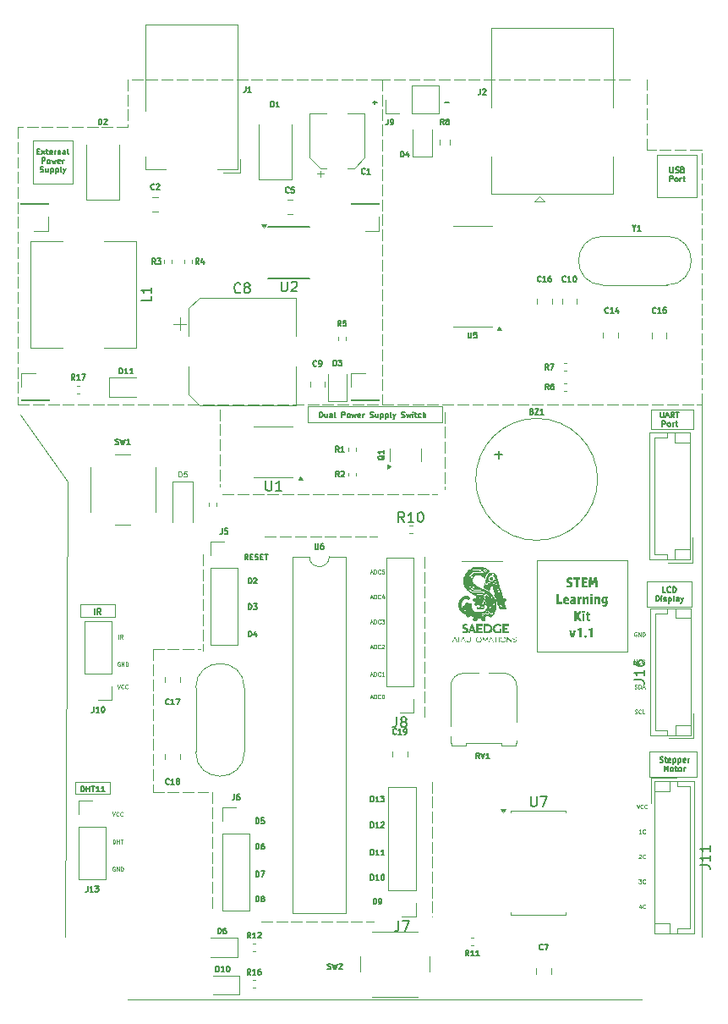
<source format=gbr>
%TF.GenerationSoftware,KiCad,Pcbnew,9.0.2*%
%TF.CreationDate,2025-09-25T10:29:51+05:30*%
%TF.ProjectId,UNO STEMc3.1,554e4f20-5354-4454-9d63-332e312e6b69,rev?*%
%TF.SameCoordinates,Original*%
%TF.FileFunction,Legend,Top*%
%TF.FilePolarity,Positive*%
%FSLAX46Y46*%
G04 Gerber Fmt 4.6, Leading zero omitted, Abs format (unit mm)*
G04 Created by KiCad (PCBNEW 9.0.2) date 2025-09-25 10:29:51*
%MOMM*%
%LPD*%
G01*
G04 APERTURE LIST*
%ADD10C,0.100000*%
%ADD11C,0.137500*%
%ADD12C,0.200000*%
%ADD13C,0.068750*%
%ADD14C,0.150000*%
%ADD15C,0.300000*%
%ADD16C,0.120000*%
%ADD17C,0.000000*%
G04 APERTURE END LIST*
D10*
X126000000Y-152250000D02*
X130750000Y-152250000D01*
X130750000Y-154750000D01*
X126000000Y-154750000D01*
X126000000Y-152250000D01*
X73750000Y-89750000D02*
X72650000Y-89750000D01*
X72250000Y-89750000D02*
X71150000Y-89750000D01*
X70750000Y-89750000D02*
X69650000Y-89750000D01*
X69250000Y-89750000D02*
X68150000Y-89750000D01*
X67750000Y-89750000D02*
X66650000Y-89750000D01*
X66250000Y-89750000D02*
X65150000Y-89750000D01*
X64750000Y-89750000D02*
X63650000Y-89750000D01*
X63250000Y-89750000D02*
X62750000Y-89750000D01*
X125750000Y-92000000D02*
X125750000Y-90900000D01*
X125750000Y-90500000D02*
X125750000Y-89400000D01*
X125750000Y-89000000D02*
X125750000Y-87900000D01*
X125750000Y-87500000D02*
X125750000Y-86400000D01*
X125750000Y-86000000D02*
X125750000Y-85000000D01*
X63000000Y-118500000D02*
X67750000Y-125250000D01*
X76250000Y-142000000D02*
X76250000Y-143100000D01*
X76250000Y-143500000D02*
X76250000Y-144600000D01*
X76250000Y-145000000D02*
X76250000Y-146100000D01*
X76250000Y-146500000D02*
X76250000Y-147600000D01*
X76250000Y-148000000D02*
X76250000Y-149100000D01*
X76250000Y-149500000D02*
X76250000Y-150600000D01*
X76250000Y-151000000D02*
X76250000Y-152100000D01*
X76250000Y-152500000D02*
X76250000Y-153600000D01*
X76250000Y-154000000D02*
X76250000Y-155100000D01*
X76250000Y-155500000D02*
X76250000Y-156250000D01*
X99250000Y-85000000D02*
X98150000Y-85000000D01*
X97750000Y-85000000D02*
X96650000Y-85000000D01*
X96250000Y-85000000D02*
X95150000Y-85000000D01*
X94750000Y-85000000D02*
X93650000Y-85000000D01*
X93250000Y-85000000D02*
X92150000Y-85000000D01*
X91750000Y-85000000D02*
X90650000Y-85000000D01*
X90250000Y-85000000D02*
X89150000Y-85000000D01*
X88750000Y-85000000D02*
X87650000Y-85000000D01*
X87250000Y-85000000D02*
X86150000Y-85000000D01*
X85750000Y-85000000D02*
X84650000Y-85000000D01*
X84250000Y-85000000D02*
X83150000Y-85000000D01*
X82750000Y-85000000D02*
X81650000Y-85000000D01*
X81250000Y-85000000D02*
X80150000Y-85000000D01*
X79750000Y-85000000D02*
X78650000Y-85000000D01*
X78250000Y-85000000D02*
X77150000Y-85000000D01*
X76750000Y-85000000D02*
X75650000Y-85000000D01*
X75250000Y-85000000D02*
X74150000Y-85000000D01*
X73750000Y-85000000D02*
X73750000Y-85000000D01*
X64250000Y-91125000D02*
X68250000Y-91125000D01*
X68250000Y-95375000D01*
X64250000Y-95375000D01*
X64250000Y-91125000D01*
X87125000Y-169250000D02*
X88225000Y-169250000D01*
X88625000Y-169250000D02*
X89725000Y-169250000D01*
X90125000Y-169250000D02*
X91225000Y-169250000D01*
X91625000Y-169250000D02*
X92725000Y-169250000D01*
X93125000Y-169250000D02*
X94225000Y-169250000D01*
X94625000Y-169250000D02*
X95725000Y-169250000D01*
X96125000Y-169250000D02*
X97225000Y-169250000D01*
X97625000Y-169250000D02*
X98375000Y-169250000D01*
X62750000Y-89750000D02*
X62750000Y-90850000D01*
X62750000Y-91250000D02*
X62750000Y-92350000D01*
X62750000Y-92750000D02*
X62750000Y-93850000D01*
X62750000Y-94250000D02*
X62750000Y-95350000D01*
X62750000Y-95750000D02*
X62750000Y-96850000D01*
X62750000Y-97250000D02*
X62750000Y-98350000D01*
X62750000Y-98750000D02*
X62750000Y-99850000D01*
X62750000Y-100250000D02*
X62750000Y-101350000D01*
X62750000Y-101750000D02*
X62750000Y-102850000D01*
X62750000Y-103250000D02*
X62750000Y-104350000D01*
X62750000Y-104750000D02*
X62750000Y-105850000D01*
X62750000Y-106250000D02*
X62750000Y-107350000D01*
X62750000Y-107750000D02*
X62750000Y-108850000D01*
X62750000Y-109250000D02*
X62750000Y-110350000D01*
X62750000Y-110750000D02*
X62750000Y-111850000D01*
X62750000Y-112250000D02*
X62750000Y-113350000D01*
X62750000Y-113750000D02*
X62750000Y-114850000D01*
X62750000Y-115250000D02*
X62750000Y-116350000D01*
X62750000Y-116750000D02*
X62750000Y-117500000D01*
X125750000Y-135250000D02*
X130250000Y-135250000D01*
X130250000Y-137750000D01*
X125750000Y-137750000D01*
X125750000Y-135250000D01*
X91750000Y-117687500D02*
X105250000Y-117687500D01*
X105250000Y-119312500D01*
X91750000Y-119312500D01*
X91750000Y-117687500D01*
X67750000Y-125250000D02*
X67500000Y-170750000D01*
X131250000Y-117500000D02*
X131250000Y-155140000D01*
X62750000Y-117500000D02*
X63850000Y-117500000D01*
X64250000Y-117500000D02*
X65350000Y-117500000D01*
X65750000Y-117500000D02*
X66850000Y-117500000D01*
X67250000Y-117500000D02*
X68350000Y-117500000D01*
X68750000Y-117500000D02*
X69850000Y-117500000D01*
X70250000Y-117500000D02*
X71350000Y-117500000D01*
X71750000Y-117500000D02*
X72850000Y-117500000D01*
X73250000Y-117500000D02*
X74350000Y-117500000D01*
X74750000Y-117500000D02*
X75850000Y-117500000D01*
X76250000Y-117500000D02*
X76625000Y-117500000D01*
X87500000Y-130750000D02*
X88600000Y-130750000D01*
X89000000Y-130750000D02*
X90100000Y-130750000D01*
X90500000Y-130750000D02*
X91600000Y-130750000D01*
X92000000Y-130750000D02*
X93100000Y-130750000D01*
X93500000Y-130750000D02*
X94600000Y-130750000D01*
X95000000Y-130750000D02*
X96100000Y-130750000D01*
X96500000Y-130750000D02*
X97600000Y-130750000D01*
X98000000Y-130750000D02*
X98750000Y-130750000D01*
X126125000Y-118000000D02*
X130375000Y-118000000D01*
X130375000Y-120000000D01*
X126125000Y-120000000D01*
X126125000Y-118000000D01*
X82250000Y-156280000D02*
X82250000Y-157380000D01*
X82250000Y-157780000D02*
X82250000Y-158880000D01*
X82250000Y-159280000D02*
X82250000Y-160380000D01*
X82250000Y-160780000D02*
X82250000Y-161880000D01*
X82250000Y-162280000D02*
X82250000Y-163380000D01*
X82250000Y-163780000D02*
X82250000Y-164880000D01*
X82250000Y-165280000D02*
X82250000Y-166380000D01*
X82250000Y-166780000D02*
X82250000Y-167880000D01*
X105500000Y-118250000D02*
X105500000Y-119350000D01*
X105500000Y-119750000D02*
X105500000Y-120850000D01*
X105500000Y-121250000D02*
X105500000Y-122350000D01*
X105500000Y-122750000D02*
X105500000Y-123850000D01*
X105500000Y-124250000D02*
X105500000Y-125350000D01*
X105500000Y-125750000D02*
X105500000Y-126000000D01*
X76750000Y-117500000D02*
X77850000Y-117500000D01*
X78250000Y-117500000D02*
X79350000Y-117500000D01*
X79750000Y-117500000D02*
X80850000Y-117500000D01*
X81250000Y-117500000D02*
X82350000Y-117500000D01*
X82750000Y-117500000D02*
X83850000Y-117500000D01*
X84250000Y-117500000D02*
X85350000Y-117500000D01*
X85750000Y-117500000D02*
X86850000Y-117500000D01*
X87250000Y-117500000D02*
X88350000Y-117500000D01*
X88750000Y-117500000D02*
X89850000Y-117500000D01*
X90250000Y-117500000D02*
X91350000Y-117500000D01*
X91750000Y-117500000D02*
X92850000Y-117500000D01*
X93250000Y-117500000D02*
X94350000Y-117500000D01*
X94750000Y-117500000D02*
X95850000Y-117500000D01*
X96250000Y-117500000D02*
X97350000Y-117500000D01*
X97750000Y-117500000D02*
X98850000Y-117500000D01*
X99250000Y-117500000D02*
X99250000Y-117500000D01*
X73750000Y-177000000D02*
X125250000Y-177000000D01*
X104250000Y-155250000D02*
X104250000Y-156350000D01*
X104250000Y-156750000D02*
X104250000Y-157850000D01*
X104250000Y-158250000D02*
X104250000Y-159350000D01*
X104250000Y-159750000D02*
X104250000Y-160850000D01*
X104250000Y-161250000D02*
X104250000Y-162350000D01*
X104250000Y-162750000D02*
X104250000Y-163850000D01*
X104250000Y-164250000D02*
X104250000Y-165350000D01*
X104250000Y-165750000D02*
X104250000Y-166850000D01*
X104250000Y-167250000D02*
X104250000Y-168350000D01*
X104250000Y-168750000D02*
X104250000Y-168750000D01*
X114750000Y-133070000D02*
X123750000Y-133070000D01*
X123750000Y-142250000D01*
X114750000Y-142250000D01*
X114750000Y-133070000D01*
X83000000Y-118000000D02*
X83000000Y-119100000D01*
X83000000Y-119500000D02*
X83000000Y-120600000D01*
X83000000Y-121000000D02*
X83000000Y-122100000D01*
X83000000Y-122500000D02*
X83000000Y-123600000D01*
X83000000Y-124000000D02*
X83000000Y-125100000D01*
X83000000Y-125500000D02*
X83000000Y-125750000D01*
X76250000Y-156250000D02*
X77350000Y-156250000D01*
X77750000Y-156250000D02*
X78850000Y-156250000D01*
X79250000Y-156250000D02*
X80350000Y-156250000D01*
X80750000Y-156250000D02*
X81750000Y-156250000D01*
X131250000Y-117500000D02*
X131250000Y-116400000D01*
X131250000Y-116000000D02*
X131250000Y-114900000D01*
X131250000Y-114500000D02*
X131250000Y-113400000D01*
X131250000Y-113000000D02*
X131250000Y-111900000D01*
X131250000Y-111500000D02*
X131250000Y-110400000D01*
X131250000Y-110000000D02*
X131250000Y-108900000D01*
X131250000Y-108500000D02*
X131250000Y-107400000D01*
X131250000Y-107000000D02*
X131250000Y-105900000D01*
X131250000Y-105500000D02*
X131250000Y-104400000D01*
X131250000Y-104000000D02*
X131250000Y-102900000D01*
X131250000Y-102500000D02*
X131250000Y-101400000D01*
X131250000Y-101000000D02*
X131250000Y-99900000D01*
X131250000Y-99500000D02*
X131250000Y-98400000D01*
X131250000Y-98000000D02*
X131250000Y-96900000D01*
X131250000Y-96500000D02*
X131250000Y-95400000D01*
X131250000Y-95000000D02*
X131250000Y-93900000D01*
X131250000Y-93500000D02*
X131250000Y-92400000D01*
X131250000Y-92000000D02*
X131250000Y-92000000D01*
X81250000Y-132500000D02*
X81250000Y-133600000D01*
X81250000Y-134000000D02*
X81250000Y-135100000D01*
X81250000Y-135500000D02*
X81250000Y-136600000D01*
X81250000Y-137000000D02*
X81250000Y-138100000D01*
X81250000Y-138500000D02*
X81250000Y-139600000D01*
X81250000Y-140000000D02*
X81250000Y-141100000D01*
X81250000Y-141500000D02*
X81250000Y-142190000D01*
X126750000Y-92500000D02*
X130750000Y-92500000D01*
X130750000Y-96750000D01*
X126750000Y-96750000D01*
X126750000Y-92500000D01*
X99250000Y-85000000D02*
X99250000Y-86100000D01*
X99250000Y-86500000D02*
X99250000Y-87600000D01*
X99250000Y-88000000D02*
X99250000Y-89100000D01*
X99250000Y-89500000D02*
X99250000Y-90600000D01*
X99250000Y-91000000D02*
X99250000Y-92100000D01*
X99250000Y-92500000D02*
X99250000Y-93600000D01*
X99250000Y-94000000D02*
X99250000Y-95100000D01*
X99250000Y-95500000D02*
X99250000Y-96600000D01*
X99250000Y-97000000D02*
X99250000Y-98100000D01*
X99250000Y-98500000D02*
X99250000Y-99600000D01*
X99250000Y-100000000D02*
X99250000Y-101100000D01*
X99250000Y-101500000D02*
X99250000Y-102600000D01*
X99250000Y-103000000D02*
X99250000Y-104100000D01*
X99250000Y-104500000D02*
X99250000Y-105600000D01*
X99250000Y-106000000D02*
X99250000Y-107100000D01*
X99250000Y-107500000D02*
X99250000Y-108600000D01*
X99250000Y-109000000D02*
X99250000Y-110100000D01*
X99250000Y-110500000D02*
X99250000Y-111600000D01*
X99250000Y-112000000D02*
X99250000Y-113100000D01*
X99250000Y-113500000D02*
X99250000Y-114600000D01*
X99250000Y-115000000D02*
X99250000Y-116100000D01*
X99250000Y-116500000D02*
X99250000Y-117500000D01*
X73750000Y-85000000D02*
X73750000Y-86100000D01*
X73750000Y-86500000D02*
X73750000Y-87600000D01*
X73750000Y-88000000D02*
X73750000Y-89100000D01*
X73750000Y-89500000D02*
X73750000Y-89750000D01*
X99250000Y-117500000D02*
X100350000Y-117500000D01*
X100750000Y-117500000D02*
X101850000Y-117500000D01*
X102250000Y-117500000D02*
X103350000Y-117500000D01*
X103750000Y-117500000D02*
X104850000Y-117500000D01*
X105250000Y-117500000D02*
X106350000Y-117500000D01*
X106750000Y-117500000D02*
X107850000Y-117500000D01*
X108250000Y-117500000D02*
X109350000Y-117500000D01*
X109750000Y-117500000D02*
X110850000Y-117500000D01*
X111250000Y-117500000D02*
X112350000Y-117500000D01*
X112750000Y-117500000D02*
X113850000Y-117500000D01*
X114250000Y-117500000D02*
X115350000Y-117500000D01*
X115750000Y-117500000D02*
X116850000Y-117500000D01*
X117250000Y-117500000D02*
X118350000Y-117500000D01*
X118750000Y-117500000D02*
X119850000Y-117500000D01*
X120250000Y-117500000D02*
X121350000Y-117500000D01*
X121750000Y-117500000D02*
X122850000Y-117500000D01*
X123250000Y-117500000D02*
X124350000Y-117500000D01*
X124750000Y-117500000D02*
X125850000Y-117500000D01*
X126250000Y-117500000D02*
X127350000Y-117500000D01*
X127750000Y-117500000D02*
X128850000Y-117500000D01*
X129250000Y-117500000D02*
X130350000Y-117500000D01*
X130750000Y-117500000D02*
X131250000Y-117500000D01*
X103500000Y-132750000D02*
X103500000Y-133850000D01*
X103500000Y-134250000D02*
X103500000Y-135350000D01*
X103500000Y-135750000D02*
X103500000Y-136850000D01*
X103500000Y-137250000D02*
X103500000Y-138350000D01*
X103500000Y-138750000D02*
X103500000Y-139850000D01*
X103500000Y-140250000D02*
X103500000Y-141350000D01*
X103500000Y-141750000D02*
X103500000Y-142850000D01*
X103500000Y-143250000D02*
X103500000Y-144350000D01*
X103500000Y-144750000D02*
X103500000Y-145850000D01*
X103500000Y-146250000D02*
X103500000Y-147350000D01*
X103500000Y-147750000D02*
X103500000Y-148750000D01*
X69000000Y-137500000D02*
X72500000Y-137500000D01*
X72500000Y-138750000D01*
X69000000Y-138750000D01*
X69000000Y-137500000D01*
X131125000Y-92000000D02*
X130025000Y-92000000D01*
X129625000Y-92000000D02*
X128525000Y-92000000D01*
X128125000Y-92000000D02*
X127025000Y-92000000D01*
X126625000Y-92000000D02*
X125750000Y-92000000D01*
X68500000Y-155250000D02*
X72000000Y-155250000D01*
X72000000Y-156500000D01*
X68500000Y-156500000D01*
X68500000Y-155250000D01*
X131250000Y-155140000D02*
X131250000Y-170750000D01*
X124000000Y-85000000D02*
X122900000Y-85000000D01*
X122500000Y-85000000D02*
X121400000Y-85000000D01*
X121000000Y-85000000D02*
X119900000Y-85000000D01*
X119500000Y-85000000D02*
X118400000Y-85000000D01*
X118000000Y-85000000D02*
X116900000Y-85000000D01*
X116500000Y-85000000D02*
X115400000Y-85000000D01*
X115000000Y-85000000D02*
X113900000Y-85000000D01*
X113500000Y-85000000D02*
X112400000Y-85000000D01*
X112000000Y-85000000D02*
X110900000Y-85000000D01*
X110500000Y-85000000D02*
X109400000Y-85000000D01*
X109000000Y-85000000D02*
X107900000Y-85000000D01*
X107500000Y-85000000D02*
X106400000Y-85000000D01*
X106000000Y-85000000D02*
X104900000Y-85000000D01*
X104500000Y-85000000D02*
X103400000Y-85000000D01*
X103000000Y-85000000D02*
X101900000Y-85000000D01*
X101500000Y-85000000D02*
X100400000Y-85000000D01*
X100000000Y-85000000D02*
X99250000Y-85000000D01*
X83250000Y-126500000D02*
X84350000Y-126500000D01*
X84750000Y-126500000D02*
X85850000Y-126500000D01*
X86250000Y-126500000D02*
X87350000Y-126500000D01*
X87750000Y-126500000D02*
X88850000Y-126500000D01*
X89250000Y-126500000D02*
X90350000Y-126500000D01*
X90750000Y-126500000D02*
X91850000Y-126500000D01*
X92250000Y-126500000D02*
X93350000Y-126500000D01*
X93750000Y-126500000D02*
X94850000Y-126500000D01*
X95250000Y-126500000D02*
X96350000Y-126500000D01*
X96750000Y-126500000D02*
X97850000Y-126500000D01*
X98250000Y-126500000D02*
X99350000Y-126500000D01*
X99750000Y-126500000D02*
X100850000Y-126500000D01*
X101250000Y-126500000D02*
X102350000Y-126500000D01*
X102750000Y-126500000D02*
X103850000Y-126500000D01*
X104250000Y-126500000D02*
X104750000Y-126500000D01*
X76250000Y-142000000D02*
X77350000Y-142000000D01*
X77750000Y-142000000D02*
X78850000Y-142000000D01*
X79250000Y-142000000D02*
X80350000Y-142000000D01*
X80750000Y-142000000D02*
X81000000Y-142000000D01*
D11*
X128055952Y-93754556D02*
X128055952Y-94199794D01*
X128055952Y-94199794D02*
X128082142Y-94252175D01*
X128082142Y-94252175D02*
X128108333Y-94278366D01*
X128108333Y-94278366D02*
X128160714Y-94304556D01*
X128160714Y-94304556D02*
X128265476Y-94304556D01*
X128265476Y-94304556D02*
X128317857Y-94278366D01*
X128317857Y-94278366D02*
X128344047Y-94252175D01*
X128344047Y-94252175D02*
X128370238Y-94199794D01*
X128370238Y-94199794D02*
X128370238Y-93754556D01*
X128605951Y-94278366D02*
X128684523Y-94304556D01*
X128684523Y-94304556D02*
X128815475Y-94304556D01*
X128815475Y-94304556D02*
X128867856Y-94278366D01*
X128867856Y-94278366D02*
X128894047Y-94252175D01*
X128894047Y-94252175D02*
X128920237Y-94199794D01*
X128920237Y-94199794D02*
X128920237Y-94147413D01*
X128920237Y-94147413D02*
X128894047Y-94095032D01*
X128894047Y-94095032D02*
X128867856Y-94068842D01*
X128867856Y-94068842D02*
X128815475Y-94042651D01*
X128815475Y-94042651D02*
X128710713Y-94016461D01*
X128710713Y-94016461D02*
X128658332Y-93990270D01*
X128658332Y-93990270D02*
X128632142Y-93964080D01*
X128632142Y-93964080D02*
X128605951Y-93911699D01*
X128605951Y-93911699D02*
X128605951Y-93859318D01*
X128605951Y-93859318D02*
X128632142Y-93806937D01*
X128632142Y-93806937D02*
X128658332Y-93780746D01*
X128658332Y-93780746D02*
X128710713Y-93754556D01*
X128710713Y-93754556D02*
X128841666Y-93754556D01*
X128841666Y-93754556D02*
X128920237Y-93780746D01*
X129339285Y-94016461D02*
X129417857Y-94042651D01*
X129417857Y-94042651D02*
X129444047Y-94068842D01*
X129444047Y-94068842D02*
X129470238Y-94121223D01*
X129470238Y-94121223D02*
X129470238Y-94199794D01*
X129470238Y-94199794D02*
X129444047Y-94252175D01*
X129444047Y-94252175D02*
X129417857Y-94278366D01*
X129417857Y-94278366D02*
X129365476Y-94304556D01*
X129365476Y-94304556D02*
X129155952Y-94304556D01*
X129155952Y-94304556D02*
X129155952Y-93754556D01*
X129155952Y-93754556D02*
X129339285Y-93754556D01*
X129339285Y-93754556D02*
X129391666Y-93780746D01*
X129391666Y-93780746D02*
X129417857Y-93806937D01*
X129417857Y-93806937D02*
X129444047Y-93859318D01*
X129444047Y-93859318D02*
X129444047Y-93911699D01*
X129444047Y-93911699D02*
X129417857Y-93964080D01*
X129417857Y-93964080D02*
X129391666Y-93990270D01*
X129391666Y-93990270D02*
X129339285Y-94016461D01*
X129339285Y-94016461D02*
X129155952Y-94016461D01*
X128029762Y-95190025D02*
X128029762Y-94640025D01*
X128029762Y-94640025D02*
X128239286Y-94640025D01*
X128239286Y-94640025D02*
X128291667Y-94666215D01*
X128291667Y-94666215D02*
X128317857Y-94692406D01*
X128317857Y-94692406D02*
X128344048Y-94744787D01*
X128344048Y-94744787D02*
X128344048Y-94823358D01*
X128344048Y-94823358D02*
X128317857Y-94875739D01*
X128317857Y-94875739D02*
X128291667Y-94901930D01*
X128291667Y-94901930D02*
X128239286Y-94928120D01*
X128239286Y-94928120D02*
X128029762Y-94928120D01*
X128658333Y-95190025D02*
X128605952Y-95163835D01*
X128605952Y-95163835D02*
X128579762Y-95137644D01*
X128579762Y-95137644D02*
X128553571Y-95085263D01*
X128553571Y-95085263D02*
X128553571Y-94928120D01*
X128553571Y-94928120D02*
X128579762Y-94875739D01*
X128579762Y-94875739D02*
X128605952Y-94849549D01*
X128605952Y-94849549D02*
X128658333Y-94823358D01*
X128658333Y-94823358D02*
X128736905Y-94823358D01*
X128736905Y-94823358D02*
X128789286Y-94849549D01*
X128789286Y-94849549D02*
X128815476Y-94875739D01*
X128815476Y-94875739D02*
X128841667Y-94928120D01*
X128841667Y-94928120D02*
X128841667Y-95085263D01*
X128841667Y-95085263D02*
X128815476Y-95137644D01*
X128815476Y-95137644D02*
X128789286Y-95163835D01*
X128789286Y-95163835D02*
X128736905Y-95190025D01*
X128736905Y-95190025D02*
X128658333Y-95190025D01*
X129077381Y-95190025D02*
X129077381Y-94823358D01*
X129077381Y-94928120D02*
X129103571Y-94875739D01*
X129103571Y-94875739D02*
X129129762Y-94849549D01*
X129129762Y-94849549D02*
X129182143Y-94823358D01*
X129182143Y-94823358D02*
X129234524Y-94823358D01*
X129339285Y-94823358D02*
X129548809Y-94823358D01*
X129417857Y-94640025D02*
X129417857Y-95111454D01*
X129417857Y-95111454D02*
X129444047Y-95163835D01*
X129444047Y-95163835D02*
X129496428Y-95190025D01*
X129496428Y-95190025D02*
X129548809Y-95190025D01*
D10*
X124466667Y-143029847D02*
X124600000Y-143429847D01*
X124600000Y-143429847D02*
X124733333Y-143029847D01*
X125095238Y-143391752D02*
X125076190Y-143410800D01*
X125076190Y-143410800D02*
X125019048Y-143429847D01*
X125019048Y-143429847D02*
X124980952Y-143429847D01*
X124980952Y-143429847D02*
X124923809Y-143410800D01*
X124923809Y-143410800D02*
X124885714Y-143372704D01*
X124885714Y-143372704D02*
X124866667Y-143334609D01*
X124866667Y-143334609D02*
X124847619Y-143258419D01*
X124847619Y-143258419D02*
X124847619Y-143201276D01*
X124847619Y-143201276D02*
X124866667Y-143125085D01*
X124866667Y-143125085D02*
X124885714Y-143086990D01*
X124885714Y-143086990D02*
X124923809Y-143048895D01*
X124923809Y-143048895D02*
X124980952Y-143029847D01*
X124980952Y-143029847D02*
X125019048Y-143029847D01*
X125019048Y-143029847D02*
X125076190Y-143048895D01*
X125076190Y-143048895D02*
X125095238Y-143067942D01*
X125495238Y-143391752D02*
X125476190Y-143410800D01*
X125476190Y-143410800D02*
X125419048Y-143429847D01*
X125419048Y-143429847D02*
X125380952Y-143429847D01*
X125380952Y-143429847D02*
X125323809Y-143410800D01*
X125323809Y-143410800D02*
X125285714Y-143372704D01*
X125285714Y-143372704D02*
X125266667Y-143334609D01*
X125266667Y-143334609D02*
X125247619Y-143258419D01*
X125247619Y-143258419D02*
X125247619Y-143201276D01*
X125247619Y-143201276D02*
X125266667Y-143125085D01*
X125266667Y-143125085D02*
X125285714Y-143086990D01*
X125285714Y-143086990D02*
X125323809Y-143048895D01*
X125323809Y-143048895D02*
X125380952Y-143029847D01*
X125380952Y-143029847D02*
X125419048Y-143029847D01*
X125419048Y-143029847D02*
X125476190Y-143048895D01*
X125476190Y-143048895D02*
X125495238Y-143067942D01*
D11*
X98082142Y-159827290D02*
X98082142Y-159277290D01*
X98082142Y-159277290D02*
X98213094Y-159277290D01*
X98213094Y-159277290D02*
X98291666Y-159303480D01*
X98291666Y-159303480D02*
X98344047Y-159355861D01*
X98344047Y-159355861D02*
X98370237Y-159408242D01*
X98370237Y-159408242D02*
X98396428Y-159513004D01*
X98396428Y-159513004D02*
X98396428Y-159591576D01*
X98396428Y-159591576D02*
X98370237Y-159696338D01*
X98370237Y-159696338D02*
X98344047Y-159748719D01*
X98344047Y-159748719D02*
X98291666Y-159801100D01*
X98291666Y-159801100D02*
X98213094Y-159827290D01*
X98213094Y-159827290D02*
X98082142Y-159827290D01*
X98920237Y-159827290D02*
X98605951Y-159827290D01*
X98763094Y-159827290D02*
X98763094Y-159277290D01*
X98763094Y-159277290D02*
X98710713Y-159355861D01*
X98710713Y-159355861D02*
X98658332Y-159408242D01*
X98658332Y-159408242D02*
X98605951Y-159434433D01*
X99129761Y-159329671D02*
X99155952Y-159303480D01*
X99155952Y-159303480D02*
X99208333Y-159277290D01*
X99208333Y-159277290D02*
X99339285Y-159277290D01*
X99339285Y-159277290D02*
X99391666Y-159303480D01*
X99391666Y-159303480D02*
X99417857Y-159329671D01*
X99417857Y-159329671D02*
X99444047Y-159382052D01*
X99444047Y-159382052D02*
X99444047Y-159434433D01*
X99444047Y-159434433D02*
X99417857Y-159513004D01*
X99417857Y-159513004D02*
X99103571Y-159827290D01*
X99103571Y-159827290D02*
X99444047Y-159827290D01*
X98082142Y-157247290D02*
X98082142Y-156697290D01*
X98082142Y-156697290D02*
X98213094Y-156697290D01*
X98213094Y-156697290D02*
X98291666Y-156723480D01*
X98291666Y-156723480D02*
X98344047Y-156775861D01*
X98344047Y-156775861D02*
X98370237Y-156828242D01*
X98370237Y-156828242D02*
X98396428Y-156933004D01*
X98396428Y-156933004D02*
X98396428Y-157011576D01*
X98396428Y-157011576D02*
X98370237Y-157116338D01*
X98370237Y-157116338D02*
X98344047Y-157168719D01*
X98344047Y-157168719D02*
X98291666Y-157221100D01*
X98291666Y-157221100D02*
X98213094Y-157247290D01*
X98213094Y-157247290D02*
X98082142Y-157247290D01*
X98920237Y-157247290D02*
X98605951Y-157247290D01*
X98763094Y-157247290D02*
X98763094Y-156697290D01*
X98763094Y-156697290D02*
X98710713Y-156775861D01*
X98710713Y-156775861D02*
X98658332Y-156828242D01*
X98658332Y-156828242D02*
X98605951Y-156854433D01*
X99103571Y-156697290D02*
X99444047Y-156697290D01*
X99444047Y-156697290D02*
X99260714Y-156906814D01*
X99260714Y-156906814D02*
X99339285Y-156906814D01*
X99339285Y-156906814D02*
X99391666Y-156933004D01*
X99391666Y-156933004D02*
X99417857Y-156959195D01*
X99417857Y-156959195D02*
X99444047Y-157011576D01*
X99444047Y-157011576D02*
X99444047Y-157142528D01*
X99444047Y-157142528D02*
X99417857Y-157194909D01*
X99417857Y-157194909D02*
X99391666Y-157221100D01*
X99391666Y-157221100D02*
X99339285Y-157247290D01*
X99339285Y-157247290D02*
X99182142Y-157247290D01*
X99182142Y-157247290D02*
X99129761Y-157221100D01*
X99129761Y-157221100D02*
X99103571Y-157194909D01*
D10*
X98064286Y-146815561D02*
X98254762Y-146815561D01*
X98026191Y-146929847D02*
X98159524Y-146529847D01*
X98159524Y-146529847D02*
X98292857Y-146929847D01*
X98426191Y-146929847D02*
X98426191Y-146529847D01*
X98426191Y-146529847D02*
X98521429Y-146529847D01*
X98521429Y-146529847D02*
X98578572Y-146548895D01*
X98578572Y-146548895D02*
X98616667Y-146586990D01*
X98616667Y-146586990D02*
X98635714Y-146625085D01*
X98635714Y-146625085D02*
X98654762Y-146701276D01*
X98654762Y-146701276D02*
X98654762Y-146758419D01*
X98654762Y-146758419D02*
X98635714Y-146834609D01*
X98635714Y-146834609D02*
X98616667Y-146872704D01*
X98616667Y-146872704D02*
X98578572Y-146910800D01*
X98578572Y-146910800D02*
X98521429Y-146929847D01*
X98521429Y-146929847D02*
X98426191Y-146929847D01*
X99054762Y-146891752D02*
X99035714Y-146910800D01*
X99035714Y-146910800D02*
X98978572Y-146929847D01*
X98978572Y-146929847D02*
X98940476Y-146929847D01*
X98940476Y-146929847D02*
X98883333Y-146910800D01*
X98883333Y-146910800D02*
X98845238Y-146872704D01*
X98845238Y-146872704D02*
X98826191Y-146834609D01*
X98826191Y-146834609D02*
X98807143Y-146758419D01*
X98807143Y-146758419D02*
X98807143Y-146701276D01*
X98807143Y-146701276D02*
X98826191Y-146625085D01*
X98826191Y-146625085D02*
X98845238Y-146586990D01*
X98845238Y-146586990D02*
X98883333Y-146548895D01*
X98883333Y-146548895D02*
X98940476Y-146529847D01*
X98940476Y-146529847D02*
X98978572Y-146529847D01*
X98978572Y-146529847D02*
X99035714Y-146548895D01*
X99035714Y-146548895D02*
X99054762Y-146567942D01*
X99302381Y-146529847D02*
X99340476Y-146529847D01*
X99340476Y-146529847D02*
X99378572Y-146548895D01*
X99378572Y-146548895D02*
X99397619Y-146567942D01*
X99397619Y-146567942D02*
X99416667Y-146606038D01*
X99416667Y-146606038D02*
X99435714Y-146682228D01*
X99435714Y-146682228D02*
X99435714Y-146777466D01*
X99435714Y-146777466D02*
X99416667Y-146853657D01*
X99416667Y-146853657D02*
X99397619Y-146891752D01*
X99397619Y-146891752D02*
X99378572Y-146910800D01*
X99378572Y-146910800D02*
X99340476Y-146929847D01*
X99340476Y-146929847D02*
X99302381Y-146929847D01*
X99302381Y-146929847D02*
X99264286Y-146910800D01*
X99264286Y-146910800D02*
X99245238Y-146891752D01*
X99245238Y-146891752D02*
X99226191Y-146853657D01*
X99226191Y-146853657D02*
X99207143Y-146777466D01*
X99207143Y-146777466D02*
X99207143Y-146682228D01*
X99207143Y-146682228D02*
X99226191Y-146606038D01*
X99226191Y-146606038D02*
X99245238Y-146567942D01*
X99245238Y-146567942D02*
X99264286Y-146548895D01*
X99264286Y-146548895D02*
X99302381Y-146529847D01*
D11*
X70475000Y-138497290D02*
X70475000Y-137947290D01*
X71051191Y-138497290D02*
X70867857Y-138235385D01*
X70736905Y-138497290D02*
X70736905Y-137947290D01*
X70736905Y-137947290D02*
X70946429Y-137947290D01*
X70946429Y-137947290D02*
X70998810Y-137973480D01*
X70998810Y-137973480D02*
X71025000Y-137999671D01*
X71025000Y-137999671D02*
X71051191Y-138052052D01*
X71051191Y-138052052D02*
X71051191Y-138130623D01*
X71051191Y-138130623D02*
X71025000Y-138183004D01*
X71025000Y-138183004D02*
X70998810Y-138209195D01*
X70998810Y-138209195D02*
X70946429Y-138235385D01*
X70946429Y-138235385D02*
X70736905Y-138235385D01*
D10*
X124695237Y-140298895D02*
X124657142Y-140279847D01*
X124657142Y-140279847D02*
X124599999Y-140279847D01*
X124599999Y-140279847D02*
X124542856Y-140298895D01*
X124542856Y-140298895D02*
X124504761Y-140336990D01*
X124504761Y-140336990D02*
X124485714Y-140375085D01*
X124485714Y-140375085D02*
X124466666Y-140451276D01*
X124466666Y-140451276D02*
X124466666Y-140508419D01*
X124466666Y-140508419D02*
X124485714Y-140584609D01*
X124485714Y-140584609D02*
X124504761Y-140622704D01*
X124504761Y-140622704D02*
X124542856Y-140660800D01*
X124542856Y-140660800D02*
X124599999Y-140679847D01*
X124599999Y-140679847D02*
X124638095Y-140679847D01*
X124638095Y-140679847D02*
X124695237Y-140660800D01*
X124695237Y-140660800D02*
X124714285Y-140641752D01*
X124714285Y-140641752D02*
X124714285Y-140508419D01*
X124714285Y-140508419D02*
X124638095Y-140508419D01*
X124885714Y-140679847D02*
X124885714Y-140279847D01*
X124885714Y-140279847D02*
X125114285Y-140679847D01*
X125114285Y-140679847D02*
X125114285Y-140279847D01*
X125304762Y-140679847D02*
X125304762Y-140279847D01*
X125304762Y-140279847D02*
X125400000Y-140279847D01*
X125400000Y-140279847D02*
X125457143Y-140298895D01*
X125457143Y-140298895D02*
X125495238Y-140336990D01*
X125495238Y-140336990D02*
X125514285Y-140375085D01*
X125514285Y-140375085D02*
X125533333Y-140451276D01*
X125533333Y-140451276D02*
X125533333Y-140508419D01*
X125533333Y-140508419D02*
X125514285Y-140584609D01*
X125514285Y-140584609D02*
X125495238Y-140622704D01*
X125495238Y-140622704D02*
X125457143Y-140660800D01*
X125457143Y-140660800D02*
X125400000Y-140679847D01*
X125400000Y-140679847D02*
X125304762Y-140679847D01*
X98064286Y-139315561D02*
X98254762Y-139315561D01*
X98026191Y-139429847D02*
X98159524Y-139029847D01*
X98159524Y-139029847D02*
X98292857Y-139429847D01*
X98426191Y-139429847D02*
X98426191Y-139029847D01*
X98426191Y-139029847D02*
X98521429Y-139029847D01*
X98521429Y-139029847D02*
X98578572Y-139048895D01*
X98578572Y-139048895D02*
X98616667Y-139086990D01*
X98616667Y-139086990D02*
X98635714Y-139125085D01*
X98635714Y-139125085D02*
X98654762Y-139201276D01*
X98654762Y-139201276D02*
X98654762Y-139258419D01*
X98654762Y-139258419D02*
X98635714Y-139334609D01*
X98635714Y-139334609D02*
X98616667Y-139372704D01*
X98616667Y-139372704D02*
X98578572Y-139410800D01*
X98578572Y-139410800D02*
X98521429Y-139429847D01*
X98521429Y-139429847D02*
X98426191Y-139429847D01*
X99054762Y-139391752D02*
X99035714Y-139410800D01*
X99035714Y-139410800D02*
X98978572Y-139429847D01*
X98978572Y-139429847D02*
X98940476Y-139429847D01*
X98940476Y-139429847D02*
X98883333Y-139410800D01*
X98883333Y-139410800D02*
X98845238Y-139372704D01*
X98845238Y-139372704D02*
X98826191Y-139334609D01*
X98826191Y-139334609D02*
X98807143Y-139258419D01*
X98807143Y-139258419D02*
X98807143Y-139201276D01*
X98807143Y-139201276D02*
X98826191Y-139125085D01*
X98826191Y-139125085D02*
X98845238Y-139086990D01*
X98845238Y-139086990D02*
X98883333Y-139048895D01*
X98883333Y-139048895D02*
X98940476Y-139029847D01*
X98940476Y-139029847D02*
X98978572Y-139029847D01*
X98978572Y-139029847D02*
X99035714Y-139048895D01*
X99035714Y-139048895D02*
X99054762Y-139067942D01*
X99188095Y-139029847D02*
X99435714Y-139029847D01*
X99435714Y-139029847D02*
X99302381Y-139182228D01*
X99302381Y-139182228D02*
X99359524Y-139182228D01*
X99359524Y-139182228D02*
X99397619Y-139201276D01*
X99397619Y-139201276D02*
X99416667Y-139220323D01*
X99416667Y-139220323D02*
X99435714Y-139258419D01*
X99435714Y-139258419D02*
X99435714Y-139353657D01*
X99435714Y-139353657D02*
X99416667Y-139391752D01*
X99416667Y-139391752D02*
X99397619Y-139410800D01*
X99397619Y-139410800D02*
X99359524Y-139429847D01*
X99359524Y-139429847D02*
X99245238Y-139429847D01*
X99245238Y-139429847D02*
X99207143Y-139410800D01*
X99207143Y-139410800D02*
X99188095Y-139391752D01*
X124916666Y-165029847D02*
X125164285Y-165029847D01*
X125164285Y-165029847D02*
X125030952Y-165182228D01*
X125030952Y-165182228D02*
X125088095Y-165182228D01*
X125088095Y-165182228D02*
X125126190Y-165201276D01*
X125126190Y-165201276D02*
X125145238Y-165220323D01*
X125145238Y-165220323D02*
X125164285Y-165258419D01*
X125164285Y-165258419D02*
X125164285Y-165353657D01*
X125164285Y-165353657D02*
X125145238Y-165391752D01*
X125145238Y-165391752D02*
X125126190Y-165410800D01*
X125126190Y-165410800D02*
X125088095Y-165429847D01*
X125088095Y-165429847D02*
X124973809Y-165429847D01*
X124973809Y-165429847D02*
X124935714Y-165410800D01*
X124935714Y-165410800D02*
X124916666Y-165391752D01*
X125564285Y-165391752D02*
X125545237Y-165410800D01*
X125545237Y-165410800D02*
X125488095Y-165429847D01*
X125488095Y-165429847D02*
X125449999Y-165429847D01*
X125449999Y-165429847D02*
X125392856Y-165410800D01*
X125392856Y-165410800D02*
X125354761Y-165372704D01*
X125354761Y-165372704D02*
X125335714Y-165334609D01*
X125335714Y-165334609D02*
X125316666Y-165258419D01*
X125316666Y-165258419D02*
X125316666Y-165201276D01*
X125316666Y-165201276D02*
X125335714Y-165125085D01*
X125335714Y-165125085D02*
X125354761Y-165086990D01*
X125354761Y-165086990D02*
X125392856Y-165048895D01*
X125392856Y-165048895D02*
X125449999Y-165029847D01*
X125449999Y-165029847D02*
X125488095Y-165029847D01*
X125488095Y-165029847D02*
X125545237Y-165048895D01*
X125545237Y-165048895D02*
X125564285Y-165067942D01*
D11*
X86594047Y-164747290D02*
X86594047Y-164197290D01*
X86594047Y-164197290D02*
X86724999Y-164197290D01*
X86724999Y-164197290D02*
X86803571Y-164223480D01*
X86803571Y-164223480D02*
X86855952Y-164275861D01*
X86855952Y-164275861D02*
X86882142Y-164328242D01*
X86882142Y-164328242D02*
X86908333Y-164433004D01*
X86908333Y-164433004D02*
X86908333Y-164511576D01*
X86908333Y-164511576D02*
X86882142Y-164616338D01*
X86882142Y-164616338D02*
X86855952Y-164668719D01*
X86855952Y-164668719D02*
X86803571Y-164721100D01*
X86803571Y-164721100D02*
X86724999Y-164747290D01*
X86724999Y-164747290D02*
X86594047Y-164747290D01*
X87091666Y-164197290D02*
X87458333Y-164197290D01*
X87458333Y-164197290D02*
X87222618Y-164747290D01*
D10*
X125164285Y-160429847D02*
X124935714Y-160429847D01*
X125050000Y-160429847D02*
X125050000Y-160029847D01*
X125050000Y-160029847D02*
X125011904Y-160086990D01*
X125011904Y-160086990D02*
X124973809Y-160125085D01*
X124973809Y-160125085D02*
X124935714Y-160144133D01*
X125564285Y-160391752D02*
X125545237Y-160410800D01*
X125545237Y-160410800D02*
X125488095Y-160429847D01*
X125488095Y-160429847D02*
X125449999Y-160429847D01*
X125449999Y-160429847D02*
X125392856Y-160410800D01*
X125392856Y-160410800D02*
X125354761Y-160372704D01*
X125354761Y-160372704D02*
X125335714Y-160334609D01*
X125335714Y-160334609D02*
X125316666Y-160258419D01*
X125316666Y-160258419D02*
X125316666Y-160201276D01*
X125316666Y-160201276D02*
X125335714Y-160125085D01*
X125335714Y-160125085D02*
X125354761Y-160086990D01*
X125354761Y-160086990D02*
X125392856Y-160048895D01*
X125392856Y-160048895D02*
X125449999Y-160029847D01*
X125449999Y-160029847D02*
X125488095Y-160029847D01*
X125488095Y-160029847D02*
X125545237Y-160048895D01*
X125545237Y-160048895D02*
X125564285Y-160067942D01*
X72945237Y-143298895D02*
X72907142Y-143279847D01*
X72907142Y-143279847D02*
X72849999Y-143279847D01*
X72849999Y-143279847D02*
X72792856Y-143298895D01*
X72792856Y-143298895D02*
X72754761Y-143336990D01*
X72754761Y-143336990D02*
X72735714Y-143375085D01*
X72735714Y-143375085D02*
X72716666Y-143451276D01*
X72716666Y-143451276D02*
X72716666Y-143508419D01*
X72716666Y-143508419D02*
X72735714Y-143584609D01*
X72735714Y-143584609D02*
X72754761Y-143622704D01*
X72754761Y-143622704D02*
X72792856Y-143660800D01*
X72792856Y-143660800D02*
X72849999Y-143679847D01*
X72849999Y-143679847D02*
X72888095Y-143679847D01*
X72888095Y-143679847D02*
X72945237Y-143660800D01*
X72945237Y-143660800D02*
X72964285Y-143641752D01*
X72964285Y-143641752D02*
X72964285Y-143508419D01*
X72964285Y-143508419D02*
X72888095Y-143508419D01*
X73135714Y-143679847D02*
X73135714Y-143279847D01*
X73135714Y-143279847D02*
X73364285Y-143679847D01*
X73364285Y-143679847D02*
X73364285Y-143279847D01*
X73554762Y-143679847D02*
X73554762Y-143279847D01*
X73554762Y-143279847D02*
X73650000Y-143279847D01*
X73650000Y-143279847D02*
X73707143Y-143298895D01*
X73707143Y-143298895D02*
X73745238Y-143336990D01*
X73745238Y-143336990D02*
X73764285Y-143375085D01*
X73764285Y-143375085D02*
X73783333Y-143451276D01*
X73783333Y-143451276D02*
X73783333Y-143508419D01*
X73783333Y-143508419D02*
X73764285Y-143584609D01*
X73764285Y-143584609D02*
X73745238Y-143622704D01*
X73745238Y-143622704D02*
X73707143Y-143660800D01*
X73707143Y-143660800D02*
X73650000Y-143679847D01*
X73650000Y-143679847D02*
X73554762Y-143679847D01*
X98064286Y-144565561D02*
X98254762Y-144565561D01*
X98026191Y-144679847D02*
X98159524Y-144279847D01*
X98159524Y-144279847D02*
X98292857Y-144679847D01*
X98426191Y-144679847D02*
X98426191Y-144279847D01*
X98426191Y-144279847D02*
X98521429Y-144279847D01*
X98521429Y-144279847D02*
X98578572Y-144298895D01*
X98578572Y-144298895D02*
X98616667Y-144336990D01*
X98616667Y-144336990D02*
X98635714Y-144375085D01*
X98635714Y-144375085D02*
X98654762Y-144451276D01*
X98654762Y-144451276D02*
X98654762Y-144508419D01*
X98654762Y-144508419D02*
X98635714Y-144584609D01*
X98635714Y-144584609D02*
X98616667Y-144622704D01*
X98616667Y-144622704D02*
X98578572Y-144660800D01*
X98578572Y-144660800D02*
X98521429Y-144679847D01*
X98521429Y-144679847D02*
X98426191Y-144679847D01*
X99054762Y-144641752D02*
X99035714Y-144660800D01*
X99035714Y-144660800D02*
X98978572Y-144679847D01*
X98978572Y-144679847D02*
X98940476Y-144679847D01*
X98940476Y-144679847D02*
X98883333Y-144660800D01*
X98883333Y-144660800D02*
X98845238Y-144622704D01*
X98845238Y-144622704D02*
X98826191Y-144584609D01*
X98826191Y-144584609D02*
X98807143Y-144508419D01*
X98807143Y-144508419D02*
X98807143Y-144451276D01*
X98807143Y-144451276D02*
X98826191Y-144375085D01*
X98826191Y-144375085D02*
X98845238Y-144336990D01*
X98845238Y-144336990D02*
X98883333Y-144298895D01*
X98883333Y-144298895D02*
X98940476Y-144279847D01*
X98940476Y-144279847D02*
X98978572Y-144279847D01*
X98978572Y-144279847D02*
X99035714Y-144298895D01*
X99035714Y-144298895D02*
X99054762Y-144317942D01*
X99435714Y-144679847D02*
X99207143Y-144679847D01*
X99321429Y-144679847D02*
X99321429Y-144279847D01*
X99321429Y-144279847D02*
X99283333Y-144336990D01*
X99283333Y-144336990D02*
X99245238Y-144375085D01*
X99245238Y-144375085D02*
X99207143Y-144394133D01*
D11*
X105540476Y-87287766D02*
X105959524Y-87287766D01*
X69084523Y-156247290D02*
X69084523Y-155697290D01*
X69084523Y-155697290D02*
X69215475Y-155697290D01*
X69215475Y-155697290D02*
X69294047Y-155723480D01*
X69294047Y-155723480D02*
X69346428Y-155775861D01*
X69346428Y-155775861D02*
X69372618Y-155828242D01*
X69372618Y-155828242D02*
X69398809Y-155933004D01*
X69398809Y-155933004D02*
X69398809Y-156011576D01*
X69398809Y-156011576D02*
X69372618Y-156116338D01*
X69372618Y-156116338D02*
X69346428Y-156168719D01*
X69346428Y-156168719D02*
X69294047Y-156221100D01*
X69294047Y-156221100D02*
X69215475Y-156247290D01*
X69215475Y-156247290D02*
X69084523Y-156247290D01*
X69634523Y-156247290D02*
X69634523Y-155697290D01*
X69634523Y-155959195D02*
X69948809Y-155959195D01*
X69948809Y-156247290D02*
X69948809Y-155697290D01*
X70132141Y-155697290D02*
X70446427Y-155697290D01*
X70289284Y-156247290D02*
X70289284Y-155697290D01*
X70917856Y-156247290D02*
X70603570Y-156247290D01*
X70760713Y-156247290D02*
X70760713Y-155697290D01*
X70760713Y-155697290D02*
X70708332Y-155775861D01*
X70708332Y-155775861D02*
X70655951Y-155828242D01*
X70655951Y-155828242D02*
X70603570Y-155854433D01*
X71441666Y-156247290D02*
X71127380Y-156247290D01*
X71284523Y-156247290D02*
X71284523Y-155697290D01*
X71284523Y-155697290D02*
X71232142Y-155775861D01*
X71232142Y-155775861D02*
X71179761Y-155828242D01*
X71179761Y-155828242D02*
X71127380Y-155854433D01*
D10*
X124935714Y-162567942D02*
X124954762Y-162548895D01*
X124954762Y-162548895D02*
X124992857Y-162529847D01*
X124992857Y-162529847D02*
X125088095Y-162529847D01*
X125088095Y-162529847D02*
X125126190Y-162548895D01*
X125126190Y-162548895D02*
X125145238Y-162567942D01*
X125145238Y-162567942D02*
X125164285Y-162606038D01*
X125164285Y-162606038D02*
X125164285Y-162644133D01*
X125164285Y-162644133D02*
X125145238Y-162701276D01*
X125145238Y-162701276D02*
X124916666Y-162929847D01*
X124916666Y-162929847D02*
X125164285Y-162929847D01*
X125564285Y-162891752D02*
X125545237Y-162910800D01*
X125545237Y-162910800D02*
X125488095Y-162929847D01*
X125488095Y-162929847D02*
X125449999Y-162929847D01*
X125449999Y-162929847D02*
X125392856Y-162910800D01*
X125392856Y-162910800D02*
X125354761Y-162872704D01*
X125354761Y-162872704D02*
X125335714Y-162834609D01*
X125335714Y-162834609D02*
X125316666Y-162758419D01*
X125316666Y-162758419D02*
X125316666Y-162701276D01*
X125316666Y-162701276D02*
X125335714Y-162625085D01*
X125335714Y-162625085D02*
X125354761Y-162586990D01*
X125354761Y-162586990D02*
X125392856Y-162548895D01*
X125392856Y-162548895D02*
X125449999Y-162529847D01*
X125449999Y-162529847D02*
X125488095Y-162529847D01*
X125488095Y-162529847D02*
X125545237Y-162548895D01*
X125545237Y-162548895D02*
X125564285Y-162567942D01*
D11*
X85844047Y-140747290D02*
X85844047Y-140197290D01*
X85844047Y-140197290D02*
X85974999Y-140197290D01*
X85974999Y-140197290D02*
X86053571Y-140223480D01*
X86053571Y-140223480D02*
X86105952Y-140275861D01*
X86105952Y-140275861D02*
X86132142Y-140328242D01*
X86132142Y-140328242D02*
X86158333Y-140433004D01*
X86158333Y-140433004D02*
X86158333Y-140511576D01*
X86158333Y-140511576D02*
X86132142Y-140616338D01*
X86132142Y-140616338D02*
X86105952Y-140668719D01*
X86105952Y-140668719D02*
X86053571Y-140721100D01*
X86053571Y-140721100D02*
X85974999Y-140747290D01*
X85974999Y-140747290D02*
X85844047Y-140747290D01*
X86629761Y-140380623D02*
X86629761Y-140747290D01*
X86498809Y-140171100D02*
X86367856Y-140563957D01*
X86367856Y-140563957D02*
X86708333Y-140563957D01*
D10*
X72445237Y-163798895D02*
X72407142Y-163779847D01*
X72407142Y-163779847D02*
X72349999Y-163779847D01*
X72349999Y-163779847D02*
X72292856Y-163798895D01*
X72292856Y-163798895D02*
X72254761Y-163836990D01*
X72254761Y-163836990D02*
X72235714Y-163875085D01*
X72235714Y-163875085D02*
X72216666Y-163951276D01*
X72216666Y-163951276D02*
X72216666Y-164008419D01*
X72216666Y-164008419D02*
X72235714Y-164084609D01*
X72235714Y-164084609D02*
X72254761Y-164122704D01*
X72254761Y-164122704D02*
X72292856Y-164160800D01*
X72292856Y-164160800D02*
X72349999Y-164179847D01*
X72349999Y-164179847D02*
X72388095Y-164179847D01*
X72388095Y-164179847D02*
X72445237Y-164160800D01*
X72445237Y-164160800D02*
X72464285Y-164141752D01*
X72464285Y-164141752D02*
X72464285Y-164008419D01*
X72464285Y-164008419D02*
X72388095Y-164008419D01*
X72635714Y-164179847D02*
X72635714Y-163779847D01*
X72635714Y-163779847D02*
X72864285Y-164179847D01*
X72864285Y-164179847D02*
X72864285Y-163779847D01*
X73054762Y-164179847D02*
X73054762Y-163779847D01*
X73054762Y-163779847D02*
X73150000Y-163779847D01*
X73150000Y-163779847D02*
X73207143Y-163798895D01*
X73207143Y-163798895D02*
X73245238Y-163836990D01*
X73245238Y-163836990D02*
X73264285Y-163875085D01*
X73264285Y-163875085D02*
X73283333Y-163951276D01*
X73283333Y-163951276D02*
X73283333Y-164008419D01*
X73283333Y-164008419D02*
X73264285Y-164084609D01*
X73264285Y-164084609D02*
X73245238Y-164122704D01*
X73245238Y-164122704D02*
X73207143Y-164160800D01*
X73207143Y-164160800D02*
X73150000Y-164179847D01*
X73150000Y-164179847D02*
X73054762Y-164179847D01*
X98064286Y-134315561D02*
X98254762Y-134315561D01*
X98026191Y-134429847D02*
X98159524Y-134029847D01*
X98159524Y-134029847D02*
X98292857Y-134429847D01*
X98426191Y-134429847D02*
X98426191Y-134029847D01*
X98426191Y-134029847D02*
X98521429Y-134029847D01*
X98521429Y-134029847D02*
X98578572Y-134048895D01*
X98578572Y-134048895D02*
X98616667Y-134086990D01*
X98616667Y-134086990D02*
X98635714Y-134125085D01*
X98635714Y-134125085D02*
X98654762Y-134201276D01*
X98654762Y-134201276D02*
X98654762Y-134258419D01*
X98654762Y-134258419D02*
X98635714Y-134334609D01*
X98635714Y-134334609D02*
X98616667Y-134372704D01*
X98616667Y-134372704D02*
X98578572Y-134410800D01*
X98578572Y-134410800D02*
X98521429Y-134429847D01*
X98521429Y-134429847D02*
X98426191Y-134429847D01*
X99054762Y-134391752D02*
X99035714Y-134410800D01*
X99035714Y-134410800D02*
X98978572Y-134429847D01*
X98978572Y-134429847D02*
X98940476Y-134429847D01*
X98940476Y-134429847D02*
X98883333Y-134410800D01*
X98883333Y-134410800D02*
X98845238Y-134372704D01*
X98845238Y-134372704D02*
X98826191Y-134334609D01*
X98826191Y-134334609D02*
X98807143Y-134258419D01*
X98807143Y-134258419D02*
X98807143Y-134201276D01*
X98807143Y-134201276D02*
X98826191Y-134125085D01*
X98826191Y-134125085D02*
X98845238Y-134086990D01*
X98845238Y-134086990D02*
X98883333Y-134048895D01*
X98883333Y-134048895D02*
X98940476Y-134029847D01*
X98940476Y-134029847D02*
X98978572Y-134029847D01*
X98978572Y-134029847D02*
X99035714Y-134048895D01*
X99035714Y-134048895D02*
X99054762Y-134067942D01*
X99416667Y-134029847D02*
X99226191Y-134029847D01*
X99226191Y-134029847D02*
X99207143Y-134220323D01*
X99207143Y-134220323D02*
X99226191Y-134201276D01*
X99226191Y-134201276D02*
X99264286Y-134182228D01*
X99264286Y-134182228D02*
X99359524Y-134182228D01*
X99359524Y-134182228D02*
X99397619Y-134201276D01*
X99397619Y-134201276D02*
X99416667Y-134220323D01*
X99416667Y-134220323D02*
X99435714Y-134258419D01*
X99435714Y-134258419D02*
X99435714Y-134353657D01*
X99435714Y-134353657D02*
X99416667Y-134391752D01*
X99416667Y-134391752D02*
X99397619Y-134410800D01*
X99397619Y-134410800D02*
X99359524Y-134429847D01*
X99359524Y-134429847D02*
X99264286Y-134429847D01*
X99264286Y-134429847D02*
X99226191Y-134410800D01*
X99226191Y-134410800D02*
X99207143Y-134391752D01*
D11*
X85844047Y-137997290D02*
X85844047Y-137447290D01*
X85844047Y-137447290D02*
X85974999Y-137447290D01*
X85974999Y-137447290D02*
X86053571Y-137473480D01*
X86053571Y-137473480D02*
X86105952Y-137525861D01*
X86105952Y-137525861D02*
X86132142Y-137578242D01*
X86132142Y-137578242D02*
X86158333Y-137683004D01*
X86158333Y-137683004D02*
X86158333Y-137761576D01*
X86158333Y-137761576D02*
X86132142Y-137866338D01*
X86132142Y-137866338D02*
X86105952Y-137918719D01*
X86105952Y-137918719D02*
X86053571Y-137971100D01*
X86053571Y-137971100D02*
X85974999Y-137997290D01*
X85974999Y-137997290D02*
X85844047Y-137997290D01*
X86341666Y-137447290D02*
X86682142Y-137447290D01*
X86682142Y-137447290D02*
X86498809Y-137656814D01*
X86498809Y-137656814D02*
X86577380Y-137656814D01*
X86577380Y-137656814D02*
X86629761Y-137683004D01*
X86629761Y-137683004D02*
X86655952Y-137709195D01*
X86655952Y-137709195D02*
X86682142Y-137761576D01*
X86682142Y-137761576D02*
X86682142Y-137892528D01*
X86682142Y-137892528D02*
X86655952Y-137944909D01*
X86655952Y-137944909D02*
X86629761Y-137971100D01*
X86629761Y-137971100D02*
X86577380Y-137997290D01*
X86577380Y-137997290D02*
X86420237Y-137997290D01*
X86420237Y-137997290D02*
X86367856Y-137971100D01*
X86367856Y-137971100D02*
X86341666Y-137944909D01*
X85844047Y-135417290D02*
X85844047Y-134867290D01*
X85844047Y-134867290D02*
X85974999Y-134867290D01*
X85974999Y-134867290D02*
X86053571Y-134893480D01*
X86053571Y-134893480D02*
X86105952Y-134945861D01*
X86105952Y-134945861D02*
X86132142Y-134998242D01*
X86132142Y-134998242D02*
X86158333Y-135103004D01*
X86158333Y-135103004D02*
X86158333Y-135181576D01*
X86158333Y-135181576D02*
X86132142Y-135286338D01*
X86132142Y-135286338D02*
X86105952Y-135338719D01*
X86105952Y-135338719D02*
X86053571Y-135391100D01*
X86053571Y-135391100D02*
X85974999Y-135417290D01*
X85974999Y-135417290D02*
X85844047Y-135417290D01*
X86367856Y-134919671D02*
X86394047Y-134893480D01*
X86394047Y-134893480D02*
X86446428Y-134867290D01*
X86446428Y-134867290D02*
X86577380Y-134867290D01*
X86577380Y-134867290D02*
X86629761Y-134893480D01*
X86629761Y-134893480D02*
X86655952Y-134919671D01*
X86655952Y-134919671D02*
X86682142Y-134972052D01*
X86682142Y-134972052D02*
X86682142Y-135024433D01*
X86682142Y-135024433D02*
X86655952Y-135103004D01*
X86655952Y-135103004D02*
X86341666Y-135417290D01*
X86341666Y-135417290D02*
X86682142Y-135417290D01*
D12*
G36*
X117695455Y-135098609D02*
G01*
X117701684Y-135019650D01*
X117718536Y-134959085D01*
X117747075Y-134907195D01*
X117784970Y-134867250D01*
X117832089Y-134837471D01*
X117889933Y-134816753D01*
X117953612Y-134805361D01*
X118028419Y-134801304D01*
X118095821Y-134803795D01*
X118147976Y-134810464D01*
X118194799Y-134820773D01*
X118225645Y-134830797D01*
X118256177Y-134849125D01*
X118268326Y-134867311D01*
X118274616Y-134907978D01*
X118274616Y-135008972D01*
X118217219Y-135005491D01*
X118168248Y-135002683D01*
X118120682Y-135001339D01*
X118068963Y-135000607D01*
X117998316Y-135006224D01*
X117972812Y-135013331D01*
X117955635Y-135021673D01*
X117942553Y-135033027D01*
X117934630Y-135046891D01*
X117929073Y-135080474D01*
X117933958Y-135116256D01*
X117941024Y-135130063D01*
X117953559Y-135143611D01*
X117996912Y-135170233D01*
X118074581Y-135205221D01*
X118136028Y-135234012D01*
X118182964Y-135259931D01*
X118223625Y-135288965D01*
X118254344Y-135320198D01*
X118277610Y-135356321D01*
X118293483Y-135398722D01*
X118302168Y-135445973D01*
X118305390Y-135506678D01*
X118300485Y-135583437D01*
X118287194Y-135643393D01*
X118263257Y-135695799D01*
X118229126Y-135737365D01*
X118184653Y-135768964D01*
X118126299Y-135792015D01*
X118059703Y-135804767D01*
X117972426Y-135809539D01*
X117906336Y-135807552D01*
X117846519Y-135801845D01*
X117791271Y-135792198D01*
X117755600Y-135781512D01*
X117729666Y-135767930D01*
X117714994Y-135752814D01*
X117706712Y-135734061D01*
X117703820Y-135711414D01*
X117703820Y-135597903D01*
X117810127Y-135604253D01*
X117916495Y-135606329D01*
X117994103Y-135600711D01*
X118022114Y-135593368D01*
X118040265Y-135584591D01*
X118053909Y-135572480D01*
X118061941Y-135557969D01*
X118067559Y-135522187D01*
X118065633Y-135498271D01*
X118060537Y-135480849D01*
X118051279Y-135465802D01*
X118036052Y-135451357D01*
X117988485Y-135424734D01*
X117912281Y-135391762D01*
X117850060Y-135363557D01*
X117804570Y-135337112D01*
X117766436Y-135306590D01*
X117738808Y-135273975D01*
X117718605Y-135237118D01*
X117705225Y-135196123D01*
X117698040Y-135151745D01*
X117695455Y-135098609D01*
G37*
G36*
X118602939Y-135020146D02*
G01*
X118426718Y-135020146D01*
X118397033Y-135014279D01*
X118380862Y-134998780D01*
X118374938Y-134971359D01*
X118374938Y-134820844D01*
X119022671Y-134820844D01*
X119052337Y-134826724D01*
X119068517Y-134842273D01*
X119074450Y-134869815D01*
X119074450Y-135020146D01*
X118847793Y-135020146D01*
X118847793Y-135790000D01*
X118654719Y-135790000D01*
X118625052Y-135784120D01*
X118608872Y-135768570D01*
X118602939Y-135741029D01*
X118602939Y-135020146D01*
G37*
G36*
X119716992Y-134820844D02*
G01*
X119746659Y-134826724D01*
X119762839Y-134842273D01*
X119768771Y-134869815D01*
X119768771Y-135012330D01*
X119430190Y-135012330D01*
X119430190Y-135199909D01*
X119676386Y-135199909D01*
X119706053Y-135205789D01*
X119722233Y-135221338D01*
X119728166Y-135248879D01*
X119728166Y-135391395D01*
X119430190Y-135391395D01*
X119430190Y-135598513D01*
X119730975Y-135598513D01*
X119760642Y-135604393D01*
X119776822Y-135619942D01*
X119782754Y-135647484D01*
X119782754Y-135790000D01*
X119244138Y-135790000D01*
X119214471Y-135784120D01*
X119198291Y-135768570D01*
X119192358Y-135741029D01*
X119192358Y-134820844D01*
X119716992Y-134820844D01*
G37*
G36*
X120567384Y-135741029D02*
G01*
X120567384Y-135589354D01*
X120566652Y-135411728D01*
X120564576Y-135230683D01*
X120561767Y-135069849D01*
X120441477Y-135551618D01*
X120301587Y-135551618D01*
X120274560Y-135547188D01*
X120260982Y-135536231D01*
X120245594Y-135501243D01*
X120140692Y-135069849D01*
X120137151Y-135240453D01*
X120135746Y-135434138D01*
X120135075Y-135625685D01*
X120135075Y-135790000D01*
X119960197Y-135790000D01*
X119930530Y-135784120D01*
X119914350Y-135768570D01*
X119908417Y-135741029D01*
X119911384Y-135516976D01*
X119920324Y-135290767D01*
X119947618Y-134820844D01*
X120196685Y-134820844D01*
X120215333Y-134823343D01*
X120231612Y-134830675D01*
X120244065Y-134844222D01*
X120254021Y-134871219D01*
X120356114Y-135302613D01*
X120472252Y-134820844D01*
X120708679Y-134820844D01*
X120733361Y-134824832D01*
X120746414Y-134834827D01*
X120754261Y-134850268D01*
X120759054Y-134871219D01*
X120785615Y-135299132D01*
X120793939Y-135531381D01*
X120796851Y-135790000D01*
X120619164Y-135790000D01*
X120589497Y-135784120D01*
X120573317Y-135768570D01*
X120567384Y-135741029D01*
G37*
G36*
X116751884Y-137470000D02*
G01*
X116722217Y-137464120D01*
X116706037Y-137448570D01*
X116700105Y-137421029D01*
X116700105Y-136500844D01*
X116893179Y-136500844D01*
X116922805Y-136506721D01*
X116938968Y-136522268D01*
X116944897Y-136549815D01*
X116944897Y-137270697D01*
X117205138Y-137270697D01*
X117234805Y-137276577D01*
X117250984Y-137292127D01*
X117256917Y-137319668D01*
X117256917Y-137470000D01*
X116751884Y-137470000D01*
G37*
G36*
X117720481Y-136730527D02*
G01*
X117766270Y-136738821D01*
X117802983Y-136751437D01*
X117851756Y-136780257D01*
X117887613Y-136816833D01*
X117913186Y-136861510D01*
X117929562Y-136915324D01*
X117937895Y-136973567D01*
X117940797Y-137038422D01*
X117939393Y-137073593D01*
X117934508Y-137115786D01*
X117926814Y-137155903D01*
X117918449Y-137184724D01*
X117565884Y-137184724D01*
X117570426Y-137230122D01*
X117582298Y-137261347D01*
X117600139Y-137282299D01*
X117624673Y-137296462D01*
X117659679Y-137306099D01*
X117708583Y-137309776D01*
X117812753Y-137307700D01*
X117875035Y-137305563D01*
X117900170Y-137309320D01*
X117914907Y-137318935D01*
X117923610Y-137334238D01*
X117926814Y-137356182D01*
X117926814Y-137443377D01*
X117886775Y-137457779D01*
X117826736Y-137474152D01*
X117759307Y-137485318D01*
X117669382Y-137489539D01*
X117590043Y-137483929D01*
X117526683Y-137468534D01*
X117488502Y-137451543D01*
X117455359Y-137429205D01*
X117426666Y-137401306D01*
X117392774Y-137350098D01*
X117367865Y-137282971D01*
X117354116Y-137206900D01*
X117348997Y-137108520D01*
X117352445Y-137047948D01*
X117565884Y-137047948D01*
X117742167Y-137047948D01*
X117736756Y-136968220D01*
X117724642Y-136928391D01*
X117710319Y-136910557D01*
X117689850Y-136899576D01*
X117661017Y-136895540D01*
X117625693Y-136900030D01*
X117601819Y-136911906D01*
X117586157Y-136930528D01*
X117572679Y-136971764D01*
X117565884Y-137047948D01*
X117352445Y-137047948D01*
X117354955Y-137003867D01*
X117370965Y-136923335D01*
X117394815Y-136862186D01*
X117425201Y-136816467D01*
X117466152Y-136779316D01*
X117517818Y-136751723D01*
X117582610Y-136733950D01*
X117663765Y-136727501D01*
X117720481Y-136730527D01*
G37*
G36*
X118412131Y-136732783D02*
G01*
X118476807Y-136747026D01*
X118526188Y-136768412D01*
X118563372Y-136796011D01*
X118593556Y-136832329D01*
X118615707Y-136875984D01*
X118629742Y-136928469D01*
X118634752Y-136991772D01*
X118634752Y-137470000D01*
X118500419Y-137470000D01*
X118474529Y-137467923D01*
X118457066Y-137459436D01*
X118444426Y-137441851D01*
X118433252Y-137413579D01*
X118424887Y-137391048D01*
X118393850Y-137420220D01*
X118352163Y-137449849D01*
X118321170Y-137464957D01*
X118284720Y-137474453D01*
X118241643Y-137477815D01*
X118191763Y-137473636D01*
X118150362Y-137461901D01*
X118115842Y-137443288D01*
X118087038Y-137417732D01*
X118058316Y-137374567D01*
X118039902Y-137318888D01*
X118033182Y-137247128D01*
X118033983Y-137234244D01*
X118233217Y-137234244D01*
X118239186Y-137272771D01*
X118254161Y-137293717D01*
X118278167Y-137305335D01*
X118314367Y-137309776D01*
X118350720Y-137306431D01*
X118381102Y-137296977D01*
X118406690Y-137281810D01*
X118406690Y-137157369D01*
X118317175Y-137157369D01*
X118275613Y-137163159D01*
X118252085Y-137177641D01*
X118238274Y-137200929D01*
X118233217Y-137234244D01*
X118033983Y-137234244D01*
X118036291Y-137197124D01*
X118044772Y-137157445D01*
X118057667Y-137126167D01*
X118086577Y-137085895D01*
X118122697Y-137057657D01*
X118165452Y-137038811D01*
X118215021Y-137027615D01*
X118322732Y-137020593D01*
X118408095Y-137020593D01*
X118408095Y-136979499D01*
X118404148Y-136952405D01*
X118393830Y-136935368D01*
X118377320Y-136925399D01*
X118342317Y-136918139D01*
X118282188Y-136915080D01*
X118179300Y-136917889D01*
X118121293Y-136920697D01*
X118097583Y-136916792D01*
X118083496Y-136906592D01*
X118075128Y-136891470D01*
X118072322Y-136874169D01*
X118072322Y-136775434D01*
X118115085Y-136759826D01*
X118177224Y-136743011D01*
X118245574Y-136731620D01*
X118328350Y-136727501D01*
X118412131Y-136732783D01*
G37*
G36*
X119155417Y-136739225D02*
G01*
X119186953Y-136745209D01*
X119203850Y-136760790D01*
X119209944Y-136787890D01*
X119209944Y-136947747D01*
X119191748Y-136946343D01*
X119172147Y-136946343D01*
X119083304Y-136953365D01*
X119042412Y-136964904D01*
X119011314Y-136984078D01*
X119011314Y-137470000D01*
X118829414Y-137470000D01*
X118799788Y-137464123D01*
X118783624Y-137448576D01*
X118777695Y-137421029D01*
X118777695Y-136743133D01*
X118911968Y-136743133D01*
X118939994Y-136746239D01*
X118955321Y-136753696D01*
X118966277Y-136767953D01*
X118979135Y-136799248D01*
X118990309Y-136837166D01*
X119023533Y-136795718D01*
X119063032Y-136765115D01*
X119108016Y-136745647D01*
X119155417Y-136739225D01*
G37*
G36*
X119545717Y-137470000D02*
G01*
X119363878Y-137470000D01*
X119334217Y-137464115D01*
X119318035Y-137448549D01*
X119312099Y-137420968D01*
X119312099Y-136743133D01*
X119446371Y-136743133D01*
X119475511Y-136746336D01*
X119490396Y-136753818D01*
X119500836Y-136768150D01*
X119513538Y-136799919D01*
X119521903Y-136825443D01*
X119572418Y-136778343D01*
X119617708Y-136749911D01*
X119667295Y-136733377D01*
X119727556Y-136727501D01*
X119781092Y-136732695D01*
X119823949Y-136747134D01*
X119858432Y-136770041D01*
X119886005Y-136801927D01*
X119907104Y-136844523D01*
X119921073Y-136900566D01*
X119926247Y-136973576D01*
X119926247Y-137470000D01*
X119744408Y-137470000D01*
X119714730Y-137464128D01*
X119698555Y-137448612D01*
X119692629Y-137421151D01*
X119692629Y-136998000D01*
X119688669Y-136964723D01*
X119678646Y-136944267D01*
X119660535Y-136931818D01*
X119626867Y-136926803D01*
X119583452Y-136933825D01*
X119562564Y-136942682D01*
X119545717Y-136954708D01*
X119545717Y-137470000D01*
G37*
G36*
X120304274Y-137470000D02*
G01*
X120122374Y-137470000D01*
X120092713Y-137464115D01*
X120076531Y-137448549D01*
X120070595Y-137420968D01*
X120070595Y-136743133D01*
X120252495Y-136743133D01*
X120282155Y-136749017D01*
X120298338Y-136764583D01*
X120304274Y-136792165D01*
X120304274Y-137470000D01*
G37*
G36*
X120188137Y-136672791D02*
G01*
X120140813Y-136669439D01*
X120108292Y-136660827D01*
X120086654Y-136648489D01*
X120070800Y-136630097D01*
X120060485Y-136603943D01*
X120056612Y-136567278D01*
X120060485Y-136530613D01*
X120070800Y-136504459D01*
X120086654Y-136486067D01*
X120108292Y-136473729D01*
X120140813Y-136465117D01*
X120188137Y-136461765D01*
X120235461Y-136465118D01*
X120267958Y-136473731D01*
X120289559Y-136486067D01*
X120305447Y-136504464D01*
X120315782Y-136530619D01*
X120319661Y-136567278D01*
X120315782Y-136603936D01*
X120305447Y-136630092D01*
X120289559Y-136648489D01*
X120267958Y-136660825D01*
X120235461Y-136669438D01*
X120188137Y-136672791D01*
G37*
G36*
X120681935Y-137470000D02*
G01*
X120500096Y-137470000D01*
X120470435Y-137464115D01*
X120454252Y-137448549D01*
X120448316Y-137420968D01*
X120448316Y-136743133D01*
X120582589Y-136743133D01*
X120611729Y-136746336D01*
X120626614Y-136753818D01*
X120637053Y-136768150D01*
X120649756Y-136799919D01*
X120658121Y-136825443D01*
X120708636Y-136778343D01*
X120753925Y-136749911D01*
X120803513Y-136733377D01*
X120863773Y-136727501D01*
X120917309Y-136732695D01*
X120960167Y-136747134D01*
X120994649Y-136770041D01*
X121022222Y-136801927D01*
X121043322Y-136844523D01*
X121057291Y-136900566D01*
X121062465Y-136973576D01*
X121062465Y-137470000D01*
X120880626Y-137470000D01*
X120850947Y-137464128D01*
X120834773Y-137448612D01*
X120828847Y-137421151D01*
X120828847Y-136998000D01*
X120824887Y-136964723D01*
X120814864Y-136944267D01*
X120796753Y-136931818D01*
X120763084Y-136926803D01*
X120719670Y-136933825D01*
X120698782Y-136942682D01*
X120681935Y-136954708D01*
X120681935Y-137470000D01*
G37*
G36*
X121653838Y-136740141D02*
G01*
X121758069Y-136750949D01*
X121795071Y-136757971D01*
X121823098Y-136769267D01*
X121833577Y-136777667D01*
X121841294Y-136788928D01*
X121845840Y-136802800D01*
X121847584Y-136822695D01*
X121847584Y-136926803D01*
X121783226Y-136926803D01*
X121795804Y-137073471D01*
X121798613Y-137208904D01*
X121798613Y-137446369D01*
X121792916Y-137517613D01*
X121777245Y-137574214D01*
X121752954Y-137619107D01*
X121720272Y-137654464D01*
X121679840Y-137681517D01*
X121629784Y-137702004D01*
X121568081Y-137715293D01*
X121492271Y-137720104D01*
X121428702Y-137717785D01*
X121369112Y-137711006D01*
X121314391Y-137700513D01*
X121282406Y-137690734D01*
X121261556Y-137679061D01*
X121250166Y-137666310D01*
X121244080Y-137650237D01*
X121241800Y-137627964D01*
X121241800Y-137534480D01*
X121340413Y-137541441D01*
X121430661Y-137544249D01*
X121490439Y-137540911D01*
X121531411Y-137532404D01*
X121552002Y-137520788D01*
X121564516Y-137501564D01*
X121569208Y-137471770D01*
X121569208Y-137378347D01*
X121535080Y-137397253D01*
X121501308Y-137411259D01*
X121465007Y-137419906D01*
X121418083Y-137423105D01*
X121361639Y-137417913D01*
X121315675Y-137403400D01*
X121278062Y-137380365D01*
X121247357Y-137348489D01*
X121225233Y-137310660D01*
X121207684Y-137259973D01*
X121195840Y-137193172D01*
X121191425Y-137106444D01*
X121193097Y-137077684D01*
X121423700Y-137077684D01*
X121428585Y-137167932D01*
X121435390Y-137199893D01*
X121443972Y-137220383D01*
X121456324Y-137235849D01*
X121471266Y-137244869D01*
X121489068Y-137249468D01*
X121511872Y-137251158D01*
X121543318Y-137247677D01*
X121569208Y-137238579D01*
X121569208Y-136913981D01*
X121551683Y-136911905D01*
X121530007Y-136911172D01*
X121497060Y-136913902D01*
X121474075Y-136921003D01*
X121455475Y-136933279D01*
X121441896Y-136950373D01*
X121432986Y-136971845D01*
X121427181Y-137002091D01*
X121423700Y-137077684D01*
X121193097Y-137077684D01*
X121197109Y-137008664D01*
X121212369Y-136933459D01*
X121229372Y-136887546D01*
X121250422Y-136849548D01*
X121275323Y-136818360D01*
X121305321Y-136792063D01*
X121340295Y-136770916D01*
X121380958Y-136754856D01*
X121447827Y-136740545D01*
X121531411Y-136735317D01*
X121653838Y-136740141D01*
G37*
G36*
X119141678Y-138277198D02*
G01*
X119091303Y-138370682D01*
X119031159Y-138466974D01*
X118963992Y-138559115D01*
X118894077Y-138640020D01*
X118939558Y-138691452D01*
X118982188Y-138749319D01*
X119021253Y-138810744D01*
X119057720Y-138875409D01*
X119122811Y-139011331D01*
X119178071Y-139150000D01*
X118948604Y-139150000D01*
X118924981Y-139145103D01*
X118908732Y-139131132D01*
X118885651Y-139088450D01*
X118857685Y-139021161D01*
X118818484Y-138935615D01*
X118768170Y-138843780D01*
X118708025Y-138754754D01*
X118708025Y-139150000D01*
X118517760Y-139150000D01*
X118488093Y-139144120D01*
X118471913Y-139128570D01*
X118465981Y-139101029D01*
X118465981Y-138180844D01*
X118656246Y-138180844D01*
X118685913Y-138186724D01*
X118702093Y-138202273D01*
X118708025Y-138229815D01*
X118708025Y-138556062D01*
X118771251Y-138470908D01*
X118826910Y-138379596D01*
X118876589Y-138283542D01*
X118923447Y-138180844D01*
X119117926Y-138180844D01*
X119135851Y-138183797D01*
X119148700Y-138192018D01*
X119156978Y-138204680D01*
X119159875Y-138221388D01*
X119156333Y-138244408D01*
X119141678Y-138277198D01*
G37*
G36*
X119499738Y-139150000D02*
G01*
X119317839Y-139150000D01*
X119288178Y-139144115D01*
X119271995Y-139128549D01*
X119266059Y-139100968D01*
X119266059Y-138423133D01*
X119447959Y-138423133D01*
X119477620Y-138429017D01*
X119493803Y-138444583D01*
X119499738Y-138472165D01*
X119499738Y-139150000D01*
G37*
G36*
X119383601Y-138352791D02*
G01*
X119336278Y-138349439D01*
X119303756Y-138340827D01*
X119282118Y-138328489D01*
X119266265Y-138310097D01*
X119255950Y-138283943D01*
X119252076Y-138247278D01*
X119255950Y-138210613D01*
X119266265Y-138184459D01*
X119282118Y-138166067D01*
X119303756Y-138153729D01*
X119336278Y-138145117D01*
X119383601Y-138141765D01*
X119430925Y-138145118D01*
X119463422Y-138153731D01*
X119485023Y-138166067D01*
X119500912Y-138184464D01*
X119511246Y-138210619D01*
X119515126Y-138247278D01*
X119511246Y-138283936D01*
X119500912Y-138310092D01*
X119485023Y-138328489D01*
X119463422Y-138340825D01*
X119430925Y-138349438D01*
X119383601Y-138352791D01*
G37*
G36*
X120074625Y-139141878D02*
G01*
X119998360Y-139160013D01*
X119923561Y-139165631D01*
X119869201Y-139162669D01*
X119823482Y-139154396D01*
X119782294Y-139138624D01*
X119747950Y-139114401D01*
X119720729Y-139081618D01*
X119699712Y-139037220D01*
X119687542Y-138985319D01*
X119682921Y-138914427D01*
X119682921Y-138602896D01*
X119654955Y-138602896D01*
X119625288Y-138597016D01*
X119609108Y-138581466D01*
X119603175Y-138553925D01*
X119603175Y-138423133D01*
X119691347Y-138423133D01*
X119702521Y-138247278D01*
X119864820Y-138247278D01*
X119894447Y-138253155D01*
X119910610Y-138268702D01*
X119916539Y-138296249D01*
X119916539Y-138423133D01*
X120022907Y-138423133D01*
X120052533Y-138429010D01*
X120068696Y-138444556D01*
X120074625Y-138472103D01*
X120074625Y-138602896D01*
X119916539Y-138602896D01*
X119916539Y-138911252D01*
X119921297Y-138945994D01*
X119933668Y-138967979D01*
X119953142Y-138981057D01*
X119982301Y-138985868D01*
X120022907Y-138985868D01*
X120052557Y-138991728D01*
X120068709Y-139007208D01*
X120074625Y-139034595D01*
X120074625Y-139141878D01*
G37*
G36*
X118214899Y-140830000D02*
G01*
X118188558Y-140826134D01*
X118173622Y-140816383D01*
X118154754Y-140787013D01*
X118108670Y-140673080D01*
X118070515Y-140560101D01*
X118040021Y-140447882D01*
X118003712Y-140276929D01*
X117975724Y-140103133D01*
X118168737Y-140103133D01*
X118190229Y-140106750D01*
X118204396Y-140116566D01*
X118214056Y-140131855D01*
X118220516Y-140153935D01*
X118231691Y-140264577D01*
X118248482Y-140393354D01*
X118271563Y-140522864D01*
X118300262Y-140635521D01*
X118329632Y-140515781D01*
X118354789Y-140369357D01*
X118373718Y-140222934D01*
X118385625Y-140103133D01*
X118564716Y-140103133D01*
X118582914Y-140105923D01*
X118596895Y-140113818D01*
X118605942Y-140127117D01*
X118609473Y-140150027D01*
X118606664Y-140181535D01*
X118599703Y-140228368D01*
X118573081Y-140371128D01*
X118536689Y-140516636D01*
X118487779Y-140668433D01*
X118422017Y-140830000D01*
X118214899Y-140830000D01*
G37*
G36*
X118997392Y-140830000D02*
G01*
X118967701Y-140824137D01*
X118951533Y-140808654D01*
X118945612Y-140781273D01*
X118945612Y-140112903D01*
X118843458Y-140142639D01*
X118810607Y-140151798D01*
X118794487Y-140153935D01*
X118781323Y-140152114D01*
X118770673Y-140146913D01*
X118763576Y-140137918D01*
X118760904Y-140122916D01*
X118760904Y-139976127D01*
X118818240Y-139951946D01*
X118908488Y-139917081D01*
X118998735Y-139887894D01*
X119077076Y-139867988D01*
X119133069Y-139860844D01*
X119152454Y-139864394D01*
X119168057Y-139874827D01*
X119178489Y-139890429D01*
X119182040Y-139909815D01*
X119182040Y-140830000D01*
X118997392Y-140830000D01*
G37*
G36*
X119743493Y-140716671D02*
G01*
X119739471Y-140759657D01*
X119728817Y-140790477D01*
X119712718Y-140812231D01*
X119690182Y-140827410D01*
X119656945Y-140837747D01*
X119609159Y-140841723D01*
X119561416Y-140837748D01*
X119528197Y-140827412D01*
X119505661Y-140812231D01*
X119489562Y-140790477D01*
X119478908Y-140759657D01*
X119474887Y-140716671D01*
X119478908Y-140673684D01*
X119489562Y-140642865D01*
X119505661Y-140621111D01*
X119528197Y-140605930D01*
X119561416Y-140595593D01*
X119609159Y-140591618D01*
X119656945Y-140595595D01*
X119690182Y-140605932D01*
X119712718Y-140621111D01*
X119728817Y-140642865D01*
X119739471Y-140673684D01*
X119743493Y-140716671D01*
G37*
G36*
X120153149Y-140830000D02*
G01*
X120123458Y-140824137D01*
X120107290Y-140808654D01*
X120101370Y-140781273D01*
X120101370Y-140112903D01*
X119999215Y-140142639D01*
X119966364Y-140151798D01*
X119950244Y-140153935D01*
X119937080Y-140152114D01*
X119926431Y-140146913D01*
X119919333Y-140137918D01*
X119916661Y-140122916D01*
X119916661Y-139976127D01*
X119973997Y-139951946D01*
X120064245Y-139917081D01*
X120154492Y-139887894D01*
X120232833Y-139867988D01*
X120288826Y-139860844D01*
X120308212Y-139864394D01*
X120323814Y-139874827D01*
X120334246Y-139890429D01*
X120337797Y-139909815D01*
X120337797Y-140830000D01*
X120153149Y-140830000D01*
G37*
D11*
X85801190Y-133047290D02*
X85617856Y-132785385D01*
X85486904Y-133047290D02*
X85486904Y-132497290D01*
X85486904Y-132497290D02*
X85696428Y-132497290D01*
X85696428Y-132497290D02*
X85748809Y-132523480D01*
X85748809Y-132523480D02*
X85774999Y-132549671D01*
X85774999Y-132549671D02*
X85801190Y-132602052D01*
X85801190Y-132602052D02*
X85801190Y-132680623D01*
X85801190Y-132680623D02*
X85774999Y-132733004D01*
X85774999Y-132733004D02*
X85748809Y-132759195D01*
X85748809Y-132759195D02*
X85696428Y-132785385D01*
X85696428Y-132785385D02*
X85486904Y-132785385D01*
X86036904Y-132759195D02*
X86220237Y-132759195D01*
X86298809Y-133047290D02*
X86036904Y-133047290D01*
X86036904Y-133047290D02*
X86036904Y-132497290D01*
X86036904Y-132497290D02*
X86298809Y-132497290D01*
X86508332Y-133021100D02*
X86586904Y-133047290D01*
X86586904Y-133047290D02*
X86717856Y-133047290D01*
X86717856Y-133047290D02*
X86770237Y-133021100D01*
X86770237Y-133021100D02*
X86796428Y-132994909D01*
X86796428Y-132994909D02*
X86822618Y-132942528D01*
X86822618Y-132942528D02*
X86822618Y-132890147D01*
X86822618Y-132890147D02*
X86796428Y-132837766D01*
X86796428Y-132837766D02*
X86770237Y-132811576D01*
X86770237Y-132811576D02*
X86717856Y-132785385D01*
X86717856Y-132785385D02*
X86613094Y-132759195D01*
X86613094Y-132759195D02*
X86560713Y-132733004D01*
X86560713Y-132733004D02*
X86534523Y-132706814D01*
X86534523Y-132706814D02*
X86508332Y-132654433D01*
X86508332Y-132654433D02*
X86508332Y-132602052D01*
X86508332Y-132602052D02*
X86534523Y-132549671D01*
X86534523Y-132549671D02*
X86560713Y-132523480D01*
X86560713Y-132523480D02*
X86613094Y-132497290D01*
X86613094Y-132497290D02*
X86744047Y-132497290D01*
X86744047Y-132497290D02*
X86822618Y-132523480D01*
X87058333Y-132759195D02*
X87241666Y-132759195D01*
X87320238Y-133047290D02*
X87058333Y-133047290D01*
X87058333Y-133047290D02*
X87058333Y-132497290D01*
X87058333Y-132497290D02*
X87320238Y-132497290D01*
X87477380Y-132497290D02*
X87791666Y-132497290D01*
X87634523Y-133047290D02*
X87634523Y-132497290D01*
X127046427Y-153278366D02*
X127124999Y-153304556D01*
X127124999Y-153304556D02*
X127255951Y-153304556D01*
X127255951Y-153304556D02*
X127308332Y-153278366D01*
X127308332Y-153278366D02*
X127334523Y-153252175D01*
X127334523Y-153252175D02*
X127360713Y-153199794D01*
X127360713Y-153199794D02*
X127360713Y-153147413D01*
X127360713Y-153147413D02*
X127334523Y-153095032D01*
X127334523Y-153095032D02*
X127308332Y-153068842D01*
X127308332Y-153068842D02*
X127255951Y-153042651D01*
X127255951Y-153042651D02*
X127151189Y-153016461D01*
X127151189Y-153016461D02*
X127098808Y-152990270D01*
X127098808Y-152990270D02*
X127072618Y-152964080D01*
X127072618Y-152964080D02*
X127046427Y-152911699D01*
X127046427Y-152911699D02*
X127046427Y-152859318D01*
X127046427Y-152859318D02*
X127072618Y-152806937D01*
X127072618Y-152806937D02*
X127098808Y-152780746D01*
X127098808Y-152780746D02*
X127151189Y-152754556D01*
X127151189Y-152754556D02*
X127282142Y-152754556D01*
X127282142Y-152754556D02*
X127360713Y-152780746D01*
X127517856Y-152937889D02*
X127727380Y-152937889D01*
X127596428Y-152754556D02*
X127596428Y-153225985D01*
X127596428Y-153225985D02*
X127622618Y-153278366D01*
X127622618Y-153278366D02*
X127674999Y-153304556D01*
X127674999Y-153304556D02*
X127727380Y-153304556D01*
X128120238Y-153278366D02*
X128067857Y-153304556D01*
X128067857Y-153304556D02*
X127963095Y-153304556D01*
X127963095Y-153304556D02*
X127910714Y-153278366D01*
X127910714Y-153278366D02*
X127884523Y-153225985D01*
X127884523Y-153225985D02*
X127884523Y-153016461D01*
X127884523Y-153016461D02*
X127910714Y-152964080D01*
X127910714Y-152964080D02*
X127963095Y-152937889D01*
X127963095Y-152937889D02*
X128067857Y-152937889D01*
X128067857Y-152937889D02*
X128120238Y-152964080D01*
X128120238Y-152964080D02*
X128146428Y-153016461D01*
X128146428Y-153016461D02*
X128146428Y-153068842D01*
X128146428Y-153068842D02*
X127884523Y-153121223D01*
X128382143Y-152937889D02*
X128382143Y-153487889D01*
X128382143Y-152964080D02*
X128434524Y-152937889D01*
X128434524Y-152937889D02*
X128539286Y-152937889D01*
X128539286Y-152937889D02*
X128591667Y-152964080D01*
X128591667Y-152964080D02*
X128617857Y-152990270D01*
X128617857Y-152990270D02*
X128644048Y-153042651D01*
X128644048Y-153042651D02*
X128644048Y-153199794D01*
X128644048Y-153199794D02*
X128617857Y-153252175D01*
X128617857Y-153252175D02*
X128591667Y-153278366D01*
X128591667Y-153278366D02*
X128539286Y-153304556D01*
X128539286Y-153304556D02*
X128434524Y-153304556D01*
X128434524Y-153304556D02*
X128382143Y-153278366D01*
X128879762Y-152937889D02*
X128879762Y-153487889D01*
X128879762Y-152964080D02*
X128932143Y-152937889D01*
X128932143Y-152937889D02*
X129036905Y-152937889D01*
X129036905Y-152937889D02*
X129089286Y-152964080D01*
X129089286Y-152964080D02*
X129115476Y-152990270D01*
X129115476Y-152990270D02*
X129141667Y-153042651D01*
X129141667Y-153042651D02*
X129141667Y-153199794D01*
X129141667Y-153199794D02*
X129115476Y-153252175D01*
X129115476Y-153252175D02*
X129089286Y-153278366D01*
X129089286Y-153278366D02*
X129036905Y-153304556D01*
X129036905Y-153304556D02*
X128932143Y-153304556D01*
X128932143Y-153304556D02*
X128879762Y-153278366D01*
X129586905Y-153278366D02*
X129534524Y-153304556D01*
X129534524Y-153304556D02*
X129429762Y-153304556D01*
X129429762Y-153304556D02*
X129377381Y-153278366D01*
X129377381Y-153278366D02*
X129351190Y-153225985D01*
X129351190Y-153225985D02*
X129351190Y-153016461D01*
X129351190Y-153016461D02*
X129377381Y-152964080D01*
X129377381Y-152964080D02*
X129429762Y-152937889D01*
X129429762Y-152937889D02*
X129534524Y-152937889D01*
X129534524Y-152937889D02*
X129586905Y-152964080D01*
X129586905Y-152964080D02*
X129613095Y-153016461D01*
X129613095Y-153016461D02*
X129613095Y-153068842D01*
X129613095Y-153068842D02*
X129351190Y-153121223D01*
X129848810Y-153304556D02*
X129848810Y-152937889D01*
X129848810Y-153042651D02*
X129875000Y-152990270D01*
X129875000Y-152990270D02*
X129901191Y-152964080D01*
X129901191Y-152964080D02*
X129953572Y-152937889D01*
X129953572Y-152937889D02*
X130005953Y-152937889D01*
X127491667Y-154190025D02*
X127491667Y-153640025D01*
X127491667Y-153640025D02*
X127675000Y-154032882D01*
X127675000Y-154032882D02*
X127858334Y-153640025D01*
X127858334Y-153640025D02*
X127858334Y-154190025D01*
X128198809Y-154190025D02*
X128146428Y-154163835D01*
X128146428Y-154163835D02*
X128120238Y-154137644D01*
X128120238Y-154137644D02*
X128094047Y-154085263D01*
X128094047Y-154085263D02*
X128094047Y-153928120D01*
X128094047Y-153928120D02*
X128120238Y-153875739D01*
X128120238Y-153875739D02*
X128146428Y-153849549D01*
X128146428Y-153849549D02*
X128198809Y-153823358D01*
X128198809Y-153823358D02*
X128277381Y-153823358D01*
X128277381Y-153823358D02*
X128329762Y-153849549D01*
X128329762Y-153849549D02*
X128355952Y-153875739D01*
X128355952Y-153875739D02*
X128382143Y-153928120D01*
X128382143Y-153928120D02*
X128382143Y-154085263D01*
X128382143Y-154085263D02*
X128355952Y-154137644D01*
X128355952Y-154137644D02*
X128329762Y-154163835D01*
X128329762Y-154163835D02*
X128277381Y-154190025D01*
X128277381Y-154190025D02*
X128198809Y-154190025D01*
X128539285Y-153823358D02*
X128748809Y-153823358D01*
X128617857Y-153640025D02*
X128617857Y-154111454D01*
X128617857Y-154111454D02*
X128644047Y-154163835D01*
X128644047Y-154163835D02*
X128696428Y-154190025D01*
X128696428Y-154190025D02*
X128748809Y-154190025D01*
X129010714Y-154190025D02*
X128958333Y-154163835D01*
X128958333Y-154163835D02*
X128932143Y-154137644D01*
X128932143Y-154137644D02*
X128905952Y-154085263D01*
X128905952Y-154085263D02*
X128905952Y-153928120D01*
X128905952Y-153928120D02*
X128932143Y-153875739D01*
X128932143Y-153875739D02*
X128958333Y-153849549D01*
X128958333Y-153849549D02*
X129010714Y-153823358D01*
X129010714Y-153823358D02*
X129089286Y-153823358D01*
X129089286Y-153823358D02*
X129141667Y-153849549D01*
X129141667Y-153849549D02*
X129167857Y-153875739D01*
X129167857Y-153875739D02*
X129194048Y-153928120D01*
X129194048Y-153928120D02*
X129194048Y-154085263D01*
X129194048Y-154085263D02*
X129167857Y-154137644D01*
X129167857Y-154137644D02*
X129141667Y-154163835D01*
X129141667Y-154163835D02*
X129089286Y-154190025D01*
X129089286Y-154190025D02*
X129010714Y-154190025D01*
X129429762Y-154190025D02*
X129429762Y-153823358D01*
X129429762Y-153928120D02*
X129455952Y-153875739D01*
X129455952Y-153875739D02*
X129482143Y-153849549D01*
X129482143Y-153849549D02*
X129534524Y-153823358D01*
X129534524Y-153823358D02*
X129586905Y-153823358D01*
D10*
X72716667Y-145529847D02*
X72850000Y-145929847D01*
X72850000Y-145929847D02*
X72983333Y-145529847D01*
X73345238Y-145891752D02*
X73326190Y-145910800D01*
X73326190Y-145910800D02*
X73269048Y-145929847D01*
X73269048Y-145929847D02*
X73230952Y-145929847D01*
X73230952Y-145929847D02*
X73173809Y-145910800D01*
X73173809Y-145910800D02*
X73135714Y-145872704D01*
X73135714Y-145872704D02*
X73116667Y-145834609D01*
X73116667Y-145834609D02*
X73097619Y-145758419D01*
X73097619Y-145758419D02*
X73097619Y-145701276D01*
X73097619Y-145701276D02*
X73116667Y-145625085D01*
X73116667Y-145625085D02*
X73135714Y-145586990D01*
X73135714Y-145586990D02*
X73173809Y-145548895D01*
X73173809Y-145548895D02*
X73230952Y-145529847D01*
X73230952Y-145529847D02*
X73269048Y-145529847D01*
X73269048Y-145529847D02*
X73326190Y-145548895D01*
X73326190Y-145548895D02*
X73345238Y-145567942D01*
X73745238Y-145891752D02*
X73726190Y-145910800D01*
X73726190Y-145910800D02*
X73669048Y-145929847D01*
X73669048Y-145929847D02*
X73630952Y-145929847D01*
X73630952Y-145929847D02*
X73573809Y-145910800D01*
X73573809Y-145910800D02*
X73535714Y-145872704D01*
X73535714Y-145872704D02*
X73516667Y-145834609D01*
X73516667Y-145834609D02*
X73497619Y-145758419D01*
X73497619Y-145758419D02*
X73497619Y-145701276D01*
X73497619Y-145701276D02*
X73516667Y-145625085D01*
X73516667Y-145625085D02*
X73535714Y-145586990D01*
X73535714Y-145586990D02*
X73573809Y-145548895D01*
X73573809Y-145548895D02*
X73630952Y-145529847D01*
X73630952Y-145529847D02*
X73669048Y-145529847D01*
X73669048Y-145529847D02*
X73726190Y-145548895D01*
X73726190Y-145548895D02*
X73745238Y-145567942D01*
X98064286Y-141815561D02*
X98254762Y-141815561D01*
X98026191Y-141929847D02*
X98159524Y-141529847D01*
X98159524Y-141529847D02*
X98292857Y-141929847D01*
X98426191Y-141929847D02*
X98426191Y-141529847D01*
X98426191Y-141529847D02*
X98521429Y-141529847D01*
X98521429Y-141529847D02*
X98578572Y-141548895D01*
X98578572Y-141548895D02*
X98616667Y-141586990D01*
X98616667Y-141586990D02*
X98635714Y-141625085D01*
X98635714Y-141625085D02*
X98654762Y-141701276D01*
X98654762Y-141701276D02*
X98654762Y-141758419D01*
X98654762Y-141758419D02*
X98635714Y-141834609D01*
X98635714Y-141834609D02*
X98616667Y-141872704D01*
X98616667Y-141872704D02*
X98578572Y-141910800D01*
X98578572Y-141910800D02*
X98521429Y-141929847D01*
X98521429Y-141929847D02*
X98426191Y-141929847D01*
X99054762Y-141891752D02*
X99035714Y-141910800D01*
X99035714Y-141910800D02*
X98978572Y-141929847D01*
X98978572Y-141929847D02*
X98940476Y-141929847D01*
X98940476Y-141929847D02*
X98883333Y-141910800D01*
X98883333Y-141910800D02*
X98845238Y-141872704D01*
X98845238Y-141872704D02*
X98826191Y-141834609D01*
X98826191Y-141834609D02*
X98807143Y-141758419D01*
X98807143Y-141758419D02*
X98807143Y-141701276D01*
X98807143Y-141701276D02*
X98826191Y-141625085D01*
X98826191Y-141625085D02*
X98845238Y-141586990D01*
X98845238Y-141586990D02*
X98883333Y-141548895D01*
X98883333Y-141548895D02*
X98940476Y-141529847D01*
X98940476Y-141529847D02*
X98978572Y-141529847D01*
X98978572Y-141529847D02*
X99035714Y-141548895D01*
X99035714Y-141548895D02*
X99054762Y-141567942D01*
X99207143Y-141567942D02*
X99226191Y-141548895D01*
X99226191Y-141548895D02*
X99264286Y-141529847D01*
X99264286Y-141529847D02*
X99359524Y-141529847D01*
X99359524Y-141529847D02*
X99397619Y-141548895D01*
X99397619Y-141548895D02*
X99416667Y-141567942D01*
X99416667Y-141567942D02*
X99435714Y-141606038D01*
X99435714Y-141606038D02*
X99435714Y-141644133D01*
X99435714Y-141644133D02*
X99416667Y-141701276D01*
X99416667Y-141701276D02*
X99188095Y-141929847D01*
X99188095Y-141929847D02*
X99435714Y-141929847D01*
D11*
X98344047Y-167497290D02*
X98344047Y-166947290D01*
X98344047Y-166947290D02*
X98474999Y-166947290D01*
X98474999Y-166947290D02*
X98553571Y-166973480D01*
X98553571Y-166973480D02*
X98605952Y-167025861D01*
X98605952Y-167025861D02*
X98632142Y-167078242D01*
X98632142Y-167078242D02*
X98658333Y-167183004D01*
X98658333Y-167183004D02*
X98658333Y-167261576D01*
X98658333Y-167261576D02*
X98632142Y-167366338D01*
X98632142Y-167366338D02*
X98605952Y-167418719D01*
X98605952Y-167418719D02*
X98553571Y-167471100D01*
X98553571Y-167471100D02*
X98474999Y-167497290D01*
X98474999Y-167497290D02*
X98344047Y-167497290D01*
X98920237Y-167497290D02*
X99024999Y-167497290D01*
X99024999Y-167497290D02*
X99077380Y-167471100D01*
X99077380Y-167471100D02*
X99103571Y-167444909D01*
X99103571Y-167444909D02*
X99155952Y-167366338D01*
X99155952Y-167366338D02*
X99182142Y-167261576D01*
X99182142Y-167261576D02*
X99182142Y-167052052D01*
X99182142Y-167052052D02*
X99155952Y-166999671D01*
X99155952Y-166999671D02*
X99129761Y-166973480D01*
X99129761Y-166973480D02*
X99077380Y-166947290D01*
X99077380Y-166947290D02*
X98972618Y-166947290D01*
X98972618Y-166947290D02*
X98920237Y-166973480D01*
X98920237Y-166973480D02*
X98894047Y-166999671D01*
X98894047Y-166999671D02*
X98867856Y-167052052D01*
X98867856Y-167052052D02*
X98867856Y-167183004D01*
X98867856Y-167183004D02*
X98894047Y-167235385D01*
X98894047Y-167235385D02*
X98920237Y-167261576D01*
X98920237Y-167261576D02*
X98972618Y-167287766D01*
X98972618Y-167287766D02*
X99077380Y-167287766D01*
X99077380Y-167287766D02*
X99129761Y-167261576D01*
X99129761Y-167261576D02*
X99155952Y-167235385D01*
X99155952Y-167235385D02*
X99182142Y-167183004D01*
D10*
X98064286Y-136815561D02*
X98254762Y-136815561D01*
X98026191Y-136929847D02*
X98159524Y-136529847D01*
X98159524Y-136529847D02*
X98292857Y-136929847D01*
X98426191Y-136929847D02*
X98426191Y-136529847D01*
X98426191Y-136529847D02*
X98521429Y-136529847D01*
X98521429Y-136529847D02*
X98578572Y-136548895D01*
X98578572Y-136548895D02*
X98616667Y-136586990D01*
X98616667Y-136586990D02*
X98635714Y-136625085D01*
X98635714Y-136625085D02*
X98654762Y-136701276D01*
X98654762Y-136701276D02*
X98654762Y-136758419D01*
X98654762Y-136758419D02*
X98635714Y-136834609D01*
X98635714Y-136834609D02*
X98616667Y-136872704D01*
X98616667Y-136872704D02*
X98578572Y-136910800D01*
X98578572Y-136910800D02*
X98521429Y-136929847D01*
X98521429Y-136929847D02*
X98426191Y-136929847D01*
X99054762Y-136891752D02*
X99035714Y-136910800D01*
X99035714Y-136910800D02*
X98978572Y-136929847D01*
X98978572Y-136929847D02*
X98940476Y-136929847D01*
X98940476Y-136929847D02*
X98883333Y-136910800D01*
X98883333Y-136910800D02*
X98845238Y-136872704D01*
X98845238Y-136872704D02*
X98826191Y-136834609D01*
X98826191Y-136834609D02*
X98807143Y-136758419D01*
X98807143Y-136758419D02*
X98807143Y-136701276D01*
X98807143Y-136701276D02*
X98826191Y-136625085D01*
X98826191Y-136625085D02*
X98845238Y-136586990D01*
X98845238Y-136586990D02*
X98883333Y-136548895D01*
X98883333Y-136548895D02*
X98940476Y-136529847D01*
X98940476Y-136529847D02*
X98978572Y-136529847D01*
X98978572Y-136529847D02*
X99035714Y-136548895D01*
X99035714Y-136548895D02*
X99054762Y-136567942D01*
X99397619Y-136663180D02*
X99397619Y-136929847D01*
X99302381Y-136510800D02*
X99207143Y-136796514D01*
X99207143Y-136796514D02*
X99454762Y-136796514D01*
D11*
X86594047Y-161997290D02*
X86594047Y-161447290D01*
X86594047Y-161447290D02*
X86724999Y-161447290D01*
X86724999Y-161447290D02*
X86803571Y-161473480D01*
X86803571Y-161473480D02*
X86855952Y-161525861D01*
X86855952Y-161525861D02*
X86882142Y-161578242D01*
X86882142Y-161578242D02*
X86908333Y-161683004D01*
X86908333Y-161683004D02*
X86908333Y-161761576D01*
X86908333Y-161761576D02*
X86882142Y-161866338D01*
X86882142Y-161866338D02*
X86855952Y-161918719D01*
X86855952Y-161918719D02*
X86803571Y-161971100D01*
X86803571Y-161971100D02*
X86724999Y-161997290D01*
X86724999Y-161997290D02*
X86594047Y-161997290D01*
X87379761Y-161447290D02*
X87274999Y-161447290D01*
X87274999Y-161447290D02*
X87222618Y-161473480D01*
X87222618Y-161473480D02*
X87196428Y-161499671D01*
X87196428Y-161499671D02*
X87144047Y-161578242D01*
X87144047Y-161578242D02*
X87117856Y-161683004D01*
X87117856Y-161683004D02*
X87117856Y-161892528D01*
X87117856Y-161892528D02*
X87144047Y-161944909D01*
X87144047Y-161944909D02*
X87170237Y-161971100D01*
X87170237Y-161971100D02*
X87222618Y-161997290D01*
X87222618Y-161997290D02*
X87327380Y-161997290D01*
X87327380Y-161997290D02*
X87379761Y-161971100D01*
X87379761Y-161971100D02*
X87405952Y-161944909D01*
X87405952Y-161944909D02*
X87432142Y-161892528D01*
X87432142Y-161892528D02*
X87432142Y-161761576D01*
X87432142Y-161761576D02*
X87405952Y-161709195D01*
X87405952Y-161709195D02*
X87379761Y-161683004D01*
X87379761Y-161683004D02*
X87327380Y-161656814D01*
X87327380Y-161656814D02*
X87222618Y-161656814D01*
X87222618Y-161656814D02*
X87170237Y-161683004D01*
X87170237Y-161683004D02*
X87144047Y-161709195D01*
X87144047Y-161709195D02*
X87117856Y-161761576D01*
X127122619Y-118254556D02*
X127122619Y-118699794D01*
X127122619Y-118699794D02*
X127148809Y-118752175D01*
X127148809Y-118752175D02*
X127175000Y-118778366D01*
X127175000Y-118778366D02*
X127227381Y-118804556D01*
X127227381Y-118804556D02*
X127332143Y-118804556D01*
X127332143Y-118804556D02*
X127384524Y-118778366D01*
X127384524Y-118778366D02*
X127410714Y-118752175D01*
X127410714Y-118752175D02*
X127436905Y-118699794D01*
X127436905Y-118699794D02*
X127436905Y-118254556D01*
X127672618Y-118647413D02*
X127934523Y-118647413D01*
X127620237Y-118804556D02*
X127803571Y-118254556D01*
X127803571Y-118254556D02*
X127986904Y-118804556D01*
X128484524Y-118804556D02*
X128301190Y-118542651D01*
X128170238Y-118804556D02*
X128170238Y-118254556D01*
X128170238Y-118254556D02*
X128379762Y-118254556D01*
X128379762Y-118254556D02*
X128432143Y-118280746D01*
X128432143Y-118280746D02*
X128458333Y-118306937D01*
X128458333Y-118306937D02*
X128484524Y-118359318D01*
X128484524Y-118359318D02*
X128484524Y-118437889D01*
X128484524Y-118437889D02*
X128458333Y-118490270D01*
X128458333Y-118490270D02*
X128432143Y-118516461D01*
X128432143Y-118516461D02*
X128379762Y-118542651D01*
X128379762Y-118542651D02*
X128170238Y-118542651D01*
X128641666Y-118254556D02*
X128955952Y-118254556D01*
X128798809Y-118804556D02*
X128798809Y-118254556D01*
X127279762Y-119690025D02*
X127279762Y-119140025D01*
X127279762Y-119140025D02*
X127489286Y-119140025D01*
X127489286Y-119140025D02*
X127541667Y-119166215D01*
X127541667Y-119166215D02*
X127567857Y-119192406D01*
X127567857Y-119192406D02*
X127594048Y-119244787D01*
X127594048Y-119244787D02*
X127594048Y-119323358D01*
X127594048Y-119323358D02*
X127567857Y-119375739D01*
X127567857Y-119375739D02*
X127541667Y-119401930D01*
X127541667Y-119401930D02*
X127489286Y-119428120D01*
X127489286Y-119428120D02*
X127279762Y-119428120D01*
X127908333Y-119690025D02*
X127855952Y-119663835D01*
X127855952Y-119663835D02*
X127829762Y-119637644D01*
X127829762Y-119637644D02*
X127803571Y-119585263D01*
X127803571Y-119585263D02*
X127803571Y-119428120D01*
X127803571Y-119428120D02*
X127829762Y-119375739D01*
X127829762Y-119375739D02*
X127855952Y-119349549D01*
X127855952Y-119349549D02*
X127908333Y-119323358D01*
X127908333Y-119323358D02*
X127986905Y-119323358D01*
X127986905Y-119323358D02*
X128039286Y-119349549D01*
X128039286Y-119349549D02*
X128065476Y-119375739D01*
X128065476Y-119375739D02*
X128091667Y-119428120D01*
X128091667Y-119428120D02*
X128091667Y-119585263D01*
X128091667Y-119585263D02*
X128065476Y-119637644D01*
X128065476Y-119637644D02*
X128039286Y-119663835D01*
X128039286Y-119663835D02*
X127986905Y-119690025D01*
X127986905Y-119690025D02*
X127908333Y-119690025D01*
X128327381Y-119690025D02*
X128327381Y-119323358D01*
X128327381Y-119428120D02*
X128353571Y-119375739D01*
X128353571Y-119375739D02*
X128379762Y-119349549D01*
X128379762Y-119349549D02*
X128432143Y-119323358D01*
X128432143Y-119323358D02*
X128484524Y-119323358D01*
X128589285Y-119323358D02*
X128798809Y-119323358D01*
X128667857Y-119140025D02*
X128667857Y-119611454D01*
X128667857Y-119611454D02*
X128694047Y-119663835D01*
X128694047Y-119663835D02*
X128746428Y-119690025D01*
X128746428Y-119690025D02*
X128798809Y-119690025D01*
X86594047Y-167247290D02*
X86594047Y-166697290D01*
X86594047Y-166697290D02*
X86724999Y-166697290D01*
X86724999Y-166697290D02*
X86803571Y-166723480D01*
X86803571Y-166723480D02*
X86855952Y-166775861D01*
X86855952Y-166775861D02*
X86882142Y-166828242D01*
X86882142Y-166828242D02*
X86908333Y-166933004D01*
X86908333Y-166933004D02*
X86908333Y-167011576D01*
X86908333Y-167011576D02*
X86882142Y-167116338D01*
X86882142Y-167116338D02*
X86855952Y-167168719D01*
X86855952Y-167168719D02*
X86803571Y-167221100D01*
X86803571Y-167221100D02*
X86724999Y-167247290D01*
X86724999Y-167247290D02*
X86594047Y-167247290D01*
X87222618Y-166933004D02*
X87170237Y-166906814D01*
X87170237Y-166906814D02*
X87144047Y-166880623D01*
X87144047Y-166880623D02*
X87117856Y-166828242D01*
X87117856Y-166828242D02*
X87117856Y-166802052D01*
X87117856Y-166802052D02*
X87144047Y-166749671D01*
X87144047Y-166749671D02*
X87170237Y-166723480D01*
X87170237Y-166723480D02*
X87222618Y-166697290D01*
X87222618Y-166697290D02*
X87327380Y-166697290D01*
X87327380Y-166697290D02*
X87379761Y-166723480D01*
X87379761Y-166723480D02*
X87405952Y-166749671D01*
X87405952Y-166749671D02*
X87432142Y-166802052D01*
X87432142Y-166802052D02*
X87432142Y-166828242D01*
X87432142Y-166828242D02*
X87405952Y-166880623D01*
X87405952Y-166880623D02*
X87379761Y-166906814D01*
X87379761Y-166906814D02*
X87327380Y-166933004D01*
X87327380Y-166933004D02*
X87222618Y-166933004D01*
X87222618Y-166933004D02*
X87170237Y-166959195D01*
X87170237Y-166959195D02*
X87144047Y-166985385D01*
X87144047Y-166985385D02*
X87117856Y-167037766D01*
X87117856Y-167037766D02*
X87117856Y-167142528D01*
X87117856Y-167142528D02*
X87144047Y-167194909D01*
X87144047Y-167194909D02*
X87170237Y-167221100D01*
X87170237Y-167221100D02*
X87222618Y-167247290D01*
X87222618Y-167247290D02*
X87327380Y-167247290D01*
X87327380Y-167247290D02*
X87379761Y-167221100D01*
X87379761Y-167221100D02*
X87405952Y-167194909D01*
X87405952Y-167194909D02*
X87432142Y-167142528D01*
X87432142Y-167142528D02*
X87432142Y-167037766D01*
X87432142Y-167037766D02*
X87405952Y-166985385D01*
X87405952Y-166985385D02*
X87379761Y-166959195D01*
X87379761Y-166959195D02*
X87327380Y-166933004D01*
D10*
X124523809Y-148410800D02*
X124580952Y-148429847D01*
X124580952Y-148429847D02*
X124676190Y-148429847D01*
X124676190Y-148429847D02*
X124714285Y-148410800D01*
X124714285Y-148410800D02*
X124733333Y-148391752D01*
X124733333Y-148391752D02*
X124752380Y-148353657D01*
X124752380Y-148353657D02*
X124752380Y-148315561D01*
X124752380Y-148315561D02*
X124733333Y-148277466D01*
X124733333Y-148277466D02*
X124714285Y-148258419D01*
X124714285Y-148258419D02*
X124676190Y-148239371D01*
X124676190Y-148239371D02*
X124599999Y-148220323D01*
X124599999Y-148220323D02*
X124561904Y-148201276D01*
X124561904Y-148201276D02*
X124542857Y-148182228D01*
X124542857Y-148182228D02*
X124523809Y-148144133D01*
X124523809Y-148144133D02*
X124523809Y-148106038D01*
X124523809Y-148106038D02*
X124542857Y-148067942D01*
X124542857Y-148067942D02*
X124561904Y-148048895D01*
X124561904Y-148048895D02*
X124599999Y-148029847D01*
X124599999Y-148029847D02*
X124695238Y-148029847D01*
X124695238Y-148029847D02*
X124752380Y-148048895D01*
X125152380Y-148391752D02*
X125133332Y-148410800D01*
X125133332Y-148410800D02*
X125076190Y-148429847D01*
X125076190Y-148429847D02*
X125038094Y-148429847D01*
X125038094Y-148429847D02*
X124980951Y-148410800D01*
X124980951Y-148410800D02*
X124942856Y-148372704D01*
X124942856Y-148372704D02*
X124923809Y-148334609D01*
X124923809Y-148334609D02*
X124904761Y-148258419D01*
X124904761Y-148258419D02*
X124904761Y-148201276D01*
X124904761Y-148201276D02*
X124923809Y-148125085D01*
X124923809Y-148125085D02*
X124942856Y-148086990D01*
X124942856Y-148086990D02*
X124980951Y-148048895D01*
X124980951Y-148048895D02*
X125038094Y-148029847D01*
X125038094Y-148029847D02*
X125076190Y-148029847D01*
X125076190Y-148029847D02*
X125133332Y-148048895D01*
X125133332Y-148048895D02*
X125152380Y-148067942D01*
X125514285Y-148429847D02*
X125323809Y-148429847D01*
X125323809Y-148429847D02*
X125323809Y-148029847D01*
X125126190Y-167663180D02*
X125126190Y-167929847D01*
X125030952Y-167510800D02*
X124935714Y-167796514D01*
X124935714Y-167796514D02*
X125183333Y-167796514D01*
X125564285Y-167891752D02*
X125545237Y-167910800D01*
X125545237Y-167910800D02*
X125488095Y-167929847D01*
X125488095Y-167929847D02*
X125449999Y-167929847D01*
X125449999Y-167929847D02*
X125392856Y-167910800D01*
X125392856Y-167910800D02*
X125354761Y-167872704D01*
X125354761Y-167872704D02*
X125335714Y-167834609D01*
X125335714Y-167834609D02*
X125316666Y-167758419D01*
X125316666Y-167758419D02*
X125316666Y-167701276D01*
X125316666Y-167701276D02*
X125335714Y-167625085D01*
X125335714Y-167625085D02*
X125354761Y-167586990D01*
X125354761Y-167586990D02*
X125392856Y-167548895D01*
X125392856Y-167548895D02*
X125449999Y-167529847D01*
X125449999Y-167529847D02*
X125488095Y-167529847D01*
X125488095Y-167529847D02*
X125545237Y-167548895D01*
X125545237Y-167548895D02*
X125564285Y-167567942D01*
D11*
X98290476Y-87287766D02*
X98709524Y-87287766D01*
X98500000Y-87497290D02*
X98500000Y-87078242D01*
X98082142Y-165077290D02*
X98082142Y-164527290D01*
X98082142Y-164527290D02*
X98213094Y-164527290D01*
X98213094Y-164527290D02*
X98291666Y-164553480D01*
X98291666Y-164553480D02*
X98344047Y-164605861D01*
X98344047Y-164605861D02*
X98370237Y-164658242D01*
X98370237Y-164658242D02*
X98396428Y-164763004D01*
X98396428Y-164763004D02*
X98396428Y-164841576D01*
X98396428Y-164841576D02*
X98370237Y-164946338D01*
X98370237Y-164946338D02*
X98344047Y-164998719D01*
X98344047Y-164998719D02*
X98291666Y-165051100D01*
X98291666Y-165051100D02*
X98213094Y-165077290D01*
X98213094Y-165077290D02*
X98082142Y-165077290D01*
X98920237Y-165077290D02*
X98605951Y-165077290D01*
X98763094Y-165077290D02*
X98763094Y-164527290D01*
X98763094Y-164527290D02*
X98710713Y-164605861D01*
X98710713Y-164605861D02*
X98658332Y-164658242D01*
X98658332Y-164658242D02*
X98605951Y-164684433D01*
X99260714Y-164527290D02*
X99313095Y-164527290D01*
X99313095Y-164527290D02*
X99365476Y-164553480D01*
X99365476Y-164553480D02*
X99391666Y-164579671D01*
X99391666Y-164579671D02*
X99417857Y-164632052D01*
X99417857Y-164632052D02*
X99444047Y-164736814D01*
X99444047Y-164736814D02*
X99444047Y-164867766D01*
X99444047Y-164867766D02*
X99417857Y-164972528D01*
X99417857Y-164972528D02*
X99391666Y-165024909D01*
X99391666Y-165024909D02*
X99365476Y-165051100D01*
X99365476Y-165051100D02*
X99313095Y-165077290D01*
X99313095Y-165077290D02*
X99260714Y-165077290D01*
X99260714Y-165077290D02*
X99208333Y-165051100D01*
X99208333Y-165051100D02*
X99182142Y-165024909D01*
X99182142Y-165024909D02*
X99155952Y-164972528D01*
X99155952Y-164972528D02*
X99129761Y-164867766D01*
X99129761Y-164867766D02*
X99129761Y-164736814D01*
X99129761Y-164736814D02*
X99155952Y-164632052D01*
X99155952Y-164632052D02*
X99182142Y-164579671D01*
X99182142Y-164579671D02*
X99208333Y-164553480D01*
X99208333Y-164553480D02*
X99260714Y-164527290D01*
D10*
X72283333Y-161429847D02*
X72283333Y-161029847D01*
X72283333Y-161029847D02*
X72378571Y-161029847D01*
X72378571Y-161029847D02*
X72435714Y-161048895D01*
X72435714Y-161048895D02*
X72473809Y-161086990D01*
X72473809Y-161086990D02*
X72492856Y-161125085D01*
X72492856Y-161125085D02*
X72511904Y-161201276D01*
X72511904Y-161201276D02*
X72511904Y-161258419D01*
X72511904Y-161258419D02*
X72492856Y-161334609D01*
X72492856Y-161334609D02*
X72473809Y-161372704D01*
X72473809Y-161372704D02*
X72435714Y-161410800D01*
X72435714Y-161410800D02*
X72378571Y-161429847D01*
X72378571Y-161429847D02*
X72283333Y-161429847D01*
X72683333Y-161429847D02*
X72683333Y-161029847D01*
X72683333Y-161220323D02*
X72911904Y-161220323D01*
X72911904Y-161429847D02*
X72911904Y-161029847D01*
X73045238Y-161029847D02*
X73273809Y-161029847D01*
X73159523Y-161429847D02*
X73159523Y-161029847D01*
D11*
X98082142Y-162577290D02*
X98082142Y-162027290D01*
X98082142Y-162027290D02*
X98213094Y-162027290D01*
X98213094Y-162027290D02*
X98291666Y-162053480D01*
X98291666Y-162053480D02*
X98344047Y-162105861D01*
X98344047Y-162105861D02*
X98370237Y-162158242D01*
X98370237Y-162158242D02*
X98396428Y-162263004D01*
X98396428Y-162263004D02*
X98396428Y-162341576D01*
X98396428Y-162341576D02*
X98370237Y-162446338D01*
X98370237Y-162446338D02*
X98344047Y-162498719D01*
X98344047Y-162498719D02*
X98291666Y-162551100D01*
X98291666Y-162551100D02*
X98213094Y-162577290D01*
X98213094Y-162577290D02*
X98082142Y-162577290D01*
X98920237Y-162577290D02*
X98605951Y-162577290D01*
X98763094Y-162577290D02*
X98763094Y-162027290D01*
X98763094Y-162027290D02*
X98710713Y-162105861D01*
X98710713Y-162105861D02*
X98658332Y-162158242D01*
X98658332Y-162158242D02*
X98605951Y-162184433D01*
X99444047Y-162577290D02*
X99129761Y-162577290D01*
X99286904Y-162577290D02*
X99286904Y-162027290D01*
X99286904Y-162027290D02*
X99234523Y-162105861D01*
X99234523Y-162105861D02*
X99182142Y-162158242D01*
X99182142Y-162158242D02*
X99129761Y-162184433D01*
X92958332Y-118809790D02*
X92958332Y-118259790D01*
X92958332Y-118259790D02*
X93089284Y-118259790D01*
X93089284Y-118259790D02*
X93167856Y-118285980D01*
X93167856Y-118285980D02*
X93220237Y-118338361D01*
X93220237Y-118338361D02*
X93246427Y-118390742D01*
X93246427Y-118390742D02*
X93272618Y-118495504D01*
X93272618Y-118495504D02*
X93272618Y-118574076D01*
X93272618Y-118574076D02*
X93246427Y-118678838D01*
X93246427Y-118678838D02*
X93220237Y-118731219D01*
X93220237Y-118731219D02*
X93167856Y-118783600D01*
X93167856Y-118783600D02*
X93089284Y-118809790D01*
X93089284Y-118809790D02*
X92958332Y-118809790D01*
X93744046Y-118443123D02*
X93744046Y-118809790D01*
X93508332Y-118443123D02*
X93508332Y-118731219D01*
X93508332Y-118731219D02*
X93534522Y-118783600D01*
X93534522Y-118783600D02*
X93586903Y-118809790D01*
X93586903Y-118809790D02*
X93665475Y-118809790D01*
X93665475Y-118809790D02*
X93717856Y-118783600D01*
X93717856Y-118783600D02*
X93744046Y-118757409D01*
X94241665Y-118809790D02*
X94241665Y-118521695D01*
X94241665Y-118521695D02*
X94215475Y-118469314D01*
X94215475Y-118469314D02*
X94163094Y-118443123D01*
X94163094Y-118443123D02*
X94058332Y-118443123D01*
X94058332Y-118443123D02*
X94005951Y-118469314D01*
X94241665Y-118783600D02*
X94189284Y-118809790D01*
X94189284Y-118809790D02*
X94058332Y-118809790D01*
X94058332Y-118809790D02*
X94005951Y-118783600D01*
X94005951Y-118783600D02*
X93979760Y-118731219D01*
X93979760Y-118731219D02*
X93979760Y-118678838D01*
X93979760Y-118678838D02*
X94005951Y-118626457D01*
X94005951Y-118626457D02*
X94058332Y-118600266D01*
X94058332Y-118600266D02*
X94189284Y-118600266D01*
X94189284Y-118600266D02*
X94241665Y-118574076D01*
X94582141Y-118809790D02*
X94529760Y-118783600D01*
X94529760Y-118783600D02*
X94503570Y-118731219D01*
X94503570Y-118731219D02*
X94503570Y-118259790D01*
X95210713Y-118809790D02*
X95210713Y-118259790D01*
X95210713Y-118259790D02*
X95420237Y-118259790D01*
X95420237Y-118259790D02*
X95472618Y-118285980D01*
X95472618Y-118285980D02*
X95498808Y-118312171D01*
X95498808Y-118312171D02*
X95524999Y-118364552D01*
X95524999Y-118364552D02*
X95524999Y-118443123D01*
X95524999Y-118443123D02*
X95498808Y-118495504D01*
X95498808Y-118495504D02*
X95472618Y-118521695D01*
X95472618Y-118521695D02*
X95420237Y-118547885D01*
X95420237Y-118547885D02*
X95210713Y-118547885D01*
X95839284Y-118809790D02*
X95786903Y-118783600D01*
X95786903Y-118783600D02*
X95760713Y-118757409D01*
X95760713Y-118757409D02*
X95734522Y-118705028D01*
X95734522Y-118705028D02*
X95734522Y-118547885D01*
X95734522Y-118547885D02*
X95760713Y-118495504D01*
X95760713Y-118495504D02*
X95786903Y-118469314D01*
X95786903Y-118469314D02*
X95839284Y-118443123D01*
X95839284Y-118443123D02*
X95917856Y-118443123D01*
X95917856Y-118443123D02*
X95970237Y-118469314D01*
X95970237Y-118469314D02*
X95996427Y-118495504D01*
X95996427Y-118495504D02*
X96022618Y-118547885D01*
X96022618Y-118547885D02*
X96022618Y-118705028D01*
X96022618Y-118705028D02*
X95996427Y-118757409D01*
X95996427Y-118757409D02*
X95970237Y-118783600D01*
X95970237Y-118783600D02*
X95917856Y-118809790D01*
X95917856Y-118809790D02*
X95839284Y-118809790D01*
X96205951Y-118443123D02*
X96310713Y-118809790D01*
X96310713Y-118809790D02*
X96415475Y-118547885D01*
X96415475Y-118547885D02*
X96520237Y-118809790D01*
X96520237Y-118809790D02*
X96624999Y-118443123D01*
X97044046Y-118783600D02*
X96991665Y-118809790D01*
X96991665Y-118809790D02*
X96886903Y-118809790D01*
X96886903Y-118809790D02*
X96834522Y-118783600D01*
X96834522Y-118783600D02*
X96808331Y-118731219D01*
X96808331Y-118731219D02*
X96808331Y-118521695D01*
X96808331Y-118521695D02*
X96834522Y-118469314D01*
X96834522Y-118469314D02*
X96886903Y-118443123D01*
X96886903Y-118443123D02*
X96991665Y-118443123D01*
X96991665Y-118443123D02*
X97044046Y-118469314D01*
X97044046Y-118469314D02*
X97070236Y-118521695D01*
X97070236Y-118521695D02*
X97070236Y-118574076D01*
X97070236Y-118574076D02*
X96808331Y-118626457D01*
X97305951Y-118809790D02*
X97305951Y-118443123D01*
X97305951Y-118547885D02*
X97332141Y-118495504D01*
X97332141Y-118495504D02*
X97358332Y-118469314D01*
X97358332Y-118469314D02*
X97410713Y-118443123D01*
X97410713Y-118443123D02*
X97463094Y-118443123D01*
X98039284Y-118783600D02*
X98117856Y-118809790D01*
X98117856Y-118809790D02*
X98248808Y-118809790D01*
X98248808Y-118809790D02*
X98301189Y-118783600D01*
X98301189Y-118783600D02*
X98327380Y-118757409D01*
X98327380Y-118757409D02*
X98353570Y-118705028D01*
X98353570Y-118705028D02*
X98353570Y-118652647D01*
X98353570Y-118652647D02*
X98327380Y-118600266D01*
X98327380Y-118600266D02*
X98301189Y-118574076D01*
X98301189Y-118574076D02*
X98248808Y-118547885D01*
X98248808Y-118547885D02*
X98144046Y-118521695D01*
X98144046Y-118521695D02*
X98091665Y-118495504D01*
X98091665Y-118495504D02*
X98065475Y-118469314D01*
X98065475Y-118469314D02*
X98039284Y-118416933D01*
X98039284Y-118416933D02*
X98039284Y-118364552D01*
X98039284Y-118364552D02*
X98065475Y-118312171D01*
X98065475Y-118312171D02*
X98091665Y-118285980D01*
X98091665Y-118285980D02*
X98144046Y-118259790D01*
X98144046Y-118259790D02*
X98274999Y-118259790D01*
X98274999Y-118259790D02*
X98353570Y-118285980D01*
X98824999Y-118443123D02*
X98824999Y-118809790D01*
X98589285Y-118443123D02*
X98589285Y-118731219D01*
X98589285Y-118731219D02*
X98615475Y-118783600D01*
X98615475Y-118783600D02*
X98667856Y-118809790D01*
X98667856Y-118809790D02*
X98746428Y-118809790D01*
X98746428Y-118809790D02*
X98798809Y-118783600D01*
X98798809Y-118783600D02*
X98824999Y-118757409D01*
X99086904Y-118443123D02*
X99086904Y-118993123D01*
X99086904Y-118469314D02*
X99139285Y-118443123D01*
X99139285Y-118443123D02*
X99244047Y-118443123D01*
X99244047Y-118443123D02*
X99296428Y-118469314D01*
X99296428Y-118469314D02*
X99322618Y-118495504D01*
X99322618Y-118495504D02*
X99348809Y-118547885D01*
X99348809Y-118547885D02*
X99348809Y-118705028D01*
X99348809Y-118705028D02*
X99322618Y-118757409D01*
X99322618Y-118757409D02*
X99296428Y-118783600D01*
X99296428Y-118783600D02*
X99244047Y-118809790D01*
X99244047Y-118809790D02*
X99139285Y-118809790D01*
X99139285Y-118809790D02*
X99086904Y-118783600D01*
X99584523Y-118443123D02*
X99584523Y-118993123D01*
X99584523Y-118469314D02*
X99636904Y-118443123D01*
X99636904Y-118443123D02*
X99741666Y-118443123D01*
X99741666Y-118443123D02*
X99794047Y-118469314D01*
X99794047Y-118469314D02*
X99820237Y-118495504D01*
X99820237Y-118495504D02*
X99846428Y-118547885D01*
X99846428Y-118547885D02*
X99846428Y-118705028D01*
X99846428Y-118705028D02*
X99820237Y-118757409D01*
X99820237Y-118757409D02*
X99794047Y-118783600D01*
X99794047Y-118783600D02*
X99741666Y-118809790D01*
X99741666Y-118809790D02*
X99636904Y-118809790D01*
X99636904Y-118809790D02*
X99584523Y-118783600D01*
X100160713Y-118809790D02*
X100108332Y-118783600D01*
X100108332Y-118783600D02*
X100082142Y-118731219D01*
X100082142Y-118731219D02*
X100082142Y-118259790D01*
X100317856Y-118443123D02*
X100448808Y-118809790D01*
X100579761Y-118443123D02*
X100448808Y-118809790D01*
X100448808Y-118809790D02*
X100396427Y-118940742D01*
X100396427Y-118940742D02*
X100370237Y-118966933D01*
X100370237Y-118966933D02*
X100317856Y-118993123D01*
X101182142Y-118783600D02*
X101260714Y-118809790D01*
X101260714Y-118809790D02*
X101391666Y-118809790D01*
X101391666Y-118809790D02*
X101444047Y-118783600D01*
X101444047Y-118783600D02*
X101470238Y-118757409D01*
X101470238Y-118757409D02*
X101496428Y-118705028D01*
X101496428Y-118705028D02*
X101496428Y-118652647D01*
X101496428Y-118652647D02*
X101470238Y-118600266D01*
X101470238Y-118600266D02*
X101444047Y-118574076D01*
X101444047Y-118574076D02*
X101391666Y-118547885D01*
X101391666Y-118547885D02*
X101286904Y-118521695D01*
X101286904Y-118521695D02*
X101234523Y-118495504D01*
X101234523Y-118495504D02*
X101208333Y-118469314D01*
X101208333Y-118469314D02*
X101182142Y-118416933D01*
X101182142Y-118416933D02*
X101182142Y-118364552D01*
X101182142Y-118364552D02*
X101208333Y-118312171D01*
X101208333Y-118312171D02*
X101234523Y-118285980D01*
X101234523Y-118285980D02*
X101286904Y-118259790D01*
X101286904Y-118259790D02*
X101417857Y-118259790D01*
X101417857Y-118259790D02*
X101496428Y-118285980D01*
X101679762Y-118443123D02*
X101784524Y-118809790D01*
X101784524Y-118809790D02*
X101889286Y-118547885D01*
X101889286Y-118547885D02*
X101994048Y-118809790D01*
X101994048Y-118809790D02*
X102098810Y-118443123D01*
X102308333Y-118809790D02*
X102308333Y-118443123D01*
X102308333Y-118259790D02*
X102282142Y-118285980D01*
X102282142Y-118285980D02*
X102308333Y-118312171D01*
X102308333Y-118312171D02*
X102334523Y-118285980D01*
X102334523Y-118285980D02*
X102308333Y-118259790D01*
X102308333Y-118259790D02*
X102308333Y-118312171D01*
X102491666Y-118443123D02*
X102701190Y-118443123D01*
X102570238Y-118259790D02*
X102570238Y-118731219D01*
X102570238Y-118731219D02*
X102596428Y-118783600D01*
X102596428Y-118783600D02*
X102648809Y-118809790D01*
X102648809Y-118809790D02*
X102701190Y-118809790D01*
X103120238Y-118783600D02*
X103067857Y-118809790D01*
X103067857Y-118809790D02*
X102963095Y-118809790D01*
X102963095Y-118809790D02*
X102910714Y-118783600D01*
X102910714Y-118783600D02*
X102884524Y-118757409D01*
X102884524Y-118757409D02*
X102858333Y-118705028D01*
X102858333Y-118705028D02*
X102858333Y-118547885D01*
X102858333Y-118547885D02*
X102884524Y-118495504D01*
X102884524Y-118495504D02*
X102910714Y-118469314D01*
X102910714Y-118469314D02*
X102963095Y-118443123D01*
X102963095Y-118443123D02*
X103067857Y-118443123D01*
X103067857Y-118443123D02*
X103120238Y-118469314D01*
X103355953Y-118809790D02*
X103355953Y-118259790D01*
X103591667Y-118809790D02*
X103591667Y-118521695D01*
X103591667Y-118521695D02*
X103565477Y-118469314D01*
X103565477Y-118469314D02*
X103513096Y-118443123D01*
X103513096Y-118443123D02*
X103434524Y-118443123D01*
X103434524Y-118443123D02*
X103382143Y-118469314D01*
X103382143Y-118469314D02*
X103355953Y-118495504D01*
X64704762Y-92198726D02*
X64888095Y-92198726D01*
X64966667Y-92486821D02*
X64704762Y-92486821D01*
X64704762Y-92486821D02*
X64704762Y-91936821D01*
X64704762Y-91936821D02*
X64966667Y-91936821D01*
X65150000Y-92486821D02*
X65438095Y-92120154D01*
X65150000Y-92120154D02*
X65438095Y-92486821D01*
X65569047Y-92120154D02*
X65778571Y-92120154D01*
X65647619Y-91936821D02*
X65647619Y-92408250D01*
X65647619Y-92408250D02*
X65673809Y-92460631D01*
X65673809Y-92460631D02*
X65726190Y-92486821D01*
X65726190Y-92486821D02*
X65778571Y-92486821D01*
X66171429Y-92460631D02*
X66119048Y-92486821D01*
X66119048Y-92486821D02*
X66014286Y-92486821D01*
X66014286Y-92486821D02*
X65961905Y-92460631D01*
X65961905Y-92460631D02*
X65935714Y-92408250D01*
X65935714Y-92408250D02*
X65935714Y-92198726D01*
X65935714Y-92198726D02*
X65961905Y-92146345D01*
X65961905Y-92146345D02*
X66014286Y-92120154D01*
X66014286Y-92120154D02*
X66119048Y-92120154D01*
X66119048Y-92120154D02*
X66171429Y-92146345D01*
X66171429Y-92146345D02*
X66197619Y-92198726D01*
X66197619Y-92198726D02*
X66197619Y-92251107D01*
X66197619Y-92251107D02*
X65935714Y-92303488D01*
X66433334Y-92486821D02*
X66433334Y-92120154D01*
X66433334Y-92224916D02*
X66459524Y-92172535D01*
X66459524Y-92172535D02*
X66485715Y-92146345D01*
X66485715Y-92146345D02*
X66538096Y-92120154D01*
X66538096Y-92120154D02*
X66590477Y-92120154D01*
X66773810Y-92120154D02*
X66773810Y-92486821D01*
X66773810Y-92172535D02*
X66800000Y-92146345D01*
X66800000Y-92146345D02*
X66852381Y-92120154D01*
X66852381Y-92120154D02*
X66930953Y-92120154D01*
X66930953Y-92120154D02*
X66983334Y-92146345D01*
X66983334Y-92146345D02*
X67009524Y-92198726D01*
X67009524Y-92198726D02*
X67009524Y-92486821D01*
X67507143Y-92486821D02*
X67507143Y-92198726D01*
X67507143Y-92198726D02*
X67480953Y-92146345D01*
X67480953Y-92146345D02*
X67428572Y-92120154D01*
X67428572Y-92120154D02*
X67323810Y-92120154D01*
X67323810Y-92120154D02*
X67271429Y-92146345D01*
X67507143Y-92460631D02*
X67454762Y-92486821D01*
X67454762Y-92486821D02*
X67323810Y-92486821D01*
X67323810Y-92486821D02*
X67271429Y-92460631D01*
X67271429Y-92460631D02*
X67245238Y-92408250D01*
X67245238Y-92408250D02*
X67245238Y-92355869D01*
X67245238Y-92355869D02*
X67271429Y-92303488D01*
X67271429Y-92303488D02*
X67323810Y-92277297D01*
X67323810Y-92277297D02*
X67454762Y-92277297D01*
X67454762Y-92277297D02*
X67507143Y-92251107D01*
X67847619Y-92486821D02*
X67795238Y-92460631D01*
X67795238Y-92460631D02*
X67769048Y-92408250D01*
X67769048Y-92408250D02*
X67769048Y-91936821D01*
X65163095Y-93372290D02*
X65163095Y-92822290D01*
X65163095Y-92822290D02*
X65372619Y-92822290D01*
X65372619Y-92822290D02*
X65425000Y-92848480D01*
X65425000Y-92848480D02*
X65451190Y-92874671D01*
X65451190Y-92874671D02*
X65477381Y-92927052D01*
X65477381Y-92927052D02*
X65477381Y-93005623D01*
X65477381Y-93005623D02*
X65451190Y-93058004D01*
X65451190Y-93058004D02*
X65425000Y-93084195D01*
X65425000Y-93084195D02*
X65372619Y-93110385D01*
X65372619Y-93110385D02*
X65163095Y-93110385D01*
X65791666Y-93372290D02*
X65739285Y-93346100D01*
X65739285Y-93346100D02*
X65713095Y-93319909D01*
X65713095Y-93319909D02*
X65686904Y-93267528D01*
X65686904Y-93267528D02*
X65686904Y-93110385D01*
X65686904Y-93110385D02*
X65713095Y-93058004D01*
X65713095Y-93058004D02*
X65739285Y-93031814D01*
X65739285Y-93031814D02*
X65791666Y-93005623D01*
X65791666Y-93005623D02*
X65870238Y-93005623D01*
X65870238Y-93005623D02*
X65922619Y-93031814D01*
X65922619Y-93031814D02*
X65948809Y-93058004D01*
X65948809Y-93058004D02*
X65975000Y-93110385D01*
X65975000Y-93110385D02*
X65975000Y-93267528D01*
X65975000Y-93267528D02*
X65948809Y-93319909D01*
X65948809Y-93319909D02*
X65922619Y-93346100D01*
X65922619Y-93346100D02*
X65870238Y-93372290D01*
X65870238Y-93372290D02*
X65791666Y-93372290D01*
X66158333Y-93005623D02*
X66263095Y-93372290D01*
X66263095Y-93372290D02*
X66367857Y-93110385D01*
X66367857Y-93110385D02*
X66472619Y-93372290D01*
X66472619Y-93372290D02*
X66577381Y-93005623D01*
X66996428Y-93346100D02*
X66944047Y-93372290D01*
X66944047Y-93372290D02*
X66839285Y-93372290D01*
X66839285Y-93372290D02*
X66786904Y-93346100D01*
X66786904Y-93346100D02*
X66760713Y-93293719D01*
X66760713Y-93293719D02*
X66760713Y-93084195D01*
X66760713Y-93084195D02*
X66786904Y-93031814D01*
X66786904Y-93031814D02*
X66839285Y-93005623D01*
X66839285Y-93005623D02*
X66944047Y-93005623D01*
X66944047Y-93005623D02*
X66996428Y-93031814D01*
X66996428Y-93031814D02*
X67022618Y-93084195D01*
X67022618Y-93084195D02*
X67022618Y-93136576D01*
X67022618Y-93136576D02*
X66760713Y-93188957D01*
X67258333Y-93372290D02*
X67258333Y-93005623D01*
X67258333Y-93110385D02*
X67284523Y-93058004D01*
X67284523Y-93058004D02*
X67310714Y-93031814D01*
X67310714Y-93031814D02*
X67363095Y-93005623D01*
X67363095Y-93005623D02*
X67415476Y-93005623D01*
X64992856Y-94231569D02*
X65071428Y-94257759D01*
X65071428Y-94257759D02*
X65202380Y-94257759D01*
X65202380Y-94257759D02*
X65254761Y-94231569D01*
X65254761Y-94231569D02*
X65280952Y-94205378D01*
X65280952Y-94205378D02*
X65307142Y-94152997D01*
X65307142Y-94152997D02*
X65307142Y-94100616D01*
X65307142Y-94100616D02*
X65280952Y-94048235D01*
X65280952Y-94048235D02*
X65254761Y-94022045D01*
X65254761Y-94022045D02*
X65202380Y-93995854D01*
X65202380Y-93995854D02*
X65097618Y-93969664D01*
X65097618Y-93969664D02*
X65045237Y-93943473D01*
X65045237Y-93943473D02*
X65019047Y-93917283D01*
X65019047Y-93917283D02*
X64992856Y-93864902D01*
X64992856Y-93864902D02*
X64992856Y-93812521D01*
X64992856Y-93812521D02*
X65019047Y-93760140D01*
X65019047Y-93760140D02*
X65045237Y-93733949D01*
X65045237Y-93733949D02*
X65097618Y-93707759D01*
X65097618Y-93707759D02*
X65228571Y-93707759D01*
X65228571Y-93707759D02*
X65307142Y-93733949D01*
X65778571Y-93891092D02*
X65778571Y-94257759D01*
X65542857Y-93891092D02*
X65542857Y-94179188D01*
X65542857Y-94179188D02*
X65569047Y-94231569D01*
X65569047Y-94231569D02*
X65621428Y-94257759D01*
X65621428Y-94257759D02*
X65700000Y-94257759D01*
X65700000Y-94257759D02*
X65752381Y-94231569D01*
X65752381Y-94231569D02*
X65778571Y-94205378D01*
X66040476Y-93891092D02*
X66040476Y-94441092D01*
X66040476Y-93917283D02*
X66092857Y-93891092D01*
X66092857Y-93891092D02*
X66197619Y-93891092D01*
X66197619Y-93891092D02*
X66250000Y-93917283D01*
X66250000Y-93917283D02*
X66276190Y-93943473D01*
X66276190Y-93943473D02*
X66302381Y-93995854D01*
X66302381Y-93995854D02*
X66302381Y-94152997D01*
X66302381Y-94152997D02*
X66276190Y-94205378D01*
X66276190Y-94205378D02*
X66250000Y-94231569D01*
X66250000Y-94231569D02*
X66197619Y-94257759D01*
X66197619Y-94257759D02*
X66092857Y-94257759D01*
X66092857Y-94257759D02*
X66040476Y-94231569D01*
X66538095Y-93891092D02*
X66538095Y-94441092D01*
X66538095Y-93917283D02*
X66590476Y-93891092D01*
X66590476Y-93891092D02*
X66695238Y-93891092D01*
X66695238Y-93891092D02*
X66747619Y-93917283D01*
X66747619Y-93917283D02*
X66773809Y-93943473D01*
X66773809Y-93943473D02*
X66800000Y-93995854D01*
X66800000Y-93995854D02*
X66800000Y-94152997D01*
X66800000Y-94152997D02*
X66773809Y-94205378D01*
X66773809Y-94205378D02*
X66747619Y-94231569D01*
X66747619Y-94231569D02*
X66695238Y-94257759D01*
X66695238Y-94257759D02*
X66590476Y-94257759D01*
X66590476Y-94257759D02*
X66538095Y-94231569D01*
X67114285Y-94257759D02*
X67061904Y-94231569D01*
X67061904Y-94231569D02*
X67035714Y-94179188D01*
X67035714Y-94179188D02*
X67035714Y-93707759D01*
X67271428Y-93891092D02*
X67402380Y-94257759D01*
X67533333Y-93891092D02*
X67402380Y-94257759D01*
X67402380Y-94257759D02*
X67349999Y-94388711D01*
X67349999Y-94388711D02*
X67323809Y-94414902D01*
X67323809Y-94414902D02*
X67271428Y-94441092D01*
X127620238Y-136304556D02*
X127358333Y-136304556D01*
X127358333Y-136304556D02*
X127358333Y-135754556D01*
X128117857Y-136252175D02*
X128091666Y-136278366D01*
X128091666Y-136278366D02*
X128013095Y-136304556D01*
X128013095Y-136304556D02*
X127960714Y-136304556D01*
X127960714Y-136304556D02*
X127882142Y-136278366D01*
X127882142Y-136278366D02*
X127829761Y-136225985D01*
X127829761Y-136225985D02*
X127803571Y-136173604D01*
X127803571Y-136173604D02*
X127777380Y-136068842D01*
X127777380Y-136068842D02*
X127777380Y-135990270D01*
X127777380Y-135990270D02*
X127803571Y-135885508D01*
X127803571Y-135885508D02*
X127829761Y-135833127D01*
X127829761Y-135833127D02*
X127882142Y-135780746D01*
X127882142Y-135780746D02*
X127960714Y-135754556D01*
X127960714Y-135754556D02*
X128013095Y-135754556D01*
X128013095Y-135754556D02*
X128091666Y-135780746D01*
X128091666Y-135780746D02*
X128117857Y-135806937D01*
X128353571Y-136304556D02*
X128353571Y-135754556D01*
X128353571Y-135754556D02*
X128484523Y-135754556D01*
X128484523Y-135754556D02*
X128563095Y-135780746D01*
X128563095Y-135780746D02*
X128615476Y-135833127D01*
X128615476Y-135833127D02*
X128641666Y-135885508D01*
X128641666Y-135885508D02*
X128667857Y-135990270D01*
X128667857Y-135990270D02*
X128667857Y-136068842D01*
X128667857Y-136068842D02*
X128641666Y-136173604D01*
X128641666Y-136173604D02*
X128615476Y-136225985D01*
X128615476Y-136225985D02*
X128563095Y-136278366D01*
X128563095Y-136278366D02*
X128484523Y-136304556D01*
X128484523Y-136304556D02*
X128353571Y-136304556D01*
X126651190Y-137190025D02*
X126651190Y-136640025D01*
X126651190Y-136640025D02*
X126782142Y-136640025D01*
X126782142Y-136640025D02*
X126860714Y-136666215D01*
X126860714Y-136666215D02*
X126913095Y-136718596D01*
X126913095Y-136718596D02*
X126939285Y-136770977D01*
X126939285Y-136770977D02*
X126965476Y-136875739D01*
X126965476Y-136875739D02*
X126965476Y-136954311D01*
X126965476Y-136954311D02*
X126939285Y-137059073D01*
X126939285Y-137059073D02*
X126913095Y-137111454D01*
X126913095Y-137111454D02*
X126860714Y-137163835D01*
X126860714Y-137163835D02*
X126782142Y-137190025D01*
X126782142Y-137190025D02*
X126651190Y-137190025D01*
X127201190Y-137190025D02*
X127201190Y-136823358D01*
X127201190Y-136640025D02*
X127174999Y-136666215D01*
X127174999Y-136666215D02*
X127201190Y-136692406D01*
X127201190Y-136692406D02*
X127227380Y-136666215D01*
X127227380Y-136666215D02*
X127201190Y-136640025D01*
X127201190Y-136640025D02*
X127201190Y-136692406D01*
X127436904Y-137163835D02*
X127489285Y-137190025D01*
X127489285Y-137190025D02*
X127594047Y-137190025D01*
X127594047Y-137190025D02*
X127646428Y-137163835D01*
X127646428Y-137163835D02*
X127672619Y-137111454D01*
X127672619Y-137111454D02*
X127672619Y-137085263D01*
X127672619Y-137085263D02*
X127646428Y-137032882D01*
X127646428Y-137032882D02*
X127594047Y-137006692D01*
X127594047Y-137006692D02*
X127515476Y-137006692D01*
X127515476Y-137006692D02*
X127463095Y-136980501D01*
X127463095Y-136980501D02*
X127436904Y-136928120D01*
X127436904Y-136928120D02*
X127436904Y-136901930D01*
X127436904Y-136901930D02*
X127463095Y-136849549D01*
X127463095Y-136849549D02*
X127515476Y-136823358D01*
X127515476Y-136823358D02*
X127594047Y-136823358D01*
X127594047Y-136823358D02*
X127646428Y-136849549D01*
X127908333Y-136823358D02*
X127908333Y-137373358D01*
X127908333Y-136849549D02*
X127960714Y-136823358D01*
X127960714Y-136823358D02*
X128065476Y-136823358D01*
X128065476Y-136823358D02*
X128117857Y-136849549D01*
X128117857Y-136849549D02*
X128144047Y-136875739D01*
X128144047Y-136875739D02*
X128170238Y-136928120D01*
X128170238Y-136928120D02*
X128170238Y-137085263D01*
X128170238Y-137085263D02*
X128144047Y-137137644D01*
X128144047Y-137137644D02*
X128117857Y-137163835D01*
X128117857Y-137163835D02*
X128065476Y-137190025D01*
X128065476Y-137190025D02*
X127960714Y-137190025D01*
X127960714Y-137190025D02*
X127908333Y-137163835D01*
X128484523Y-137190025D02*
X128432142Y-137163835D01*
X128432142Y-137163835D02*
X128405952Y-137111454D01*
X128405952Y-137111454D02*
X128405952Y-136640025D01*
X128929761Y-137190025D02*
X128929761Y-136901930D01*
X128929761Y-136901930D02*
X128903571Y-136849549D01*
X128903571Y-136849549D02*
X128851190Y-136823358D01*
X128851190Y-136823358D02*
X128746428Y-136823358D01*
X128746428Y-136823358D02*
X128694047Y-136849549D01*
X128929761Y-137163835D02*
X128877380Y-137190025D01*
X128877380Y-137190025D02*
X128746428Y-137190025D01*
X128746428Y-137190025D02*
X128694047Y-137163835D01*
X128694047Y-137163835D02*
X128667856Y-137111454D01*
X128667856Y-137111454D02*
X128667856Y-137059073D01*
X128667856Y-137059073D02*
X128694047Y-137006692D01*
X128694047Y-137006692D02*
X128746428Y-136980501D01*
X128746428Y-136980501D02*
X128877380Y-136980501D01*
X128877380Y-136980501D02*
X128929761Y-136954311D01*
X129139285Y-136823358D02*
X129270237Y-137190025D01*
X129401190Y-136823358D02*
X129270237Y-137190025D01*
X129270237Y-137190025D02*
X129217856Y-137320977D01*
X129217856Y-137320977D02*
X129191666Y-137347168D01*
X129191666Y-137347168D02*
X129139285Y-137373358D01*
D10*
X124716667Y-157529847D02*
X124850000Y-157929847D01*
X124850000Y-157929847D02*
X124983333Y-157529847D01*
X125345238Y-157891752D02*
X125326190Y-157910800D01*
X125326190Y-157910800D02*
X125269048Y-157929847D01*
X125269048Y-157929847D02*
X125230952Y-157929847D01*
X125230952Y-157929847D02*
X125173809Y-157910800D01*
X125173809Y-157910800D02*
X125135714Y-157872704D01*
X125135714Y-157872704D02*
X125116667Y-157834609D01*
X125116667Y-157834609D02*
X125097619Y-157758419D01*
X125097619Y-157758419D02*
X125097619Y-157701276D01*
X125097619Y-157701276D02*
X125116667Y-157625085D01*
X125116667Y-157625085D02*
X125135714Y-157586990D01*
X125135714Y-157586990D02*
X125173809Y-157548895D01*
X125173809Y-157548895D02*
X125230952Y-157529847D01*
X125230952Y-157529847D02*
X125269048Y-157529847D01*
X125269048Y-157529847D02*
X125326190Y-157548895D01*
X125326190Y-157548895D02*
X125345238Y-157567942D01*
X125745238Y-157891752D02*
X125726190Y-157910800D01*
X125726190Y-157910800D02*
X125669048Y-157929847D01*
X125669048Y-157929847D02*
X125630952Y-157929847D01*
X125630952Y-157929847D02*
X125573809Y-157910800D01*
X125573809Y-157910800D02*
X125535714Y-157872704D01*
X125535714Y-157872704D02*
X125516667Y-157834609D01*
X125516667Y-157834609D02*
X125497619Y-157758419D01*
X125497619Y-157758419D02*
X125497619Y-157701276D01*
X125497619Y-157701276D02*
X125516667Y-157625085D01*
X125516667Y-157625085D02*
X125535714Y-157586990D01*
X125535714Y-157586990D02*
X125573809Y-157548895D01*
X125573809Y-157548895D02*
X125630952Y-157529847D01*
X125630952Y-157529847D02*
X125669048Y-157529847D01*
X125669048Y-157529847D02*
X125726190Y-157548895D01*
X125726190Y-157548895D02*
X125745238Y-157567942D01*
X124514286Y-145910800D02*
X124571429Y-145929847D01*
X124571429Y-145929847D02*
X124666667Y-145929847D01*
X124666667Y-145929847D02*
X124704762Y-145910800D01*
X124704762Y-145910800D02*
X124723810Y-145891752D01*
X124723810Y-145891752D02*
X124742857Y-145853657D01*
X124742857Y-145853657D02*
X124742857Y-145815561D01*
X124742857Y-145815561D02*
X124723810Y-145777466D01*
X124723810Y-145777466D02*
X124704762Y-145758419D01*
X124704762Y-145758419D02*
X124666667Y-145739371D01*
X124666667Y-145739371D02*
X124590476Y-145720323D01*
X124590476Y-145720323D02*
X124552381Y-145701276D01*
X124552381Y-145701276D02*
X124533334Y-145682228D01*
X124533334Y-145682228D02*
X124514286Y-145644133D01*
X124514286Y-145644133D02*
X124514286Y-145606038D01*
X124514286Y-145606038D02*
X124533334Y-145567942D01*
X124533334Y-145567942D02*
X124552381Y-145548895D01*
X124552381Y-145548895D02*
X124590476Y-145529847D01*
X124590476Y-145529847D02*
X124685715Y-145529847D01*
X124685715Y-145529847D02*
X124742857Y-145548895D01*
X124914286Y-145929847D02*
X124914286Y-145529847D01*
X124914286Y-145529847D02*
X125009524Y-145529847D01*
X125009524Y-145529847D02*
X125066667Y-145548895D01*
X125066667Y-145548895D02*
X125104762Y-145586990D01*
X125104762Y-145586990D02*
X125123809Y-145625085D01*
X125123809Y-145625085D02*
X125142857Y-145701276D01*
X125142857Y-145701276D02*
X125142857Y-145758419D01*
X125142857Y-145758419D02*
X125123809Y-145834609D01*
X125123809Y-145834609D02*
X125104762Y-145872704D01*
X125104762Y-145872704D02*
X125066667Y-145910800D01*
X125066667Y-145910800D02*
X125009524Y-145929847D01*
X125009524Y-145929847D02*
X124914286Y-145929847D01*
X125295238Y-145815561D02*
X125485714Y-145815561D01*
X125257143Y-145929847D02*
X125390476Y-145529847D01*
X125390476Y-145529847D02*
X125523809Y-145929847D01*
X72216667Y-158279847D02*
X72350000Y-158679847D01*
X72350000Y-158679847D02*
X72483333Y-158279847D01*
X72845238Y-158641752D02*
X72826190Y-158660800D01*
X72826190Y-158660800D02*
X72769048Y-158679847D01*
X72769048Y-158679847D02*
X72730952Y-158679847D01*
X72730952Y-158679847D02*
X72673809Y-158660800D01*
X72673809Y-158660800D02*
X72635714Y-158622704D01*
X72635714Y-158622704D02*
X72616667Y-158584609D01*
X72616667Y-158584609D02*
X72597619Y-158508419D01*
X72597619Y-158508419D02*
X72597619Y-158451276D01*
X72597619Y-158451276D02*
X72616667Y-158375085D01*
X72616667Y-158375085D02*
X72635714Y-158336990D01*
X72635714Y-158336990D02*
X72673809Y-158298895D01*
X72673809Y-158298895D02*
X72730952Y-158279847D01*
X72730952Y-158279847D02*
X72769048Y-158279847D01*
X72769048Y-158279847D02*
X72826190Y-158298895D01*
X72826190Y-158298895D02*
X72845238Y-158317942D01*
X73245238Y-158641752D02*
X73226190Y-158660800D01*
X73226190Y-158660800D02*
X73169048Y-158679847D01*
X73169048Y-158679847D02*
X73130952Y-158679847D01*
X73130952Y-158679847D02*
X73073809Y-158660800D01*
X73073809Y-158660800D02*
X73035714Y-158622704D01*
X73035714Y-158622704D02*
X73016667Y-158584609D01*
X73016667Y-158584609D02*
X72997619Y-158508419D01*
X72997619Y-158508419D02*
X72997619Y-158451276D01*
X72997619Y-158451276D02*
X73016667Y-158375085D01*
X73016667Y-158375085D02*
X73035714Y-158336990D01*
X73035714Y-158336990D02*
X73073809Y-158298895D01*
X73073809Y-158298895D02*
X73130952Y-158279847D01*
X73130952Y-158279847D02*
X73169048Y-158279847D01*
X73169048Y-158279847D02*
X73226190Y-158298895D01*
X73226190Y-158298895D02*
X73245238Y-158317942D01*
D11*
X86594047Y-159417290D02*
X86594047Y-158867290D01*
X86594047Y-158867290D02*
X86724999Y-158867290D01*
X86724999Y-158867290D02*
X86803571Y-158893480D01*
X86803571Y-158893480D02*
X86855952Y-158945861D01*
X86855952Y-158945861D02*
X86882142Y-158998242D01*
X86882142Y-158998242D02*
X86908333Y-159103004D01*
X86908333Y-159103004D02*
X86908333Y-159181576D01*
X86908333Y-159181576D02*
X86882142Y-159286338D01*
X86882142Y-159286338D02*
X86855952Y-159338719D01*
X86855952Y-159338719D02*
X86803571Y-159391100D01*
X86803571Y-159391100D02*
X86724999Y-159417290D01*
X86724999Y-159417290D02*
X86594047Y-159417290D01*
X87405952Y-158867290D02*
X87144047Y-158867290D01*
X87144047Y-158867290D02*
X87117856Y-159129195D01*
X87117856Y-159129195D02*
X87144047Y-159103004D01*
X87144047Y-159103004D02*
X87196428Y-159076814D01*
X87196428Y-159076814D02*
X87327380Y-159076814D01*
X87327380Y-159076814D02*
X87379761Y-159103004D01*
X87379761Y-159103004D02*
X87405952Y-159129195D01*
X87405952Y-159129195D02*
X87432142Y-159181576D01*
X87432142Y-159181576D02*
X87432142Y-159312528D01*
X87432142Y-159312528D02*
X87405952Y-159364909D01*
X87405952Y-159364909D02*
X87379761Y-159391100D01*
X87379761Y-159391100D02*
X87327380Y-159417290D01*
X87327380Y-159417290D02*
X87196428Y-159417290D01*
X87196428Y-159417290D02*
X87144047Y-159391100D01*
X87144047Y-159391100D02*
X87117856Y-159364909D01*
D10*
X72800000Y-140929847D02*
X72800000Y-140529847D01*
X73219047Y-140929847D02*
X73085714Y-140739371D01*
X72990476Y-140929847D02*
X72990476Y-140529847D01*
X72990476Y-140529847D02*
X73142857Y-140529847D01*
X73142857Y-140529847D02*
X73180952Y-140548895D01*
X73180952Y-140548895D02*
X73199999Y-140567942D01*
X73199999Y-140567942D02*
X73219047Y-140606038D01*
X73219047Y-140606038D02*
X73219047Y-140663180D01*
X73219047Y-140663180D02*
X73199999Y-140701276D01*
X73199999Y-140701276D02*
X73180952Y-140720323D01*
X73180952Y-140720323D02*
X73142857Y-140739371D01*
X73142857Y-140739371D02*
X72990476Y-140739371D01*
D11*
X97508333Y-94394909D02*
X97482142Y-94421100D01*
X97482142Y-94421100D02*
X97403571Y-94447290D01*
X97403571Y-94447290D02*
X97351190Y-94447290D01*
X97351190Y-94447290D02*
X97272618Y-94421100D01*
X97272618Y-94421100D02*
X97220237Y-94368719D01*
X97220237Y-94368719D02*
X97194047Y-94316338D01*
X97194047Y-94316338D02*
X97167856Y-94211576D01*
X97167856Y-94211576D02*
X97167856Y-94133004D01*
X97167856Y-94133004D02*
X97194047Y-94028242D01*
X97194047Y-94028242D02*
X97220237Y-93975861D01*
X97220237Y-93975861D02*
X97272618Y-93923480D01*
X97272618Y-93923480D02*
X97351190Y-93897290D01*
X97351190Y-93897290D02*
X97403571Y-93897290D01*
X97403571Y-93897290D02*
X97482142Y-93923480D01*
X97482142Y-93923480D02*
X97508333Y-93949671D01*
X98032142Y-94447290D02*
X97717856Y-94447290D01*
X97874999Y-94447290D02*
X97874999Y-93897290D01*
X97874999Y-93897290D02*
X97822618Y-93975861D01*
X97822618Y-93975861D02*
X97770237Y-94028242D01*
X97770237Y-94028242D02*
X97717856Y-94054433D01*
X95108333Y-109647290D02*
X94924999Y-109385385D01*
X94794047Y-109647290D02*
X94794047Y-109097290D01*
X94794047Y-109097290D02*
X95003571Y-109097290D01*
X95003571Y-109097290D02*
X95055952Y-109123480D01*
X95055952Y-109123480D02*
X95082142Y-109149671D01*
X95082142Y-109149671D02*
X95108333Y-109202052D01*
X95108333Y-109202052D02*
X95108333Y-109280623D01*
X95108333Y-109280623D02*
X95082142Y-109333004D01*
X95082142Y-109333004D02*
X95055952Y-109359195D01*
X95055952Y-109359195D02*
X95003571Y-109385385D01*
X95003571Y-109385385D02*
X94794047Y-109385385D01*
X95605952Y-109097290D02*
X95344047Y-109097290D01*
X95344047Y-109097290D02*
X95317856Y-109359195D01*
X95317856Y-109359195D02*
X95344047Y-109333004D01*
X95344047Y-109333004D02*
X95396428Y-109306814D01*
X95396428Y-109306814D02*
X95527380Y-109306814D01*
X95527380Y-109306814D02*
X95579761Y-109333004D01*
X95579761Y-109333004D02*
X95605952Y-109359195D01*
X95605952Y-109359195D02*
X95632142Y-109411576D01*
X95632142Y-109411576D02*
X95632142Y-109542528D01*
X95632142Y-109542528D02*
X95605952Y-109594909D01*
X95605952Y-109594909D02*
X95579761Y-109621100D01*
X95579761Y-109621100D02*
X95527380Y-109647290D01*
X95527380Y-109647290D02*
X95396428Y-109647290D01*
X95396428Y-109647290D02*
X95344047Y-109621100D01*
X95344047Y-109621100D02*
X95317856Y-109594909D01*
X94364047Y-113627290D02*
X94364047Y-113077290D01*
X94364047Y-113077290D02*
X94494999Y-113077290D01*
X94494999Y-113077290D02*
X94573571Y-113103480D01*
X94573571Y-113103480D02*
X94625952Y-113155861D01*
X94625952Y-113155861D02*
X94652142Y-113208242D01*
X94652142Y-113208242D02*
X94678333Y-113313004D01*
X94678333Y-113313004D02*
X94678333Y-113391576D01*
X94678333Y-113391576D02*
X94652142Y-113496338D01*
X94652142Y-113496338D02*
X94625952Y-113548719D01*
X94625952Y-113548719D02*
X94573571Y-113601100D01*
X94573571Y-113601100D02*
X94494999Y-113627290D01*
X94494999Y-113627290D02*
X94364047Y-113627290D01*
X94861666Y-113077290D02*
X95202142Y-113077290D01*
X95202142Y-113077290D02*
X95018809Y-113286814D01*
X95018809Y-113286814D02*
X95097380Y-113286814D01*
X95097380Y-113286814D02*
X95149761Y-113313004D01*
X95149761Y-113313004D02*
X95175952Y-113339195D01*
X95175952Y-113339195D02*
X95202142Y-113391576D01*
X95202142Y-113391576D02*
X95202142Y-113522528D01*
X95202142Y-113522528D02*
X95175952Y-113574909D01*
X95175952Y-113574909D02*
X95149761Y-113601100D01*
X95149761Y-113601100D02*
X95097380Y-113627290D01*
X95097380Y-113627290D02*
X94940237Y-113627290D01*
X94940237Y-113627290D02*
X94887856Y-113601100D01*
X94887856Y-113601100D02*
X94861666Y-113574909D01*
X92520952Y-131427290D02*
X92520952Y-131872528D01*
X92520952Y-131872528D02*
X92547142Y-131924909D01*
X92547142Y-131924909D02*
X92573333Y-131951100D01*
X92573333Y-131951100D02*
X92625714Y-131977290D01*
X92625714Y-131977290D02*
X92730476Y-131977290D01*
X92730476Y-131977290D02*
X92782857Y-131951100D01*
X92782857Y-131951100D02*
X92809047Y-131924909D01*
X92809047Y-131924909D02*
X92835238Y-131872528D01*
X92835238Y-131872528D02*
X92835238Y-131427290D01*
X93332856Y-131427290D02*
X93228094Y-131427290D01*
X93228094Y-131427290D02*
X93175713Y-131453480D01*
X93175713Y-131453480D02*
X93149523Y-131479671D01*
X93149523Y-131479671D02*
X93097142Y-131558242D01*
X93097142Y-131558242D02*
X93070951Y-131663004D01*
X93070951Y-131663004D02*
X93070951Y-131872528D01*
X93070951Y-131872528D02*
X93097142Y-131924909D01*
X93097142Y-131924909D02*
X93123332Y-131951100D01*
X93123332Y-131951100D02*
X93175713Y-131977290D01*
X93175713Y-131977290D02*
X93280475Y-131977290D01*
X93280475Y-131977290D02*
X93332856Y-131951100D01*
X93332856Y-131951100D02*
X93359047Y-131924909D01*
X93359047Y-131924909D02*
X93385237Y-131872528D01*
X93385237Y-131872528D02*
X93385237Y-131741576D01*
X93385237Y-131741576D02*
X93359047Y-131689195D01*
X93359047Y-131689195D02*
X93332856Y-131663004D01*
X93332856Y-131663004D02*
X93280475Y-131636814D01*
X93280475Y-131636814D02*
X93175713Y-131636814D01*
X93175713Y-131636814D02*
X93123332Y-131663004D01*
X93123332Y-131663004D02*
X93097142Y-131689195D01*
X93097142Y-131689195D02*
X93070951Y-131741576D01*
D13*
X78844047Y-124750865D02*
X78844047Y-124200865D01*
X78844047Y-124200865D02*
X78974999Y-124200865D01*
X78974999Y-124200865D02*
X79053571Y-124227055D01*
X79053571Y-124227055D02*
X79105952Y-124279436D01*
X79105952Y-124279436D02*
X79132142Y-124331817D01*
X79132142Y-124331817D02*
X79158333Y-124436579D01*
X79158333Y-124436579D02*
X79158333Y-124515151D01*
X79158333Y-124515151D02*
X79132142Y-124619913D01*
X79132142Y-124619913D02*
X79105952Y-124672294D01*
X79105952Y-124672294D02*
X79053571Y-124724675D01*
X79053571Y-124724675D02*
X78974999Y-124750865D01*
X78974999Y-124750865D02*
X78844047Y-124750865D01*
X79655952Y-124200865D02*
X79394047Y-124200865D01*
X79394047Y-124200865D02*
X79367856Y-124462770D01*
X79367856Y-124462770D02*
X79394047Y-124436579D01*
X79394047Y-124436579D02*
X79446428Y-124410389D01*
X79446428Y-124410389D02*
X79577380Y-124410389D01*
X79577380Y-124410389D02*
X79629761Y-124436579D01*
X79629761Y-124436579D02*
X79655952Y-124462770D01*
X79655952Y-124462770D02*
X79682142Y-124515151D01*
X79682142Y-124515151D02*
X79682142Y-124646103D01*
X79682142Y-124646103D02*
X79655952Y-124698484D01*
X79655952Y-124698484D02*
X79629761Y-124724675D01*
X79629761Y-124724675D02*
X79577380Y-124750865D01*
X79577380Y-124750865D02*
X79446428Y-124750865D01*
X79446428Y-124750865D02*
X79394047Y-124724675D01*
X79394047Y-124724675D02*
X79367856Y-124698484D01*
D11*
X84416666Y-156497290D02*
X84416666Y-156890147D01*
X84416666Y-156890147D02*
X84390475Y-156968719D01*
X84390475Y-156968719D02*
X84338094Y-157021100D01*
X84338094Y-157021100D02*
X84259523Y-157047290D01*
X84259523Y-157047290D02*
X84207142Y-157047290D01*
X84914285Y-156497290D02*
X84809523Y-156497290D01*
X84809523Y-156497290D02*
X84757142Y-156523480D01*
X84757142Y-156523480D02*
X84730952Y-156549671D01*
X84730952Y-156549671D02*
X84678571Y-156628242D01*
X84678571Y-156628242D02*
X84652380Y-156733004D01*
X84652380Y-156733004D02*
X84652380Y-156942528D01*
X84652380Y-156942528D02*
X84678571Y-156994909D01*
X84678571Y-156994909D02*
X84704761Y-157021100D01*
X84704761Y-157021100D02*
X84757142Y-157047290D01*
X84757142Y-157047290D02*
X84861904Y-157047290D01*
X84861904Y-157047290D02*
X84914285Y-157021100D01*
X84914285Y-157021100D02*
X84940476Y-156994909D01*
X84940476Y-156994909D02*
X84966666Y-156942528D01*
X84966666Y-156942528D02*
X84966666Y-156811576D01*
X84966666Y-156811576D02*
X84940476Y-156759195D01*
X84940476Y-156759195D02*
X84914285Y-156733004D01*
X84914285Y-156733004D02*
X84861904Y-156706814D01*
X84861904Y-156706814D02*
X84757142Y-156706814D01*
X84757142Y-156706814D02*
X84704761Y-156733004D01*
X84704761Y-156733004D02*
X84678571Y-156759195D01*
X84678571Y-156759195D02*
X84652380Y-156811576D01*
X107906428Y-172667290D02*
X107723094Y-172405385D01*
X107592142Y-172667290D02*
X107592142Y-172117290D01*
X107592142Y-172117290D02*
X107801666Y-172117290D01*
X107801666Y-172117290D02*
X107854047Y-172143480D01*
X107854047Y-172143480D02*
X107880237Y-172169671D01*
X107880237Y-172169671D02*
X107906428Y-172222052D01*
X107906428Y-172222052D02*
X107906428Y-172300623D01*
X107906428Y-172300623D02*
X107880237Y-172353004D01*
X107880237Y-172353004D02*
X107854047Y-172379195D01*
X107854047Y-172379195D02*
X107801666Y-172405385D01*
X107801666Y-172405385D02*
X107592142Y-172405385D01*
X108430237Y-172667290D02*
X108115951Y-172667290D01*
X108273094Y-172667290D02*
X108273094Y-172117290D01*
X108273094Y-172117290D02*
X108220713Y-172195861D01*
X108220713Y-172195861D02*
X108168332Y-172248242D01*
X108168332Y-172248242D02*
X108115951Y-172274433D01*
X108954047Y-172667290D02*
X108639761Y-172667290D01*
X108796904Y-172667290D02*
X108796904Y-172117290D01*
X108796904Y-172117290D02*
X108744523Y-172195861D01*
X108744523Y-172195861D02*
X108692142Y-172248242D01*
X108692142Y-172248242D02*
X108639761Y-172274433D01*
X68446428Y-115047290D02*
X68263094Y-114785385D01*
X68132142Y-115047290D02*
X68132142Y-114497290D01*
X68132142Y-114497290D02*
X68341666Y-114497290D01*
X68341666Y-114497290D02*
X68394047Y-114523480D01*
X68394047Y-114523480D02*
X68420237Y-114549671D01*
X68420237Y-114549671D02*
X68446428Y-114602052D01*
X68446428Y-114602052D02*
X68446428Y-114680623D01*
X68446428Y-114680623D02*
X68420237Y-114733004D01*
X68420237Y-114733004D02*
X68394047Y-114759195D01*
X68394047Y-114759195D02*
X68341666Y-114785385D01*
X68341666Y-114785385D02*
X68132142Y-114785385D01*
X68970237Y-115047290D02*
X68655951Y-115047290D01*
X68813094Y-115047290D02*
X68813094Y-114497290D01*
X68813094Y-114497290D02*
X68760713Y-114575861D01*
X68760713Y-114575861D02*
X68708332Y-114628242D01*
X68708332Y-114628242D02*
X68655951Y-114654433D01*
X69153571Y-114497290D02*
X69520238Y-114497290D01*
X69520238Y-114497290D02*
X69284523Y-115047290D01*
X77896428Y-147444909D02*
X77870237Y-147471100D01*
X77870237Y-147471100D02*
X77791666Y-147497290D01*
X77791666Y-147497290D02*
X77739285Y-147497290D01*
X77739285Y-147497290D02*
X77660713Y-147471100D01*
X77660713Y-147471100D02*
X77608332Y-147418719D01*
X77608332Y-147418719D02*
X77582142Y-147366338D01*
X77582142Y-147366338D02*
X77555951Y-147261576D01*
X77555951Y-147261576D02*
X77555951Y-147183004D01*
X77555951Y-147183004D02*
X77582142Y-147078242D01*
X77582142Y-147078242D02*
X77608332Y-147025861D01*
X77608332Y-147025861D02*
X77660713Y-146973480D01*
X77660713Y-146973480D02*
X77739285Y-146947290D01*
X77739285Y-146947290D02*
X77791666Y-146947290D01*
X77791666Y-146947290D02*
X77870237Y-146973480D01*
X77870237Y-146973480D02*
X77896428Y-146999671D01*
X78420237Y-147497290D02*
X78105951Y-147497290D01*
X78263094Y-147497290D02*
X78263094Y-146947290D01*
X78263094Y-146947290D02*
X78210713Y-147025861D01*
X78210713Y-147025861D02*
X78158332Y-147078242D01*
X78158332Y-147078242D02*
X78105951Y-147104433D01*
X78603571Y-146947290D02*
X78970238Y-146947290D01*
X78970238Y-146947290D02*
X78734523Y-147497290D01*
X101094047Y-92747290D02*
X101094047Y-92197290D01*
X101094047Y-92197290D02*
X101224999Y-92197290D01*
X101224999Y-92197290D02*
X101303571Y-92223480D01*
X101303571Y-92223480D02*
X101355952Y-92275861D01*
X101355952Y-92275861D02*
X101382142Y-92328242D01*
X101382142Y-92328242D02*
X101408333Y-92433004D01*
X101408333Y-92433004D02*
X101408333Y-92511576D01*
X101408333Y-92511576D02*
X101382142Y-92616338D01*
X101382142Y-92616338D02*
X101355952Y-92668719D01*
X101355952Y-92668719D02*
X101303571Y-92721100D01*
X101303571Y-92721100D02*
X101224999Y-92747290D01*
X101224999Y-92747290D02*
X101094047Y-92747290D01*
X101879761Y-92380623D02*
X101879761Y-92747290D01*
X101748809Y-92171100D02*
X101617856Y-92563957D01*
X101617856Y-92563957D02*
X101958333Y-92563957D01*
D14*
X76104819Y-106666666D02*
X76104819Y-107142856D01*
X76104819Y-107142856D02*
X75104819Y-107142856D01*
X76104819Y-105809523D02*
X76104819Y-106380951D01*
X76104819Y-106095237D02*
X75104819Y-106095237D01*
X75104819Y-106095237D02*
X75247676Y-106190475D01*
X75247676Y-106190475D02*
X75342914Y-106285713D01*
X75342914Y-106285713D02*
X75390533Y-106380951D01*
D11*
X72932142Y-114397290D02*
X72932142Y-113847290D01*
X72932142Y-113847290D02*
X73063094Y-113847290D01*
X73063094Y-113847290D02*
X73141666Y-113873480D01*
X73141666Y-113873480D02*
X73194047Y-113925861D01*
X73194047Y-113925861D02*
X73220237Y-113978242D01*
X73220237Y-113978242D02*
X73246428Y-114083004D01*
X73246428Y-114083004D02*
X73246428Y-114161576D01*
X73246428Y-114161576D02*
X73220237Y-114266338D01*
X73220237Y-114266338D02*
X73194047Y-114318719D01*
X73194047Y-114318719D02*
X73141666Y-114371100D01*
X73141666Y-114371100D02*
X73063094Y-114397290D01*
X73063094Y-114397290D02*
X72932142Y-114397290D01*
X73770237Y-114397290D02*
X73455951Y-114397290D01*
X73613094Y-114397290D02*
X73613094Y-113847290D01*
X73613094Y-113847290D02*
X73560713Y-113925861D01*
X73560713Y-113925861D02*
X73508332Y-113978242D01*
X73508332Y-113978242D02*
X73455951Y-114004433D01*
X74294047Y-114397290D02*
X73979761Y-114397290D01*
X74136904Y-114397290D02*
X74136904Y-113847290D01*
X74136904Y-113847290D02*
X74084523Y-113925861D01*
X74084523Y-113925861D02*
X74032142Y-113978242D01*
X74032142Y-113978242D02*
X73979761Y-114004433D01*
X76538333Y-103447290D02*
X76354999Y-103185385D01*
X76224047Y-103447290D02*
X76224047Y-102897290D01*
X76224047Y-102897290D02*
X76433571Y-102897290D01*
X76433571Y-102897290D02*
X76485952Y-102923480D01*
X76485952Y-102923480D02*
X76512142Y-102949671D01*
X76512142Y-102949671D02*
X76538333Y-103002052D01*
X76538333Y-103002052D02*
X76538333Y-103080623D01*
X76538333Y-103080623D02*
X76512142Y-103133004D01*
X76512142Y-103133004D02*
X76485952Y-103159195D01*
X76485952Y-103159195D02*
X76433571Y-103185385D01*
X76433571Y-103185385D02*
X76224047Y-103185385D01*
X76721666Y-102897290D02*
X77062142Y-102897290D01*
X77062142Y-102897290D02*
X76878809Y-103106814D01*
X76878809Y-103106814D02*
X76957380Y-103106814D01*
X76957380Y-103106814D02*
X77009761Y-103133004D01*
X77009761Y-103133004D02*
X77035952Y-103159195D01*
X77035952Y-103159195D02*
X77062142Y-103211576D01*
X77062142Y-103211576D02*
X77062142Y-103342528D01*
X77062142Y-103342528D02*
X77035952Y-103394909D01*
X77035952Y-103394909D02*
X77009761Y-103421100D01*
X77009761Y-103421100D02*
X76957380Y-103447290D01*
X76957380Y-103447290D02*
X76800237Y-103447290D01*
X76800237Y-103447290D02*
X76747856Y-103421100D01*
X76747856Y-103421100D02*
X76721666Y-103394909D01*
X77896428Y-155444909D02*
X77870237Y-155471100D01*
X77870237Y-155471100D02*
X77791666Y-155497290D01*
X77791666Y-155497290D02*
X77739285Y-155497290D01*
X77739285Y-155497290D02*
X77660713Y-155471100D01*
X77660713Y-155471100D02*
X77608332Y-155418719D01*
X77608332Y-155418719D02*
X77582142Y-155366338D01*
X77582142Y-155366338D02*
X77555951Y-155261576D01*
X77555951Y-155261576D02*
X77555951Y-155183004D01*
X77555951Y-155183004D02*
X77582142Y-155078242D01*
X77582142Y-155078242D02*
X77608332Y-155025861D01*
X77608332Y-155025861D02*
X77660713Y-154973480D01*
X77660713Y-154973480D02*
X77739285Y-154947290D01*
X77739285Y-154947290D02*
X77791666Y-154947290D01*
X77791666Y-154947290D02*
X77870237Y-154973480D01*
X77870237Y-154973480D02*
X77896428Y-154999671D01*
X78420237Y-155497290D02*
X78105951Y-155497290D01*
X78263094Y-155497290D02*
X78263094Y-154947290D01*
X78263094Y-154947290D02*
X78210713Y-155025861D01*
X78210713Y-155025861D02*
X78158332Y-155078242D01*
X78158332Y-155078242D02*
X78105951Y-155104433D01*
X78734523Y-155183004D02*
X78682142Y-155156814D01*
X78682142Y-155156814D02*
X78655952Y-155130623D01*
X78655952Y-155130623D02*
X78629761Y-155078242D01*
X78629761Y-155078242D02*
X78629761Y-155052052D01*
X78629761Y-155052052D02*
X78655952Y-154999671D01*
X78655952Y-154999671D02*
X78682142Y-154973480D01*
X78682142Y-154973480D02*
X78734523Y-154947290D01*
X78734523Y-154947290D02*
X78839285Y-154947290D01*
X78839285Y-154947290D02*
X78891666Y-154973480D01*
X78891666Y-154973480D02*
X78917857Y-154999671D01*
X78917857Y-154999671D02*
X78944047Y-155052052D01*
X78944047Y-155052052D02*
X78944047Y-155078242D01*
X78944047Y-155078242D02*
X78917857Y-155130623D01*
X78917857Y-155130623D02*
X78891666Y-155156814D01*
X78891666Y-155156814D02*
X78839285Y-155183004D01*
X78839285Y-155183004D02*
X78734523Y-155183004D01*
X78734523Y-155183004D02*
X78682142Y-155209195D01*
X78682142Y-155209195D02*
X78655952Y-155235385D01*
X78655952Y-155235385D02*
X78629761Y-155287766D01*
X78629761Y-155287766D02*
X78629761Y-155392528D01*
X78629761Y-155392528D02*
X78655952Y-155444909D01*
X78655952Y-155444909D02*
X78682142Y-155471100D01*
X78682142Y-155471100D02*
X78734523Y-155497290D01*
X78734523Y-155497290D02*
X78839285Y-155497290D01*
X78839285Y-155497290D02*
X78891666Y-155471100D01*
X78891666Y-155471100D02*
X78917857Y-155444909D01*
X78917857Y-155444909D02*
X78944047Y-155392528D01*
X78944047Y-155392528D02*
X78944047Y-155287766D01*
X78944047Y-155287766D02*
X78917857Y-155235385D01*
X78917857Y-155235385D02*
X78891666Y-155209195D01*
X78891666Y-155209195D02*
X78839285Y-155183004D01*
X121876428Y-108314909D02*
X121850237Y-108341100D01*
X121850237Y-108341100D02*
X121771666Y-108367290D01*
X121771666Y-108367290D02*
X121719285Y-108367290D01*
X121719285Y-108367290D02*
X121640713Y-108341100D01*
X121640713Y-108341100D02*
X121588332Y-108288719D01*
X121588332Y-108288719D02*
X121562142Y-108236338D01*
X121562142Y-108236338D02*
X121535951Y-108131576D01*
X121535951Y-108131576D02*
X121535951Y-108053004D01*
X121535951Y-108053004D02*
X121562142Y-107948242D01*
X121562142Y-107948242D02*
X121588332Y-107895861D01*
X121588332Y-107895861D02*
X121640713Y-107843480D01*
X121640713Y-107843480D02*
X121719285Y-107817290D01*
X121719285Y-107817290D02*
X121771666Y-107817290D01*
X121771666Y-107817290D02*
X121850237Y-107843480D01*
X121850237Y-107843480D02*
X121876428Y-107869671D01*
X122400237Y-108367290D02*
X122085951Y-108367290D01*
X122243094Y-108367290D02*
X122243094Y-107817290D01*
X122243094Y-107817290D02*
X122190713Y-107895861D01*
X122190713Y-107895861D02*
X122138332Y-107948242D01*
X122138332Y-107948242D02*
X122085951Y-107974433D01*
X122871666Y-108000623D02*
X122871666Y-108367290D01*
X122740714Y-107791100D02*
X122609761Y-108183957D01*
X122609761Y-108183957D02*
X122950238Y-108183957D01*
X117617185Y-105172977D02*
X117590994Y-105199168D01*
X117590994Y-105199168D02*
X117512423Y-105225358D01*
X117512423Y-105225358D02*
X117460042Y-105225358D01*
X117460042Y-105225358D02*
X117381470Y-105199168D01*
X117381470Y-105199168D02*
X117329089Y-105146787D01*
X117329089Y-105146787D02*
X117302899Y-105094406D01*
X117302899Y-105094406D02*
X117276708Y-104989644D01*
X117276708Y-104989644D02*
X117276708Y-104911072D01*
X117276708Y-104911072D02*
X117302899Y-104806310D01*
X117302899Y-104806310D02*
X117329089Y-104753929D01*
X117329089Y-104753929D02*
X117381470Y-104701548D01*
X117381470Y-104701548D02*
X117460042Y-104675358D01*
X117460042Y-104675358D02*
X117512423Y-104675358D01*
X117512423Y-104675358D02*
X117590994Y-104701548D01*
X117590994Y-104701548D02*
X117617185Y-104727739D01*
X118140994Y-105225358D02*
X117826708Y-105225358D01*
X117983851Y-105225358D02*
X117983851Y-104675358D01*
X117983851Y-104675358D02*
X117931470Y-104753929D01*
X117931470Y-104753929D02*
X117879089Y-104806310D01*
X117879089Y-104806310D02*
X117826708Y-104832501D01*
X118481471Y-104675358D02*
X118533852Y-104675358D01*
X118533852Y-104675358D02*
X118586233Y-104701548D01*
X118586233Y-104701548D02*
X118612423Y-104727739D01*
X118612423Y-104727739D02*
X118638614Y-104780120D01*
X118638614Y-104780120D02*
X118664804Y-104884882D01*
X118664804Y-104884882D02*
X118664804Y-105015834D01*
X118664804Y-105015834D02*
X118638614Y-105120596D01*
X118638614Y-105120596D02*
X118612423Y-105172977D01*
X118612423Y-105172977D02*
X118586233Y-105199168D01*
X118586233Y-105199168D02*
X118533852Y-105225358D01*
X118533852Y-105225358D02*
X118481471Y-105225358D01*
X118481471Y-105225358D02*
X118429090Y-105199168D01*
X118429090Y-105199168D02*
X118402899Y-105172977D01*
X118402899Y-105172977D02*
X118376709Y-105120596D01*
X118376709Y-105120596D02*
X118350518Y-105015834D01*
X118350518Y-105015834D02*
X118350518Y-104884882D01*
X118350518Y-104884882D02*
X118376709Y-104780120D01*
X118376709Y-104780120D02*
X118402899Y-104727739D01*
X118402899Y-104727739D02*
X118429090Y-104701548D01*
X118429090Y-104701548D02*
X118481471Y-104675358D01*
D14*
X89138095Y-105204819D02*
X89138095Y-106014342D01*
X89138095Y-106014342D02*
X89185714Y-106109580D01*
X89185714Y-106109580D02*
X89233333Y-106157200D01*
X89233333Y-106157200D02*
X89328571Y-106204819D01*
X89328571Y-106204819D02*
X89519047Y-106204819D01*
X89519047Y-106204819D02*
X89614285Y-106157200D01*
X89614285Y-106157200D02*
X89661904Y-106109580D01*
X89661904Y-106109580D02*
X89709523Y-106014342D01*
X89709523Y-106014342D02*
X89709523Y-105204819D01*
X90138095Y-105300057D02*
X90185714Y-105252438D01*
X90185714Y-105252438D02*
X90280952Y-105204819D01*
X90280952Y-105204819D02*
X90519047Y-105204819D01*
X90519047Y-105204819D02*
X90614285Y-105252438D01*
X90614285Y-105252438D02*
X90661904Y-105300057D01*
X90661904Y-105300057D02*
X90709523Y-105395295D01*
X90709523Y-105395295D02*
X90709523Y-105490533D01*
X90709523Y-105490533D02*
X90661904Y-105633390D01*
X90661904Y-105633390D02*
X90090476Y-106204819D01*
X90090476Y-106204819D02*
X90709523Y-106204819D01*
D11*
X115908333Y-115997290D02*
X115724999Y-115735385D01*
X115594047Y-115997290D02*
X115594047Y-115447290D01*
X115594047Y-115447290D02*
X115803571Y-115447290D01*
X115803571Y-115447290D02*
X115855952Y-115473480D01*
X115855952Y-115473480D02*
X115882142Y-115499671D01*
X115882142Y-115499671D02*
X115908333Y-115552052D01*
X115908333Y-115552052D02*
X115908333Y-115630623D01*
X115908333Y-115630623D02*
X115882142Y-115683004D01*
X115882142Y-115683004D02*
X115855952Y-115709195D01*
X115855952Y-115709195D02*
X115803571Y-115735385D01*
X115803571Y-115735385D02*
X115594047Y-115735385D01*
X116379761Y-115447290D02*
X116274999Y-115447290D01*
X116274999Y-115447290D02*
X116222618Y-115473480D01*
X116222618Y-115473480D02*
X116196428Y-115499671D01*
X116196428Y-115499671D02*
X116144047Y-115578242D01*
X116144047Y-115578242D02*
X116117856Y-115683004D01*
X116117856Y-115683004D02*
X116117856Y-115892528D01*
X116117856Y-115892528D02*
X116144047Y-115944909D01*
X116144047Y-115944909D02*
X116170237Y-115971100D01*
X116170237Y-115971100D02*
X116222618Y-115997290D01*
X116222618Y-115997290D02*
X116327380Y-115997290D01*
X116327380Y-115997290D02*
X116379761Y-115971100D01*
X116379761Y-115971100D02*
X116405952Y-115944909D01*
X116405952Y-115944909D02*
X116432142Y-115892528D01*
X116432142Y-115892528D02*
X116432142Y-115761576D01*
X116432142Y-115761576D02*
X116405952Y-115709195D01*
X116405952Y-115709195D02*
X116379761Y-115683004D01*
X116379761Y-115683004D02*
X116327380Y-115656814D01*
X116327380Y-115656814D02*
X116222618Y-115656814D01*
X116222618Y-115656814D02*
X116170237Y-115683004D01*
X116170237Y-115683004D02*
X116144047Y-115709195D01*
X116144047Y-115709195D02*
X116117856Y-115761576D01*
X94908333Y-122237290D02*
X94724999Y-121975385D01*
X94594047Y-122237290D02*
X94594047Y-121687290D01*
X94594047Y-121687290D02*
X94803571Y-121687290D01*
X94803571Y-121687290D02*
X94855952Y-121713480D01*
X94855952Y-121713480D02*
X94882142Y-121739671D01*
X94882142Y-121739671D02*
X94908333Y-121792052D01*
X94908333Y-121792052D02*
X94908333Y-121870623D01*
X94908333Y-121870623D02*
X94882142Y-121923004D01*
X94882142Y-121923004D02*
X94855952Y-121949195D01*
X94855952Y-121949195D02*
X94803571Y-121975385D01*
X94803571Y-121975385D02*
X94594047Y-121975385D01*
X95432142Y-122237290D02*
X95117856Y-122237290D01*
X95274999Y-122237290D02*
X95274999Y-121687290D01*
X95274999Y-121687290D02*
X95222618Y-121765861D01*
X95222618Y-121765861D02*
X95170237Y-121818242D01*
X95170237Y-121818242D02*
X95117856Y-121844433D01*
X82794047Y-170447290D02*
X82794047Y-169897290D01*
X82794047Y-169897290D02*
X82924999Y-169897290D01*
X82924999Y-169897290D02*
X83003571Y-169923480D01*
X83003571Y-169923480D02*
X83055952Y-169975861D01*
X83055952Y-169975861D02*
X83082142Y-170028242D01*
X83082142Y-170028242D02*
X83108333Y-170133004D01*
X83108333Y-170133004D02*
X83108333Y-170211576D01*
X83108333Y-170211576D02*
X83082142Y-170316338D01*
X83082142Y-170316338D02*
X83055952Y-170368719D01*
X83055952Y-170368719D02*
X83003571Y-170421100D01*
X83003571Y-170421100D02*
X82924999Y-170447290D01*
X82924999Y-170447290D02*
X82794047Y-170447290D01*
X83579761Y-169897290D02*
X83474999Y-169897290D01*
X83474999Y-169897290D02*
X83422618Y-169923480D01*
X83422618Y-169923480D02*
X83396428Y-169949671D01*
X83396428Y-169949671D02*
X83344047Y-170028242D01*
X83344047Y-170028242D02*
X83317856Y-170133004D01*
X83317856Y-170133004D02*
X83317856Y-170342528D01*
X83317856Y-170342528D02*
X83344047Y-170394909D01*
X83344047Y-170394909D02*
X83370237Y-170421100D01*
X83370237Y-170421100D02*
X83422618Y-170447290D01*
X83422618Y-170447290D02*
X83527380Y-170447290D01*
X83527380Y-170447290D02*
X83579761Y-170421100D01*
X83579761Y-170421100D02*
X83605952Y-170394909D01*
X83605952Y-170394909D02*
X83632142Y-170342528D01*
X83632142Y-170342528D02*
X83632142Y-170211576D01*
X83632142Y-170211576D02*
X83605952Y-170159195D01*
X83605952Y-170159195D02*
X83579761Y-170133004D01*
X83579761Y-170133004D02*
X83527380Y-170106814D01*
X83527380Y-170106814D02*
X83422618Y-170106814D01*
X83422618Y-170106814D02*
X83370237Y-170133004D01*
X83370237Y-170133004D02*
X83344047Y-170159195D01*
X83344047Y-170159195D02*
X83317856Y-170211576D01*
D14*
X100866666Y-169194819D02*
X100866666Y-169909104D01*
X100866666Y-169909104D02*
X100819047Y-170051961D01*
X100819047Y-170051961D02*
X100723809Y-170147200D01*
X100723809Y-170147200D02*
X100580952Y-170194819D01*
X100580952Y-170194819D02*
X100485714Y-170194819D01*
X101247619Y-169194819D02*
X101914285Y-169194819D01*
X101914285Y-169194819D02*
X101485714Y-170194819D01*
D11*
X100646428Y-150444909D02*
X100620237Y-150471100D01*
X100620237Y-150471100D02*
X100541666Y-150497290D01*
X100541666Y-150497290D02*
X100489285Y-150497290D01*
X100489285Y-150497290D02*
X100410713Y-150471100D01*
X100410713Y-150471100D02*
X100358332Y-150418719D01*
X100358332Y-150418719D02*
X100332142Y-150366338D01*
X100332142Y-150366338D02*
X100305951Y-150261576D01*
X100305951Y-150261576D02*
X100305951Y-150183004D01*
X100305951Y-150183004D02*
X100332142Y-150078242D01*
X100332142Y-150078242D02*
X100358332Y-150025861D01*
X100358332Y-150025861D02*
X100410713Y-149973480D01*
X100410713Y-149973480D02*
X100489285Y-149947290D01*
X100489285Y-149947290D02*
X100541666Y-149947290D01*
X100541666Y-149947290D02*
X100620237Y-149973480D01*
X100620237Y-149973480D02*
X100646428Y-149999671D01*
X101170237Y-150497290D02*
X100855951Y-150497290D01*
X101013094Y-150497290D02*
X101013094Y-149947290D01*
X101013094Y-149947290D02*
X100960713Y-150025861D01*
X100960713Y-150025861D02*
X100908332Y-150078242D01*
X100908332Y-150078242D02*
X100855951Y-150104433D01*
X101432142Y-150497290D02*
X101536904Y-150497290D01*
X101536904Y-150497290D02*
X101589285Y-150471100D01*
X101589285Y-150471100D02*
X101615476Y-150444909D01*
X101615476Y-150444909D02*
X101667857Y-150366338D01*
X101667857Y-150366338D02*
X101694047Y-150261576D01*
X101694047Y-150261576D02*
X101694047Y-150052052D01*
X101694047Y-150052052D02*
X101667857Y-149999671D01*
X101667857Y-149999671D02*
X101641666Y-149973480D01*
X101641666Y-149973480D02*
X101589285Y-149947290D01*
X101589285Y-149947290D02*
X101484523Y-149947290D01*
X101484523Y-149947290D02*
X101432142Y-149973480D01*
X101432142Y-149973480D02*
X101405952Y-149999671D01*
X101405952Y-149999671D02*
X101379761Y-150052052D01*
X101379761Y-150052052D02*
X101379761Y-150183004D01*
X101379761Y-150183004D02*
X101405952Y-150235385D01*
X101405952Y-150235385D02*
X101432142Y-150261576D01*
X101432142Y-150261576D02*
X101484523Y-150287766D01*
X101484523Y-150287766D02*
X101589285Y-150287766D01*
X101589285Y-150287766D02*
X101641666Y-150261576D01*
X101641666Y-150261576D02*
X101667857Y-150235385D01*
X101667857Y-150235385D02*
X101694047Y-150183004D01*
X92658333Y-113621184D02*
X92632142Y-113647375D01*
X92632142Y-113647375D02*
X92553571Y-113673565D01*
X92553571Y-113673565D02*
X92501190Y-113673565D01*
X92501190Y-113673565D02*
X92422618Y-113647375D01*
X92422618Y-113647375D02*
X92370237Y-113594994D01*
X92370237Y-113594994D02*
X92344047Y-113542613D01*
X92344047Y-113542613D02*
X92317856Y-113437851D01*
X92317856Y-113437851D02*
X92317856Y-113359279D01*
X92317856Y-113359279D02*
X92344047Y-113254517D01*
X92344047Y-113254517D02*
X92370237Y-113202136D01*
X92370237Y-113202136D02*
X92422618Y-113149755D01*
X92422618Y-113149755D02*
X92501190Y-113123565D01*
X92501190Y-113123565D02*
X92553571Y-113123565D01*
X92553571Y-113123565D02*
X92632142Y-113149755D01*
X92632142Y-113149755D02*
X92658333Y-113175946D01*
X92920237Y-113673565D02*
X93024999Y-113673565D01*
X93024999Y-113673565D02*
X93077380Y-113647375D01*
X93077380Y-113647375D02*
X93103571Y-113621184D01*
X93103571Y-113621184D02*
X93155952Y-113542613D01*
X93155952Y-113542613D02*
X93182142Y-113437851D01*
X93182142Y-113437851D02*
X93182142Y-113228327D01*
X93182142Y-113228327D02*
X93155952Y-113175946D01*
X93155952Y-113175946D02*
X93129761Y-113149755D01*
X93129761Y-113149755D02*
X93077380Y-113123565D01*
X93077380Y-113123565D02*
X92972618Y-113123565D01*
X92972618Y-113123565D02*
X92920237Y-113149755D01*
X92920237Y-113149755D02*
X92894047Y-113175946D01*
X92894047Y-113175946D02*
X92867856Y-113228327D01*
X92867856Y-113228327D02*
X92867856Y-113359279D01*
X92867856Y-113359279D02*
X92894047Y-113411660D01*
X92894047Y-113411660D02*
X92920237Y-113437851D01*
X92920237Y-113437851D02*
X92972618Y-113464041D01*
X92972618Y-113464041D02*
X93077380Y-113464041D01*
X93077380Y-113464041D02*
X93129761Y-113437851D01*
X93129761Y-113437851D02*
X93155952Y-113411660D01*
X93155952Y-113411660D02*
X93182142Y-113359279D01*
X109066666Y-85947290D02*
X109066666Y-86340147D01*
X109066666Y-86340147D02*
X109040475Y-86418719D01*
X109040475Y-86418719D02*
X108988094Y-86471100D01*
X108988094Y-86471100D02*
X108909523Y-86497290D01*
X108909523Y-86497290D02*
X108857142Y-86497290D01*
X109302380Y-85999671D02*
X109328571Y-85973480D01*
X109328571Y-85973480D02*
X109380952Y-85947290D01*
X109380952Y-85947290D02*
X109511904Y-85947290D01*
X109511904Y-85947290D02*
X109564285Y-85973480D01*
X109564285Y-85973480D02*
X109590476Y-85999671D01*
X109590476Y-85999671D02*
X109616666Y-86052052D01*
X109616666Y-86052052D02*
X109616666Y-86104433D01*
X109616666Y-86104433D02*
X109590476Y-86183004D01*
X109590476Y-86183004D02*
X109276190Y-86497290D01*
X109276190Y-86497290D02*
X109616666Y-86497290D01*
X99816666Y-88947290D02*
X99816666Y-89340147D01*
X99816666Y-89340147D02*
X99790475Y-89418719D01*
X99790475Y-89418719D02*
X99738094Y-89471100D01*
X99738094Y-89471100D02*
X99659523Y-89497290D01*
X99659523Y-89497290D02*
X99607142Y-89497290D01*
X100104761Y-89497290D02*
X100209523Y-89497290D01*
X100209523Y-89497290D02*
X100261904Y-89471100D01*
X100261904Y-89471100D02*
X100288095Y-89444909D01*
X100288095Y-89444909D02*
X100340476Y-89366338D01*
X100340476Y-89366338D02*
X100366666Y-89261576D01*
X100366666Y-89261576D02*
X100366666Y-89052052D01*
X100366666Y-89052052D02*
X100340476Y-88999671D01*
X100340476Y-88999671D02*
X100314285Y-88973480D01*
X100314285Y-88973480D02*
X100261904Y-88947290D01*
X100261904Y-88947290D02*
X100157142Y-88947290D01*
X100157142Y-88947290D02*
X100104761Y-88973480D01*
X100104761Y-88973480D02*
X100078571Y-88999671D01*
X100078571Y-88999671D02*
X100052380Y-89052052D01*
X100052380Y-89052052D02*
X100052380Y-89183004D01*
X100052380Y-89183004D02*
X100078571Y-89235385D01*
X100078571Y-89235385D02*
X100104761Y-89261576D01*
X100104761Y-89261576D02*
X100157142Y-89287766D01*
X100157142Y-89287766D02*
X100261904Y-89287766D01*
X100261904Y-89287766D02*
X100314285Y-89261576D01*
X100314285Y-89261576D02*
X100340476Y-89235385D01*
X100340476Y-89235385D02*
X100366666Y-89183004D01*
X85566666Y-85697290D02*
X85566666Y-86090147D01*
X85566666Y-86090147D02*
X85540475Y-86168719D01*
X85540475Y-86168719D02*
X85488094Y-86221100D01*
X85488094Y-86221100D02*
X85409523Y-86247290D01*
X85409523Y-86247290D02*
X85357142Y-86247290D01*
X86116666Y-86247290D02*
X85802380Y-86247290D01*
X85959523Y-86247290D02*
X85959523Y-85697290D01*
X85959523Y-85697290D02*
X85907142Y-85775861D01*
X85907142Y-85775861D02*
X85854761Y-85828242D01*
X85854761Y-85828242D02*
X85802380Y-85854433D01*
X124468095Y-99855385D02*
X124468095Y-100117290D01*
X124284761Y-99567290D02*
X124468095Y-99855385D01*
X124468095Y-99855385D02*
X124651428Y-99567290D01*
X125122857Y-100117290D02*
X124808571Y-100117290D01*
X124965714Y-100117290D02*
X124965714Y-99567290D01*
X124965714Y-99567290D02*
X124913333Y-99645861D01*
X124913333Y-99645861D02*
X124860952Y-99698242D01*
X124860952Y-99698242D02*
X124808571Y-99724433D01*
X76408333Y-95944909D02*
X76382142Y-95971100D01*
X76382142Y-95971100D02*
X76303571Y-95997290D01*
X76303571Y-95997290D02*
X76251190Y-95997290D01*
X76251190Y-95997290D02*
X76172618Y-95971100D01*
X76172618Y-95971100D02*
X76120237Y-95918719D01*
X76120237Y-95918719D02*
X76094047Y-95866338D01*
X76094047Y-95866338D02*
X76067856Y-95761576D01*
X76067856Y-95761576D02*
X76067856Y-95683004D01*
X76067856Y-95683004D02*
X76094047Y-95578242D01*
X76094047Y-95578242D02*
X76120237Y-95525861D01*
X76120237Y-95525861D02*
X76172618Y-95473480D01*
X76172618Y-95473480D02*
X76251190Y-95447290D01*
X76251190Y-95447290D02*
X76303571Y-95447290D01*
X76303571Y-95447290D02*
X76382142Y-95473480D01*
X76382142Y-95473480D02*
X76408333Y-95499671D01*
X76617856Y-95499671D02*
X76644047Y-95473480D01*
X76644047Y-95473480D02*
X76696428Y-95447290D01*
X76696428Y-95447290D02*
X76827380Y-95447290D01*
X76827380Y-95447290D02*
X76879761Y-95473480D01*
X76879761Y-95473480D02*
X76905952Y-95499671D01*
X76905952Y-95499671D02*
X76932142Y-95552052D01*
X76932142Y-95552052D02*
X76932142Y-95604433D01*
X76932142Y-95604433D02*
X76905952Y-95683004D01*
X76905952Y-95683004D02*
X76591666Y-95997290D01*
X76591666Y-95997290D02*
X76932142Y-95997290D01*
D15*
X107907460Y-136892551D02*
X107764603Y-136821122D01*
X107764603Y-136821122D02*
X107550317Y-136821122D01*
X107550317Y-136821122D02*
X107336031Y-136892551D01*
X107336031Y-136892551D02*
X107193174Y-137035408D01*
X107193174Y-137035408D02*
X107121745Y-137178265D01*
X107121745Y-137178265D02*
X107050317Y-137463979D01*
X107050317Y-137463979D02*
X107050317Y-137678265D01*
X107050317Y-137678265D02*
X107121745Y-137963979D01*
X107121745Y-137963979D02*
X107193174Y-138106836D01*
X107193174Y-138106836D02*
X107336031Y-138249694D01*
X107336031Y-138249694D02*
X107550317Y-138321122D01*
X107550317Y-138321122D02*
X107693174Y-138321122D01*
X107693174Y-138321122D02*
X107907460Y-138249694D01*
X107907460Y-138249694D02*
X107978888Y-138178265D01*
X107978888Y-138178265D02*
X107978888Y-137678265D01*
X107978888Y-137678265D02*
X107693174Y-137678265D01*
X108836031Y-136821122D02*
X108836031Y-137178265D01*
X108478888Y-137035408D02*
X108836031Y-137178265D01*
X108836031Y-137178265D02*
X109193174Y-137035408D01*
X108621745Y-137463979D02*
X108836031Y-137178265D01*
X108836031Y-137178265D02*
X109050317Y-137463979D01*
X109978888Y-136821122D02*
X109978888Y-137178265D01*
X109621745Y-137035408D02*
X109978888Y-137178265D01*
X109978888Y-137178265D02*
X110336031Y-137035408D01*
X109764602Y-137463979D02*
X109978888Y-137178265D01*
X109978888Y-137178265D02*
X110193174Y-137463979D01*
X111121745Y-136821122D02*
X111121745Y-137178265D01*
X110764602Y-137035408D02*
X111121745Y-137178265D01*
X111121745Y-137178265D02*
X111478888Y-137035408D01*
X110907459Y-137463979D02*
X111121745Y-137178265D01*
X111121745Y-137178265D02*
X111336031Y-137463979D01*
D11*
X93766666Y-173971100D02*
X93845238Y-173997290D01*
X93845238Y-173997290D02*
X93976190Y-173997290D01*
X93976190Y-173997290D02*
X94028571Y-173971100D01*
X94028571Y-173971100D02*
X94054762Y-173944909D01*
X94054762Y-173944909D02*
X94080952Y-173892528D01*
X94080952Y-173892528D02*
X94080952Y-173840147D01*
X94080952Y-173840147D02*
X94054762Y-173787766D01*
X94054762Y-173787766D02*
X94028571Y-173761576D01*
X94028571Y-173761576D02*
X93976190Y-173735385D01*
X93976190Y-173735385D02*
X93871428Y-173709195D01*
X93871428Y-173709195D02*
X93819047Y-173683004D01*
X93819047Y-173683004D02*
X93792857Y-173656814D01*
X93792857Y-173656814D02*
X93766666Y-173604433D01*
X93766666Y-173604433D02*
X93766666Y-173552052D01*
X93766666Y-173552052D02*
X93792857Y-173499671D01*
X93792857Y-173499671D02*
X93819047Y-173473480D01*
X93819047Y-173473480D02*
X93871428Y-173447290D01*
X93871428Y-173447290D02*
X94002381Y-173447290D01*
X94002381Y-173447290D02*
X94080952Y-173473480D01*
X94264286Y-173447290D02*
X94395238Y-173997290D01*
X94395238Y-173997290D02*
X94500000Y-173604433D01*
X94500000Y-173604433D02*
X94604762Y-173997290D01*
X94604762Y-173997290D02*
X94735715Y-173447290D01*
X94919047Y-173499671D02*
X94945238Y-173473480D01*
X94945238Y-173473480D02*
X94997619Y-173447290D01*
X94997619Y-173447290D02*
X95128571Y-173447290D01*
X95128571Y-173447290D02*
X95180952Y-173473480D01*
X95180952Y-173473480D02*
X95207143Y-173499671D01*
X95207143Y-173499671D02*
X95233333Y-173552052D01*
X95233333Y-173552052D02*
X95233333Y-173604433D01*
X95233333Y-173604433D02*
X95207143Y-173683004D01*
X95207143Y-173683004D02*
X94892857Y-173997290D01*
X94892857Y-173997290D02*
X95233333Y-173997290D01*
X88094047Y-87747290D02*
X88094047Y-87197290D01*
X88094047Y-87197290D02*
X88224999Y-87197290D01*
X88224999Y-87197290D02*
X88303571Y-87223480D01*
X88303571Y-87223480D02*
X88355952Y-87275861D01*
X88355952Y-87275861D02*
X88382142Y-87328242D01*
X88382142Y-87328242D02*
X88408333Y-87433004D01*
X88408333Y-87433004D02*
X88408333Y-87511576D01*
X88408333Y-87511576D02*
X88382142Y-87616338D01*
X88382142Y-87616338D02*
X88355952Y-87668719D01*
X88355952Y-87668719D02*
X88303571Y-87721100D01*
X88303571Y-87721100D02*
X88224999Y-87747290D01*
X88224999Y-87747290D02*
X88094047Y-87747290D01*
X88932142Y-87747290D02*
X88617856Y-87747290D01*
X88774999Y-87747290D02*
X88774999Y-87197290D01*
X88774999Y-87197290D02*
X88722618Y-87275861D01*
X88722618Y-87275861D02*
X88670237Y-87328242D01*
X88670237Y-87328242D02*
X88617856Y-87354433D01*
X82594642Y-174247290D02*
X82594642Y-173697290D01*
X82594642Y-173697290D02*
X82725594Y-173697290D01*
X82725594Y-173697290D02*
X82804166Y-173723480D01*
X82804166Y-173723480D02*
X82856547Y-173775861D01*
X82856547Y-173775861D02*
X82882737Y-173828242D01*
X82882737Y-173828242D02*
X82908928Y-173933004D01*
X82908928Y-173933004D02*
X82908928Y-174011576D01*
X82908928Y-174011576D02*
X82882737Y-174116338D01*
X82882737Y-174116338D02*
X82856547Y-174168719D01*
X82856547Y-174168719D02*
X82804166Y-174221100D01*
X82804166Y-174221100D02*
X82725594Y-174247290D01*
X82725594Y-174247290D02*
X82594642Y-174247290D01*
X83432737Y-174247290D02*
X83118451Y-174247290D01*
X83275594Y-174247290D02*
X83275594Y-173697290D01*
X83275594Y-173697290D02*
X83223213Y-173775861D01*
X83223213Y-173775861D02*
X83170832Y-173828242D01*
X83170832Y-173828242D02*
X83118451Y-173854433D01*
X83773214Y-173697290D02*
X83825595Y-173697290D01*
X83825595Y-173697290D02*
X83877976Y-173723480D01*
X83877976Y-173723480D02*
X83904166Y-173749671D01*
X83904166Y-173749671D02*
X83930357Y-173802052D01*
X83930357Y-173802052D02*
X83956547Y-173906814D01*
X83956547Y-173906814D02*
X83956547Y-174037766D01*
X83956547Y-174037766D02*
X83930357Y-174142528D01*
X83930357Y-174142528D02*
X83904166Y-174194909D01*
X83904166Y-174194909D02*
X83877976Y-174221100D01*
X83877976Y-174221100D02*
X83825595Y-174247290D01*
X83825595Y-174247290D02*
X83773214Y-174247290D01*
X83773214Y-174247290D02*
X83720833Y-174221100D01*
X83720833Y-174221100D02*
X83694642Y-174194909D01*
X83694642Y-174194909D02*
X83668452Y-174142528D01*
X83668452Y-174142528D02*
X83642261Y-174037766D01*
X83642261Y-174037766D02*
X83642261Y-173906814D01*
X83642261Y-173906814D02*
X83668452Y-173802052D01*
X83668452Y-173802052D02*
X83694642Y-173749671D01*
X83694642Y-173749671D02*
X83720833Y-173723480D01*
X83720833Y-173723480D02*
X83773214Y-173697290D01*
X70354761Y-147757290D02*
X70354761Y-148150147D01*
X70354761Y-148150147D02*
X70328570Y-148228719D01*
X70328570Y-148228719D02*
X70276189Y-148281100D01*
X70276189Y-148281100D02*
X70197618Y-148307290D01*
X70197618Y-148307290D02*
X70145237Y-148307290D01*
X70904761Y-148307290D02*
X70590475Y-148307290D01*
X70747618Y-148307290D02*
X70747618Y-147757290D01*
X70747618Y-147757290D02*
X70695237Y-147835861D01*
X70695237Y-147835861D02*
X70642856Y-147888242D01*
X70642856Y-147888242D02*
X70590475Y-147914433D01*
X71245238Y-147757290D02*
X71297619Y-147757290D01*
X71297619Y-147757290D02*
X71350000Y-147783480D01*
X71350000Y-147783480D02*
X71376190Y-147809671D01*
X71376190Y-147809671D02*
X71402381Y-147862052D01*
X71402381Y-147862052D02*
X71428571Y-147966814D01*
X71428571Y-147966814D02*
X71428571Y-148097766D01*
X71428571Y-148097766D02*
X71402381Y-148202528D01*
X71402381Y-148202528D02*
X71376190Y-148254909D01*
X71376190Y-148254909D02*
X71350000Y-148281100D01*
X71350000Y-148281100D02*
X71297619Y-148307290D01*
X71297619Y-148307290D02*
X71245238Y-148307290D01*
X71245238Y-148307290D02*
X71192857Y-148281100D01*
X71192857Y-148281100D02*
X71166666Y-148254909D01*
X71166666Y-148254909D02*
X71140476Y-148202528D01*
X71140476Y-148202528D02*
X71114285Y-148097766D01*
X71114285Y-148097766D02*
X71114285Y-147966814D01*
X71114285Y-147966814D02*
X71140476Y-147862052D01*
X71140476Y-147862052D02*
X71166666Y-147809671D01*
X71166666Y-147809671D02*
X71192857Y-147783480D01*
X71192857Y-147783480D02*
X71245238Y-147757290D01*
X115308333Y-171994909D02*
X115282142Y-172021100D01*
X115282142Y-172021100D02*
X115203571Y-172047290D01*
X115203571Y-172047290D02*
X115151190Y-172047290D01*
X115151190Y-172047290D02*
X115072618Y-172021100D01*
X115072618Y-172021100D02*
X115020237Y-171968719D01*
X115020237Y-171968719D02*
X114994047Y-171916338D01*
X114994047Y-171916338D02*
X114967856Y-171811576D01*
X114967856Y-171811576D02*
X114967856Y-171733004D01*
X114967856Y-171733004D02*
X114994047Y-171628242D01*
X114994047Y-171628242D02*
X115020237Y-171575861D01*
X115020237Y-171575861D02*
X115072618Y-171523480D01*
X115072618Y-171523480D02*
X115151190Y-171497290D01*
X115151190Y-171497290D02*
X115203571Y-171497290D01*
X115203571Y-171497290D02*
X115282142Y-171523480D01*
X115282142Y-171523480D02*
X115308333Y-171549671D01*
X115491666Y-171497290D02*
X115858333Y-171497290D01*
X115858333Y-171497290D02*
X115622618Y-172047290D01*
X126626428Y-108314909D02*
X126600237Y-108341100D01*
X126600237Y-108341100D02*
X126521666Y-108367290D01*
X126521666Y-108367290D02*
X126469285Y-108367290D01*
X126469285Y-108367290D02*
X126390713Y-108341100D01*
X126390713Y-108341100D02*
X126338332Y-108288719D01*
X126338332Y-108288719D02*
X126312142Y-108236338D01*
X126312142Y-108236338D02*
X126285951Y-108131576D01*
X126285951Y-108131576D02*
X126285951Y-108053004D01*
X126285951Y-108053004D02*
X126312142Y-107948242D01*
X126312142Y-107948242D02*
X126338332Y-107895861D01*
X126338332Y-107895861D02*
X126390713Y-107843480D01*
X126390713Y-107843480D02*
X126469285Y-107817290D01*
X126469285Y-107817290D02*
X126521666Y-107817290D01*
X126521666Y-107817290D02*
X126600237Y-107843480D01*
X126600237Y-107843480D02*
X126626428Y-107869671D01*
X127150237Y-108367290D02*
X126835951Y-108367290D01*
X126993094Y-108367290D02*
X126993094Y-107817290D01*
X126993094Y-107817290D02*
X126940713Y-107895861D01*
X126940713Y-107895861D02*
X126888332Y-107948242D01*
X126888332Y-107948242D02*
X126835951Y-107974433D01*
X127647857Y-107817290D02*
X127385952Y-107817290D01*
X127385952Y-107817290D02*
X127359761Y-108079195D01*
X127359761Y-108079195D02*
X127385952Y-108053004D01*
X127385952Y-108053004D02*
X127438333Y-108026814D01*
X127438333Y-108026814D02*
X127569285Y-108026814D01*
X127569285Y-108026814D02*
X127621666Y-108053004D01*
X127621666Y-108053004D02*
X127647857Y-108079195D01*
X127647857Y-108079195D02*
X127674047Y-108131576D01*
X127674047Y-108131576D02*
X127674047Y-108262528D01*
X127674047Y-108262528D02*
X127647857Y-108314909D01*
X127647857Y-108314909D02*
X127621666Y-108341100D01*
X127621666Y-108341100D02*
X127569285Y-108367290D01*
X127569285Y-108367290D02*
X127438333Y-108367290D01*
X127438333Y-108367290D02*
X127385952Y-108341100D01*
X127385952Y-108341100D02*
X127359761Y-108314909D01*
X86046428Y-170877290D02*
X85863094Y-170615385D01*
X85732142Y-170877290D02*
X85732142Y-170327290D01*
X85732142Y-170327290D02*
X85941666Y-170327290D01*
X85941666Y-170327290D02*
X85994047Y-170353480D01*
X85994047Y-170353480D02*
X86020237Y-170379671D01*
X86020237Y-170379671D02*
X86046428Y-170432052D01*
X86046428Y-170432052D02*
X86046428Y-170510623D01*
X86046428Y-170510623D02*
X86020237Y-170563004D01*
X86020237Y-170563004D02*
X85994047Y-170589195D01*
X85994047Y-170589195D02*
X85941666Y-170615385D01*
X85941666Y-170615385D02*
X85732142Y-170615385D01*
X86570237Y-170877290D02*
X86255951Y-170877290D01*
X86413094Y-170877290D02*
X86413094Y-170327290D01*
X86413094Y-170327290D02*
X86360713Y-170405861D01*
X86360713Y-170405861D02*
X86308332Y-170458242D01*
X86308332Y-170458242D02*
X86255951Y-170484433D01*
X86779761Y-170379671D02*
X86805952Y-170353480D01*
X86805952Y-170353480D02*
X86858333Y-170327290D01*
X86858333Y-170327290D02*
X86989285Y-170327290D01*
X86989285Y-170327290D02*
X87041666Y-170353480D01*
X87041666Y-170353480D02*
X87067857Y-170379671D01*
X87067857Y-170379671D02*
X87094047Y-170432052D01*
X87094047Y-170432052D02*
X87094047Y-170484433D01*
X87094047Y-170484433D02*
X87067857Y-170563004D01*
X87067857Y-170563004D02*
X86753571Y-170877290D01*
X86753571Y-170877290D02*
X87094047Y-170877290D01*
X89908333Y-96264909D02*
X89882142Y-96291100D01*
X89882142Y-96291100D02*
X89803571Y-96317290D01*
X89803571Y-96317290D02*
X89751190Y-96317290D01*
X89751190Y-96317290D02*
X89672618Y-96291100D01*
X89672618Y-96291100D02*
X89620237Y-96238719D01*
X89620237Y-96238719D02*
X89594047Y-96186338D01*
X89594047Y-96186338D02*
X89567856Y-96081576D01*
X89567856Y-96081576D02*
X89567856Y-96003004D01*
X89567856Y-96003004D02*
X89594047Y-95898242D01*
X89594047Y-95898242D02*
X89620237Y-95845861D01*
X89620237Y-95845861D02*
X89672618Y-95793480D01*
X89672618Y-95793480D02*
X89751190Y-95767290D01*
X89751190Y-95767290D02*
X89803571Y-95767290D01*
X89803571Y-95767290D02*
X89882142Y-95793480D01*
X89882142Y-95793480D02*
X89908333Y-95819671D01*
X90405952Y-95767290D02*
X90144047Y-95767290D01*
X90144047Y-95767290D02*
X90117856Y-96029195D01*
X90117856Y-96029195D02*
X90144047Y-96003004D01*
X90144047Y-96003004D02*
X90196428Y-95976814D01*
X90196428Y-95976814D02*
X90327380Y-95976814D01*
X90327380Y-95976814D02*
X90379761Y-96003004D01*
X90379761Y-96003004D02*
X90405952Y-96029195D01*
X90405952Y-96029195D02*
X90432142Y-96081576D01*
X90432142Y-96081576D02*
X90432142Y-96212528D01*
X90432142Y-96212528D02*
X90405952Y-96264909D01*
X90405952Y-96264909D02*
X90379761Y-96291100D01*
X90379761Y-96291100D02*
X90327380Y-96317290D01*
X90327380Y-96317290D02*
X90196428Y-96317290D01*
X90196428Y-96317290D02*
X90144047Y-96291100D01*
X90144047Y-96291100D02*
X90117856Y-96264909D01*
D14*
X101444642Y-129284819D02*
X101111309Y-128808628D01*
X100873214Y-129284819D02*
X100873214Y-128284819D01*
X100873214Y-128284819D02*
X101254166Y-128284819D01*
X101254166Y-128284819D02*
X101349404Y-128332438D01*
X101349404Y-128332438D02*
X101397023Y-128380057D01*
X101397023Y-128380057D02*
X101444642Y-128475295D01*
X101444642Y-128475295D02*
X101444642Y-128618152D01*
X101444642Y-128618152D02*
X101397023Y-128713390D01*
X101397023Y-128713390D02*
X101349404Y-128761009D01*
X101349404Y-128761009D02*
X101254166Y-128808628D01*
X101254166Y-128808628D02*
X100873214Y-128808628D01*
X102397023Y-129284819D02*
X101825595Y-129284819D01*
X102111309Y-129284819D02*
X102111309Y-128284819D01*
X102111309Y-128284819D02*
X102016071Y-128427676D01*
X102016071Y-128427676D02*
X101920833Y-128522914D01*
X101920833Y-128522914D02*
X101825595Y-128570533D01*
X103016071Y-128284819D02*
X103111309Y-128284819D01*
X103111309Y-128284819D02*
X103206547Y-128332438D01*
X103206547Y-128332438D02*
X103254166Y-128380057D01*
X103254166Y-128380057D02*
X103301785Y-128475295D01*
X103301785Y-128475295D02*
X103349404Y-128665771D01*
X103349404Y-128665771D02*
X103349404Y-128903866D01*
X103349404Y-128903866D02*
X103301785Y-129094342D01*
X103301785Y-129094342D02*
X103254166Y-129189580D01*
X103254166Y-129189580D02*
X103206547Y-129237200D01*
X103206547Y-129237200D02*
X103111309Y-129284819D01*
X103111309Y-129284819D02*
X103016071Y-129284819D01*
X103016071Y-129284819D02*
X102920833Y-129237200D01*
X102920833Y-129237200D02*
X102873214Y-129189580D01*
X102873214Y-129189580D02*
X102825595Y-129094342D01*
X102825595Y-129094342D02*
X102777976Y-128903866D01*
X102777976Y-128903866D02*
X102777976Y-128665771D01*
X102777976Y-128665771D02*
X102825595Y-128475295D01*
X102825595Y-128475295D02*
X102873214Y-128380057D01*
X102873214Y-128380057D02*
X102920833Y-128332438D01*
X102920833Y-128332438D02*
X103016071Y-128284819D01*
X131054819Y-163609523D02*
X131769104Y-163609523D01*
X131769104Y-163609523D02*
X131911961Y-163657142D01*
X131911961Y-163657142D02*
X132007200Y-163752380D01*
X132007200Y-163752380D02*
X132054819Y-163895237D01*
X132054819Y-163895237D02*
X132054819Y-163990475D01*
X132054819Y-162609523D02*
X132054819Y-163180951D01*
X132054819Y-162895237D02*
X131054819Y-162895237D01*
X131054819Y-162895237D02*
X131197676Y-162990475D01*
X131197676Y-162990475D02*
X131292914Y-163085713D01*
X131292914Y-163085713D02*
X131340533Y-163180951D01*
X132054819Y-161657142D02*
X132054819Y-162228570D01*
X132054819Y-161942856D02*
X131054819Y-161942856D01*
X131054819Y-161942856D02*
X131197676Y-162038094D01*
X131197676Y-162038094D02*
X131292914Y-162133332D01*
X131292914Y-162133332D02*
X131340533Y-162228570D01*
D11*
X114215475Y-118209195D02*
X114294047Y-118235385D01*
X114294047Y-118235385D02*
X114320237Y-118261576D01*
X114320237Y-118261576D02*
X114346428Y-118313957D01*
X114346428Y-118313957D02*
X114346428Y-118392528D01*
X114346428Y-118392528D02*
X114320237Y-118444909D01*
X114320237Y-118444909D02*
X114294047Y-118471100D01*
X114294047Y-118471100D02*
X114241666Y-118497290D01*
X114241666Y-118497290D02*
X114032142Y-118497290D01*
X114032142Y-118497290D02*
X114032142Y-117947290D01*
X114032142Y-117947290D02*
X114215475Y-117947290D01*
X114215475Y-117947290D02*
X114267856Y-117973480D01*
X114267856Y-117973480D02*
X114294047Y-117999671D01*
X114294047Y-117999671D02*
X114320237Y-118052052D01*
X114320237Y-118052052D02*
X114320237Y-118104433D01*
X114320237Y-118104433D02*
X114294047Y-118156814D01*
X114294047Y-118156814D02*
X114267856Y-118183004D01*
X114267856Y-118183004D02*
X114215475Y-118209195D01*
X114215475Y-118209195D02*
X114032142Y-118209195D01*
X114529761Y-117947290D02*
X114896428Y-117947290D01*
X114896428Y-117947290D02*
X114529761Y-118497290D01*
X114529761Y-118497290D02*
X114896428Y-118497290D01*
X115394047Y-118497290D02*
X115079761Y-118497290D01*
X115236904Y-118497290D02*
X115236904Y-117947290D01*
X115236904Y-117947290D02*
X115184523Y-118025861D01*
X115184523Y-118025861D02*
X115132142Y-118078242D01*
X115132142Y-118078242D02*
X115079761Y-118104433D01*
D14*
X110509048Y-122533866D02*
X111270953Y-122533866D01*
X110890000Y-122914819D02*
X110890000Y-122152914D01*
D11*
X86049025Y-174563746D02*
X85865691Y-174301841D01*
X85734739Y-174563746D02*
X85734739Y-174013746D01*
X85734739Y-174013746D02*
X85944263Y-174013746D01*
X85944263Y-174013746D02*
X85996644Y-174039936D01*
X85996644Y-174039936D02*
X86022834Y-174066127D01*
X86022834Y-174066127D02*
X86049025Y-174118508D01*
X86049025Y-174118508D02*
X86049025Y-174197079D01*
X86049025Y-174197079D02*
X86022834Y-174249460D01*
X86022834Y-174249460D02*
X85996644Y-174275651D01*
X85996644Y-174275651D02*
X85944263Y-174301841D01*
X85944263Y-174301841D02*
X85734739Y-174301841D01*
X86572834Y-174563746D02*
X86258548Y-174563746D01*
X86415691Y-174563746D02*
X86415691Y-174013746D01*
X86415691Y-174013746D02*
X86363310Y-174092317D01*
X86363310Y-174092317D02*
X86310929Y-174144698D01*
X86310929Y-174144698D02*
X86258548Y-174170889D01*
X87044263Y-174013746D02*
X86939501Y-174013746D01*
X86939501Y-174013746D02*
X86887120Y-174039936D01*
X86887120Y-174039936D02*
X86860930Y-174066127D01*
X86860930Y-174066127D02*
X86808549Y-174144698D01*
X86808549Y-174144698D02*
X86782358Y-174249460D01*
X86782358Y-174249460D02*
X86782358Y-174458984D01*
X86782358Y-174458984D02*
X86808549Y-174511365D01*
X86808549Y-174511365D02*
X86834739Y-174537556D01*
X86834739Y-174537556D02*
X86887120Y-174563746D01*
X86887120Y-174563746D02*
X86991882Y-174563746D01*
X86991882Y-174563746D02*
X87044263Y-174537556D01*
X87044263Y-174537556D02*
X87070454Y-174511365D01*
X87070454Y-174511365D02*
X87096644Y-174458984D01*
X87096644Y-174458984D02*
X87096644Y-174328032D01*
X87096644Y-174328032D02*
X87070454Y-174275651D01*
X87070454Y-174275651D02*
X87044263Y-174249460D01*
X87044263Y-174249460D02*
X86991882Y-174223270D01*
X86991882Y-174223270D02*
X86887120Y-174223270D01*
X86887120Y-174223270D02*
X86834739Y-174249460D01*
X86834739Y-174249460D02*
X86808549Y-174275651D01*
X86808549Y-174275651D02*
X86782358Y-174328032D01*
X83216666Y-129907290D02*
X83216666Y-130300147D01*
X83216666Y-130300147D02*
X83190475Y-130378719D01*
X83190475Y-130378719D02*
X83138094Y-130431100D01*
X83138094Y-130431100D02*
X83059523Y-130457290D01*
X83059523Y-130457290D02*
X83007142Y-130457290D01*
X83740476Y-129907290D02*
X83478571Y-129907290D01*
X83478571Y-129907290D02*
X83452380Y-130169195D01*
X83452380Y-130169195D02*
X83478571Y-130143004D01*
X83478571Y-130143004D02*
X83530952Y-130116814D01*
X83530952Y-130116814D02*
X83661904Y-130116814D01*
X83661904Y-130116814D02*
X83714285Y-130143004D01*
X83714285Y-130143004D02*
X83740476Y-130169195D01*
X83740476Y-130169195D02*
X83766666Y-130221576D01*
X83766666Y-130221576D02*
X83766666Y-130352528D01*
X83766666Y-130352528D02*
X83740476Y-130404909D01*
X83740476Y-130404909D02*
X83714285Y-130431100D01*
X83714285Y-130431100D02*
X83661904Y-130457290D01*
X83661904Y-130457290D02*
X83530952Y-130457290D01*
X83530952Y-130457290D02*
X83478571Y-130431100D01*
X83478571Y-130431100D02*
X83452380Y-130404909D01*
X72516666Y-121471100D02*
X72595238Y-121497290D01*
X72595238Y-121497290D02*
X72726190Y-121497290D01*
X72726190Y-121497290D02*
X72778571Y-121471100D01*
X72778571Y-121471100D02*
X72804762Y-121444909D01*
X72804762Y-121444909D02*
X72830952Y-121392528D01*
X72830952Y-121392528D02*
X72830952Y-121340147D01*
X72830952Y-121340147D02*
X72804762Y-121287766D01*
X72804762Y-121287766D02*
X72778571Y-121261576D01*
X72778571Y-121261576D02*
X72726190Y-121235385D01*
X72726190Y-121235385D02*
X72621428Y-121209195D01*
X72621428Y-121209195D02*
X72569047Y-121183004D01*
X72569047Y-121183004D02*
X72542857Y-121156814D01*
X72542857Y-121156814D02*
X72516666Y-121104433D01*
X72516666Y-121104433D02*
X72516666Y-121052052D01*
X72516666Y-121052052D02*
X72542857Y-120999671D01*
X72542857Y-120999671D02*
X72569047Y-120973480D01*
X72569047Y-120973480D02*
X72621428Y-120947290D01*
X72621428Y-120947290D02*
X72752381Y-120947290D01*
X72752381Y-120947290D02*
X72830952Y-120973480D01*
X73014286Y-120947290D02*
X73145238Y-121497290D01*
X73145238Y-121497290D02*
X73250000Y-121104433D01*
X73250000Y-121104433D02*
X73354762Y-121497290D01*
X73354762Y-121497290D02*
X73485715Y-120947290D01*
X73983333Y-121497290D02*
X73669047Y-121497290D01*
X73826190Y-121497290D02*
X73826190Y-120947290D01*
X73826190Y-120947290D02*
X73773809Y-121025861D01*
X73773809Y-121025861D02*
X73721428Y-121078242D01*
X73721428Y-121078242D02*
X73669047Y-121104433D01*
X99449671Y-122614880D02*
X99423480Y-122667261D01*
X99423480Y-122667261D02*
X99371100Y-122719642D01*
X99371100Y-122719642D02*
X99292528Y-122798214D01*
X99292528Y-122798214D02*
X99266338Y-122850595D01*
X99266338Y-122850595D02*
X99266338Y-122902976D01*
X99397290Y-122876785D02*
X99371100Y-122929166D01*
X99371100Y-122929166D02*
X99318719Y-122981547D01*
X99318719Y-122981547D02*
X99213957Y-123007738D01*
X99213957Y-123007738D02*
X99030623Y-123007738D01*
X99030623Y-123007738D02*
X98925861Y-122981547D01*
X98925861Y-122981547D02*
X98873480Y-122929166D01*
X98873480Y-122929166D02*
X98847290Y-122876785D01*
X98847290Y-122876785D02*
X98847290Y-122772023D01*
X98847290Y-122772023D02*
X98873480Y-122719642D01*
X98873480Y-122719642D02*
X98925861Y-122667261D01*
X98925861Y-122667261D02*
X99030623Y-122641071D01*
X99030623Y-122641071D02*
X99213957Y-122641071D01*
X99213957Y-122641071D02*
X99318719Y-122667261D01*
X99318719Y-122667261D02*
X99371100Y-122719642D01*
X99371100Y-122719642D02*
X99397290Y-122772023D01*
X99397290Y-122772023D02*
X99397290Y-122876785D01*
X99397290Y-122117262D02*
X99397290Y-122431548D01*
X99397290Y-122274405D02*
X98847290Y-122274405D01*
X98847290Y-122274405D02*
X98925861Y-122326786D01*
X98925861Y-122326786D02*
X98978242Y-122379167D01*
X98978242Y-122379167D02*
X99004433Y-122431548D01*
D14*
X124454819Y-145059523D02*
X125169104Y-145059523D01*
X125169104Y-145059523D02*
X125311961Y-145107142D01*
X125311961Y-145107142D02*
X125407200Y-145202380D01*
X125407200Y-145202380D02*
X125454819Y-145345237D01*
X125454819Y-145345237D02*
X125454819Y-145440475D01*
X125454819Y-144059523D02*
X125454819Y-144630951D01*
X125454819Y-144345237D02*
X124454819Y-144345237D01*
X124454819Y-144345237D02*
X124597676Y-144440475D01*
X124597676Y-144440475D02*
X124692914Y-144535713D01*
X124692914Y-144535713D02*
X124740533Y-144630951D01*
X124454819Y-143202380D02*
X124454819Y-143392856D01*
X124454819Y-143392856D02*
X124502438Y-143488094D01*
X124502438Y-143488094D02*
X124550057Y-143535713D01*
X124550057Y-143535713D02*
X124692914Y-143630951D01*
X124692914Y-143630951D02*
X124883390Y-143678570D01*
X124883390Y-143678570D02*
X125264342Y-143678570D01*
X125264342Y-143678570D02*
X125359580Y-143630951D01*
X125359580Y-143630951D02*
X125407200Y-143583332D01*
X125407200Y-143583332D02*
X125454819Y-143488094D01*
X125454819Y-143488094D02*
X125454819Y-143297618D01*
X125454819Y-143297618D02*
X125407200Y-143202380D01*
X125407200Y-143202380D02*
X125359580Y-143154761D01*
X125359580Y-143154761D02*
X125264342Y-143107142D01*
X125264342Y-143107142D02*
X125026247Y-143107142D01*
X125026247Y-143107142D02*
X124931009Y-143154761D01*
X124931009Y-143154761D02*
X124883390Y-143202380D01*
X124883390Y-143202380D02*
X124835771Y-143297618D01*
X124835771Y-143297618D02*
X124835771Y-143488094D01*
X124835771Y-143488094D02*
X124883390Y-143583332D01*
X124883390Y-143583332D02*
X124931009Y-143630951D01*
X124931009Y-143630951D02*
X125026247Y-143678570D01*
D11*
X107835952Y-110292290D02*
X107835952Y-110737528D01*
X107835952Y-110737528D02*
X107862142Y-110789909D01*
X107862142Y-110789909D02*
X107888333Y-110816100D01*
X107888333Y-110816100D02*
X107940714Y-110842290D01*
X107940714Y-110842290D02*
X108045476Y-110842290D01*
X108045476Y-110842290D02*
X108097857Y-110816100D01*
X108097857Y-110816100D02*
X108124047Y-110789909D01*
X108124047Y-110789909D02*
X108150238Y-110737528D01*
X108150238Y-110737528D02*
X108150238Y-110292290D01*
X108674047Y-110292290D02*
X108412142Y-110292290D01*
X108412142Y-110292290D02*
X108385951Y-110554195D01*
X108385951Y-110554195D02*
X108412142Y-110528004D01*
X108412142Y-110528004D02*
X108464523Y-110501814D01*
X108464523Y-110501814D02*
X108595475Y-110501814D01*
X108595475Y-110501814D02*
X108647856Y-110528004D01*
X108647856Y-110528004D02*
X108674047Y-110554195D01*
X108674047Y-110554195D02*
X108700237Y-110606576D01*
X108700237Y-110606576D02*
X108700237Y-110737528D01*
X108700237Y-110737528D02*
X108674047Y-110789909D01*
X108674047Y-110789909D02*
X108647856Y-110816100D01*
X108647856Y-110816100D02*
X108595475Y-110842290D01*
X108595475Y-110842290D02*
X108464523Y-110842290D01*
X108464523Y-110842290D02*
X108412142Y-110816100D01*
X108412142Y-110816100D02*
X108385951Y-110789909D01*
X105408333Y-89497290D02*
X105224999Y-89235385D01*
X105094047Y-89497290D02*
X105094047Y-88947290D01*
X105094047Y-88947290D02*
X105303571Y-88947290D01*
X105303571Y-88947290D02*
X105355952Y-88973480D01*
X105355952Y-88973480D02*
X105382142Y-88999671D01*
X105382142Y-88999671D02*
X105408333Y-89052052D01*
X105408333Y-89052052D02*
X105408333Y-89130623D01*
X105408333Y-89130623D02*
X105382142Y-89183004D01*
X105382142Y-89183004D02*
X105355952Y-89209195D01*
X105355952Y-89209195D02*
X105303571Y-89235385D01*
X105303571Y-89235385D02*
X105094047Y-89235385D01*
X105722618Y-89183004D02*
X105670237Y-89156814D01*
X105670237Y-89156814D02*
X105644047Y-89130623D01*
X105644047Y-89130623D02*
X105617856Y-89078242D01*
X105617856Y-89078242D02*
X105617856Y-89052052D01*
X105617856Y-89052052D02*
X105644047Y-88999671D01*
X105644047Y-88999671D02*
X105670237Y-88973480D01*
X105670237Y-88973480D02*
X105722618Y-88947290D01*
X105722618Y-88947290D02*
X105827380Y-88947290D01*
X105827380Y-88947290D02*
X105879761Y-88973480D01*
X105879761Y-88973480D02*
X105905952Y-88999671D01*
X105905952Y-88999671D02*
X105932142Y-89052052D01*
X105932142Y-89052052D02*
X105932142Y-89078242D01*
X105932142Y-89078242D02*
X105905952Y-89130623D01*
X105905952Y-89130623D02*
X105879761Y-89156814D01*
X105879761Y-89156814D02*
X105827380Y-89183004D01*
X105827380Y-89183004D02*
X105722618Y-89183004D01*
X105722618Y-89183004D02*
X105670237Y-89209195D01*
X105670237Y-89209195D02*
X105644047Y-89235385D01*
X105644047Y-89235385D02*
X105617856Y-89287766D01*
X105617856Y-89287766D02*
X105617856Y-89392528D01*
X105617856Y-89392528D02*
X105644047Y-89444909D01*
X105644047Y-89444909D02*
X105670237Y-89471100D01*
X105670237Y-89471100D02*
X105722618Y-89497290D01*
X105722618Y-89497290D02*
X105827380Y-89497290D01*
X105827380Y-89497290D02*
X105879761Y-89471100D01*
X105879761Y-89471100D02*
X105905952Y-89444909D01*
X105905952Y-89444909D02*
X105932142Y-89392528D01*
X105932142Y-89392528D02*
X105932142Y-89287766D01*
X105932142Y-89287766D02*
X105905952Y-89235385D01*
X105905952Y-89235385D02*
X105879761Y-89209195D01*
X105879761Y-89209195D02*
X105827380Y-89183004D01*
D14*
X114121195Y-156729299D02*
X114121195Y-157538822D01*
X114121195Y-157538822D02*
X114168814Y-157634060D01*
X114168814Y-157634060D02*
X114216433Y-157681680D01*
X114216433Y-157681680D02*
X114311671Y-157729299D01*
X114311671Y-157729299D02*
X114502147Y-157729299D01*
X114502147Y-157729299D02*
X114597385Y-157681680D01*
X114597385Y-157681680D02*
X114645004Y-157634060D01*
X114645004Y-157634060D02*
X114692623Y-157538822D01*
X114692623Y-157538822D02*
X114692623Y-156729299D01*
X115073576Y-156729299D02*
X115740242Y-156729299D01*
X115740242Y-156729299D02*
X115311671Y-157729299D01*
D11*
X80878333Y-103447290D02*
X80694999Y-103185385D01*
X80564047Y-103447290D02*
X80564047Y-102897290D01*
X80564047Y-102897290D02*
X80773571Y-102897290D01*
X80773571Y-102897290D02*
X80825952Y-102923480D01*
X80825952Y-102923480D02*
X80852142Y-102949671D01*
X80852142Y-102949671D02*
X80878333Y-103002052D01*
X80878333Y-103002052D02*
X80878333Y-103080623D01*
X80878333Y-103080623D02*
X80852142Y-103133004D01*
X80852142Y-103133004D02*
X80825952Y-103159195D01*
X80825952Y-103159195D02*
X80773571Y-103185385D01*
X80773571Y-103185385D02*
X80564047Y-103185385D01*
X81349761Y-103080623D02*
X81349761Y-103447290D01*
X81218809Y-102871100D02*
X81087856Y-103263957D01*
X81087856Y-103263957D02*
X81428333Y-103263957D01*
X115887818Y-114024167D02*
X115704484Y-113762262D01*
X115573532Y-114024167D02*
X115573532Y-113474167D01*
X115573532Y-113474167D02*
X115783056Y-113474167D01*
X115783056Y-113474167D02*
X115835437Y-113500357D01*
X115835437Y-113500357D02*
X115861627Y-113526548D01*
X115861627Y-113526548D02*
X115887818Y-113578929D01*
X115887818Y-113578929D02*
X115887818Y-113657500D01*
X115887818Y-113657500D02*
X115861627Y-113709881D01*
X115861627Y-113709881D02*
X115835437Y-113736072D01*
X115835437Y-113736072D02*
X115783056Y-113762262D01*
X115783056Y-113762262D02*
X115573532Y-113762262D01*
X116071151Y-113474167D02*
X116437818Y-113474167D01*
X116437818Y-113474167D02*
X116202103Y-114024167D01*
D14*
X100666666Y-148794819D02*
X100666666Y-149509104D01*
X100666666Y-149509104D02*
X100619047Y-149651961D01*
X100619047Y-149651961D02*
X100523809Y-149747200D01*
X100523809Y-149747200D02*
X100380952Y-149794819D01*
X100380952Y-149794819D02*
X100285714Y-149794819D01*
X101285714Y-149223390D02*
X101190476Y-149175771D01*
X101190476Y-149175771D02*
X101142857Y-149128152D01*
X101142857Y-149128152D02*
X101095238Y-149032914D01*
X101095238Y-149032914D02*
X101095238Y-148985295D01*
X101095238Y-148985295D02*
X101142857Y-148890057D01*
X101142857Y-148890057D02*
X101190476Y-148842438D01*
X101190476Y-148842438D02*
X101285714Y-148794819D01*
X101285714Y-148794819D02*
X101476190Y-148794819D01*
X101476190Y-148794819D02*
X101571428Y-148842438D01*
X101571428Y-148842438D02*
X101619047Y-148890057D01*
X101619047Y-148890057D02*
X101666666Y-148985295D01*
X101666666Y-148985295D02*
X101666666Y-149032914D01*
X101666666Y-149032914D02*
X101619047Y-149128152D01*
X101619047Y-149128152D02*
X101571428Y-149175771D01*
X101571428Y-149175771D02*
X101476190Y-149223390D01*
X101476190Y-149223390D02*
X101285714Y-149223390D01*
X101285714Y-149223390D02*
X101190476Y-149271009D01*
X101190476Y-149271009D02*
X101142857Y-149318628D01*
X101142857Y-149318628D02*
X101095238Y-149413866D01*
X101095238Y-149413866D02*
X101095238Y-149604342D01*
X101095238Y-149604342D02*
X101142857Y-149699580D01*
X101142857Y-149699580D02*
X101190476Y-149747200D01*
X101190476Y-149747200D02*
X101285714Y-149794819D01*
X101285714Y-149794819D02*
X101476190Y-149794819D01*
X101476190Y-149794819D02*
X101571428Y-149747200D01*
X101571428Y-149747200D02*
X101619047Y-149699580D01*
X101619047Y-149699580D02*
X101666666Y-149604342D01*
X101666666Y-149604342D02*
X101666666Y-149413866D01*
X101666666Y-149413866D02*
X101619047Y-149318628D01*
X101619047Y-149318628D02*
X101571428Y-149271009D01*
X101571428Y-149271009D02*
X101476190Y-149223390D01*
D11*
X69754761Y-165697290D02*
X69754761Y-166090147D01*
X69754761Y-166090147D02*
X69728570Y-166168719D01*
X69728570Y-166168719D02*
X69676189Y-166221100D01*
X69676189Y-166221100D02*
X69597618Y-166247290D01*
X69597618Y-166247290D02*
X69545237Y-166247290D01*
X70304761Y-166247290D02*
X69990475Y-166247290D01*
X70147618Y-166247290D02*
X70147618Y-165697290D01*
X70147618Y-165697290D02*
X70095237Y-165775861D01*
X70095237Y-165775861D02*
X70042856Y-165828242D01*
X70042856Y-165828242D02*
X69990475Y-165854433D01*
X70488095Y-165697290D02*
X70828571Y-165697290D01*
X70828571Y-165697290D02*
X70645238Y-165906814D01*
X70645238Y-165906814D02*
X70723809Y-165906814D01*
X70723809Y-165906814D02*
X70776190Y-165933004D01*
X70776190Y-165933004D02*
X70802381Y-165959195D01*
X70802381Y-165959195D02*
X70828571Y-166011576D01*
X70828571Y-166011576D02*
X70828571Y-166142528D01*
X70828571Y-166142528D02*
X70802381Y-166194909D01*
X70802381Y-166194909D02*
X70776190Y-166221100D01*
X70776190Y-166221100D02*
X70723809Y-166247290D01*
X70723809Y-166247290D02*
X70566666Y-166247290D01*
X70566666Y-166247290D02*
X70514285Y-166221100D01*
X70514285Y-166221100D02*
X70488095Y-166194909D01*
D14*
X87588095Y-125129819D02*
X87588095Y-125939342D01*
X87588095Y-125939342D02*
X87635714Y-126034580D01*
X87635714Y-126034580D02*
X87683333Y-126082200D01*
X87683333Y-126082200D02*
X87778571Y-126129819D01*
X87778571Y-126129819D02*
X87969047Y-126129819D01*
X87969047Y-126129819D02*
X88064285Y-126082200D01*
X88064285Y-126082200D02*
X88111904Y-126034580D01*
X88111904Y-126034580D02*
X88159523Y-125939342D01*
X88159523Y-125939342D02*
X88159523Y-125129819D01*
X89159523Y-126129819D02*
X88588095Y-126129819D01*
X88873809Y-126129819D02*
X88873809Y-125129819D01*
X88873809Y-125129819D02*
X88778571Y-125272676D01*
X88778571Y-125272676D02*
X88683333Y-125367914D01*
X88683333Y-125367914D02*
X88588095Y-125415533D01*
D11*
X108972619Y-152947290D02*
X108789285Y-152685385D01*
X108658333Y-152947290D02*
X108658333Y-152397290D01*
X108658333Y-152397290D02*
X108867857Y-152397290D01*
X108867857Y-152397290D02*
X108920238Y-152423480D01*
X108920238Y-152423480D02*
X108946428Y-152449671D01*
X108946428Y-152449671D02*
X108972619Y-152502052D01*
X108972619Y-152502052D02*
X108972619Y-152580623D01*
X108972619Y-152580623D02*
X108946428Y-152633004D01*
X108946428Y-152633004D02*
X108920238Y-152659195D01*
X108920238Y-152659195D02*
X108867857Y-152685385D01*
X108867857Y-152685385D02*
X108658333Y-152685385D01*
X109129761Y-152397290D02*
X109313095Y-152947290D01*
X109313095Y-152947
... [126363 chars truncated]
</source>
